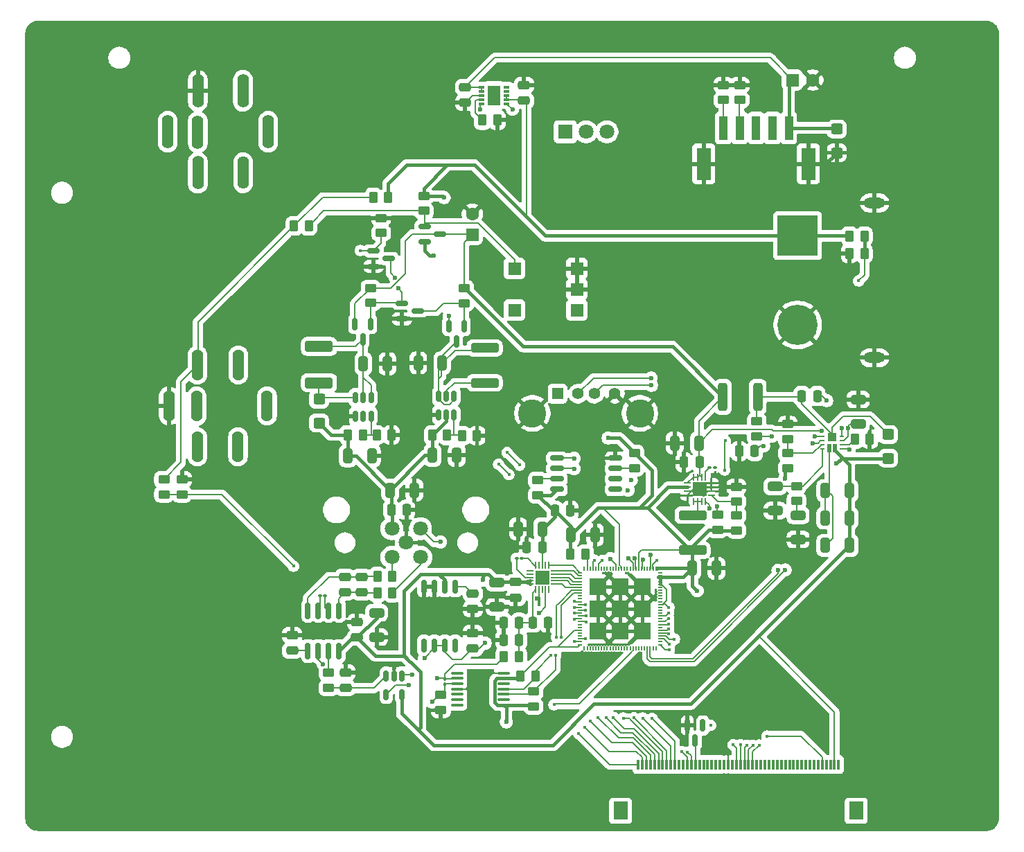
<source format=gbr>
%TF.GenerationSoftware,KiCad,Pcbnew,9.0.3*%
%TF.CreationDate,2025-12-01T14:47:30+01:00*%
%TF.ProjectId,Inoovatest_Sub,496e6f6f-7661-4746-9573-745f5375622e,rev?*%
%TF.SameCoordinates,Original*%
%TF.FileFunction,Copper,L1,Top*%
%TF.FilePolarity,Positive*%
%FSLAX46Y46*%
G04 Gerber Fmt 4.6, Leading zero omitted, Abs format (unit mm)*
G04 Created by KiCad (PCBNEW 9.0.3) date 2025-12-01 14:47:30*
%MOMM*%
%LPD*%
G01*
G04 APERTURE LIST*
G04 Aperture macros list*
%AMRoundRect*
0 Rectangle with rounded corners*
0 $1 Rounding radius*
0 $2 $3 $4 $5 $6 $7 $8 $9 X,Y pos of 4 corners*
0 Add a 4 corners polygon primitive as box body*
4,1,4,$2,$3,$4,$5,$6,$7,$8,$9,$2,$3,0*
0 Add four circle primitives for the rounded corners*
1,1,$1+$1,$2,$3*
1,1,$1+$1,$4,$5*
1,1,$1+$1,$6,$7*
1,1,$1+$1,$8,$9*
0 Add four rect primitives between the rounded corners*
20,1,$1+$1,$2,$3,$4,$5,0*
20,1,$1+$1,$4,$5,$6,$7,0*
20,1,$1+$1,$6,$7,$8,$9,0*
20,1,$1+$1,$8,$9,$2,$3,0*%
G04 Aperture macros list end*
%TA.AperFunction,ComponentPad*%
%ADD10C,1.800000*%
%TD*%
%TA.AperFunction,SMDPad,CuDef*%
%ADD11RoundRect,0.250000X-1.450000X0.312500X-1.450000X-0.312500X1.450000X-0.312500X1.450000X0.312500X0*%
%TD*%
%TA.AperFunction,ComponentPad*%
%ADD12O,1.400000X3.800000*%
%TD*%
%TA.AperFunction,SMDPad,CuDef*%
%ADD13RoundRect,0.250000X-0.475000X0.250000X-0.475000X-0.250000X0.475000X-0.250000X0.475000X0.250000X0*%
%TD*%
%TA.AperFunction,SMDPad,CuDef*%
%ADD14RoundRect,0.250000X0.450000X-0.262500X0.450000X0.262500X-0.450000X0.262500X-0.450000X-0.262500X0*%
%TD*%
%TA.AperFunction,ComponentPad*%
%ADD15C,1.600000*%
%TD*%
%TA.AperFunction,ComponentPad*%
%ADD16RoundRect,0.250000X-0.550000X-0.550000X0.550000X-0.550000X0.550000X0.550000X-0.550000X0.550000X0*%
%TD*%
%TA.AperFunction,SMDPad,CuDef*%
%ADD17RoundRect,0.250000X-0.262500X-0.450000X0.262500X-0.450000X0.262500X0.450000X-0.262500X0.450000X0*%
%TD*%
%TA.AperFunction,SMDPad,CuDef*%
%ADD18R,1.550000X2.480000*%
%TD*%
%TA.AperFunction,SMDPad,CuDef*%
%ADD19R,0.650000X0.300000*%
%TD*%
%TA.AperFunction,SMDPad,CuDef*%
%ADD20RoundRect,0.250000X-0.450000X0.400000X-0.450000X-0.400000X0.450000X-0.400000X0.450000X0.400000X0*%
%TD*%
%TA.AperFunction,SMDPad,CuDef*%
%ADD21RoundRect,0.250000X0.475000X-0.250000X0.475000X0.250000X-0.475000X0.250000X-0.475000X-0.250000X0*%
%TD*%
%TA.AperFunction,HeatsinkPad*%
%ADD22R,1.700000X1.700000*%
%TD*%
%TA.AperFunction,SMDPad,CuDef*%
%ADD23RoundRect,0.050000X0.362500X-0.050000X0.362500X0.050000X-0.362500X0.050000X-0.362500X-0.050000X0*%
%TD*%
%TA.AperFunction,SMDPad,CuDef*%
%ADD24RoundRect,0.050000X0.050000X-0.362500X0.050000X0.362500X-0.050000X0.362500X-0.050000X-0.362500X0*%
%TD*%
%TA.AperFunction,SMDPad,CuDef*%
%ADD25RoundRect,0.100000X-0.130000X-0.100000X0.130000X-0.100000X0.130000X0.100000X-0.130000X0.100000X0*%
%TD*%
%TA.AperFunction,ComponentPad*%
%ADD26O,1.400000X4.100000*%
%TD*%
%TA.AperFunction,ComponentPad*%
%ADD27O,1.400000X4.000000*%
%TD*%
%TA.AperFunction,SMDPad,CuDef*%
%ADD28RoundRect,0.162500X0.650000X0.162500X-0.650000X0.162500X-0.650000X-0.162500X0.650000X-0.162500X0*%
%TD*%
%TA.AperFunction,SMDPad,CuDef*%
%ADD29RoundRect,0.250000X-0.325000X-0.650000X0.325000X-0.650000X0.325000X0.650000X-0.325000X0.650000X0*%
%TD*%
%TA.AperFunction,SMDPad,CuDef*%
%ADD30RoundRect,0.250000X-0.450000X0.262500X-0.450000X-0.262500X0.450000X-0.262500X0.450000X0.262500X0*%
%TD*%
%TA.AperFunction,SMDPad,CuDef*%
%ADD31RoundRect,0.250000X-0.650000X0.325000X-0.650000X-0.325000X0.650000X-0.325000X0.650000X0.325000X0*%
%TD*%
%TA.AperFunction,SMDPad,CuDef*%
%ADD32RoundRect,0.250000X0.262500X0.450000X-0.262500X0.450000X-0.262500X-0.450000X0.262500X-0.450000X0*%
%TD*%
%TA.AperFunction,SMDPad,CuDef*%
%ADD33RoundRect,0.250000X0.250000X0.475000X-0.250000X0.475000X-0.250000X-0.475000X0.250000X-0.475000X0*%
%TD*%
%TA.AperFunction,ComponentPad*%
%ADD34R,1.400000X1.400000*%
%TD*%
%TA.AperFunction,ComponentPad*%
%ADD35C,1.400000*%
%TD*%
%TA.AperFunction,ComponentPad*%
%ADD36C,3.450000*%
%TD*%
%TA.AperFunction,SMDPad,CuDef*%
%ADD37RoundRect,0.250000X0.325000X0.650000X-0.325000X0.650000X-0.325000X-0.650000X0.325000X-0.650000X0*%
%TD*%
%TA.AperFunction,SMDPad,CuDef*%
%ADD38RoundRect,0.250000X1.450000X-0.400000X1.450000X0.400000X-1.450000X0.400000X-1.450000X-0.400000X0*%
%TD*%
%TA.AperFunction,SMDPad,CuDef*%
%ADD39RoundRect,0.250000X-0.250000X-0.475000X0.250000X-0.475000X0.250000X0.475000X-0.250000X0.475000X0*%
%TD*%
%TA.AperFunction,ComponentPad*%
%ADD40RoundRect,0.250000X0.550000X-0.550000X0.550000X0.550000X-0.550000X0.550000X-0.550000X-0.550000X0*%
%TD*%
%TA.AperFunction,ComponentPad*%
%ADD41R,1.800000X1.800000*%
%TD*%
%TA.AperFunction,SMDPad,CuDef*%
%ADD42RoundRect,0.150000X-0.587500X-0.150000X0.587500X-0.150000X0.587500X0.150000X-0.587500X0.150000X0*%
%TD*%
%TA.AperFunction,SMDPad,CuDef*%
%ADD43O,0.650000X0.200000*%
%TD*%
%TA.AperFunction,SMDPad,CuDef*%
%ADD44O,0.200000X0.650000*%
%TD*%
%TA.AperFunction,SMDPad,CuDef*%
%ADD45R,2.100000X2.100000*%
%TD*%
%TA.AperFunction,SMDPad,CuDef*%
%ADD46RoundRect,0.250000X-0.312500X-1.450000X0.312500X-1.450000X0.312500X1.450000X-0.312500X1.450000X0*%
%TD*%
%TA.AperFunction,SMDPad,CuDef*%
%ADD47RoundRect,0.250000X0.450000X-0.400000X0.450000X0.400000X-0.450000X0.400000X-0.450000X-0.400000X0*%
%TD*%
%TA.AperFunction,SMDPad,CuDef*%
%ADD48RoundRect,0.250000X0.650000X-0.325000X0.650000X0.325000X-0.650000X0.325000X-0.650000X-0.325000X0*%
%TD*%
%TA.AperFunction,SMDPad,CuDef*%
%ADD49RoundRect,0.150000X-0.150000X0.825000X-0.150000X-0.825000X0.150000X-0.825000X0.150000X0.825000X0*%
%TD*%
%TA.AperFunction,SMDPad,CuDef*%
%ADD50RoundRect,0.150000X-0.150000X0.512500X-0.150000X-0.512500X0.150000X-0.512500X0.150000X0.512500X0*%
%TD*%
%TA.AperFunction,SMDPad,CuDef*%
%ADD51RoundRect,0.062500X0.062500X-0.350000X0.062500X0.350000X-0.062500X0.350000X-0.062500X-0.350000X0*%
%TD*%
%TA.AperFunction,SMDPad,CuDef*%
%ADD52RoundRect,0.062500X0.350000X-0.062500X0.350000X0.062500X-0.350000X0.062500X-0.350000X-0.062500X0*%
%TD*%
%TA.AperFunction,HeatsinkPad*%
%ADD53R,1.680000X1.680000*%
%TD*%
%TA.AperFunction,SMDPad,CuDef*%
%ADD54RoundRect,0.150000X-0.150000X0.587500X-0.150000X-0.587500X0.150000X-0.587500X0.150000X0.587500X0*%
%TD*%
%TA.AperFunction,SMDPad,CuDef*%
%ADD55R,0.300000X1.300000*%
%TD*%
%TA.AperFunction,SMDPad,CuDef*%
%ADD56R,1.800000X2.200000*%
%TD*%
%TA.AperFunction,SMDPad,CuDef*%
%ADD57RoundRect,0.100000X0.637500X0.100000X-0.637500X0.100000X-0.637500X-0.100000X0.637500X-0.100000X0*%
%TD*%
%TA.AperFunction,SMDPad,CuDef*%
%ADD58RoundRect,0.100000X0.100000X-0.130000X0.100000X0.130000X-0.100000X0.130000X-0.100000X-0.130000X0*%
%TD*%
%TA.AperFunction,SMDPad,CuDef*%
%ADD59RoundRect,0.100000X0.130000X0.100000X-0.130000X0.100000X-0.130000X-0.100000X0.130000X-0.100000X0*%
%TD*%
%TA.AperFunction,SMDPad,CuDef*%
%ADD60RoundRect,0.062500X-0.212500X-0.062500X0.212500X-0.062500X0.212500X0.062500X-0.212500X0.062500X0*%
%TD*%
%TA.AperFunction,SMDPad,CuDef*%
%ADD61RoundRect,0.054000X-0.171000X-0.496000X0.171000X-0.496000X0.171000X0.496000X-0.171000X0.496000X0*%
%TD*%
%TA.AperFunction,SMDPad,CuDef*%
%ADD62RoundRect,0.062500X0.212500X0.062500X-0.212500X0.062500X-0.212500X-0.062500X0.212500X-0.062500X0*%
%TD*%
%TA.AperFunction,ComponentPad*%
%ADD63C,0.500000*%
%TD*%
%TA.AperFunction,SMDPad,CuDef*%
%ADD64RoundRect,0.055000X-0.495000X-0.495000X0.495000X-0.495000X0.495000X0.495000X-0.495000X0.495000X0*%
%TD*%
%TA.AperFunction,SMDPad,CuDef*%
%ADD65R,1.600000X1.600000*%
%TD*%
%TA.AperFunction,SMDPad,CuDef*%
%ADD66RoundRect,0.162500X-0.162500X0.650000X-0.162500X-0.650000X0.162500X-0.650000X0.162500X0.650000X0*%
%TD*%
%TA.AperFunction,ComponentPad*%
%ADD67C,4.916000*%
%TD*%
%TA.AperFunction,ComponentPad*%
%ADD68R,4.916000X4.916000*%
%TD*%
%TA.AperFunction,ComponentPad*%
%ADD69O,2.600000X1.300000*%
%TD*%
%TA.AperFunction,SMDPad,CuDef*%
%ADD70R,1.800000X4.000000*%
%TD*%
%TA.AperFunction,SMDPad,CuDef*%
%ADD71R,1.000000X3.000000*%
%TD*%
%TA.AperFunction,ViaPad*%
%ADD72C,0.400000*%
%TD*%
%TA.AperFunction,ViaPad*%
%ADD73C,0.600000*%
%TD*%
%TA.AperFunction,Conductor*%
%ADD74C,0.200000*%
%TD*%
%TA.AperFunction,Conductor*%
%ADD75C,0.400000*%
%TD*%
G04 APERTURE END LIST*
D10*
%TO.P,J1,1,Pin_1*%
%TO.N,+10V*%
X110305000Y-87545000D03*
%TO.P,J1,2,Pin_2*%
%TO.N,/Measurement Chain/S+*%
X113845000Y-91045000D03*
%TO.P,J1,3,Pin_3*%
%TO.N,/Measurement Chain/S-*%
X110305000Y-91045000D03*
%TO.P,J1,4,Pin_4*%
%TO.N,/Processing\u002C Memory and Display/ID*%
X113805000Y-87545000D03*
%TO.P,J1,5,Pin_5*%
%TO.N,GND*%
X112075000Y-89275000D03*
%TD*%
D11*
%TO.P,L2,2,2*%
%TO.N,+3V3*%
X147050000Y-90187500D03*
%TO.P,L2,1,1*%
%TO.N,Net-(L2-Pad1)*%
X147050000Y-85912500D03*
%TD*%
D12*
%TO.P,SW2,1,1*%
%TO.N,GND*%
X83050000Y-72550000D03*
%TO.P,SW2,2,2*%
%TO.N,/Power Managment/ON{slash}OFF*%
X86550000Y-67550000D03*
%TO.P,SW2,3*%
%TO.N,N/C*%
X86450000Y-72590000D03*
%TO.P,SW2,4*%
X86550000Y-77550000D03*
%TO.P,SW2,5*%
X91550000Y-67550000D03*
%TO.P,SW2,6*%
X91500000Y-77550000D03*
%TO.P,SW2,7*%
X95050000Y-72550000D03*
%TD*%
D13*
%TO.P,C2,2*%
%TO.N,GND*%
X119250000Y-35505100D03*
%TO.P,C2,1*%
%TO.N,/Battery Management/VBUS*%
X119250000Y-33605100D03*
%TD*%
D14*
%TO.P,R2,2*%
%TO.N,GND*%
X150810000Y-33337500D03*
%TO.P,R2,1*%
%TO.N,/Battery Management/CC2*%
X150810000Y-35162500D03*
%TD*%
D15*
%TO.P,C1,2*%
%TO.N,GND*%
X161750000Y-32720000D03*
D16*
%TO.P,C1,1*%
%TO.N,/Battery Management/VBUS*%
X159250000Y-32720000D03*
%TD*%
D17*
%TO.P,R3,2*%
%TO.N,GND*%
X123200000Y-37625100D03*
%TO.P,R3,1*%
%TO.N,Net-(IC1-PROG)*%
X121375000Y-37625100D03*
%TD*%
D14*
%TO.P,R1,2*%
%TO.N,GND*%
X152810000Y-33337500D03*
%TO.P,R1,1*%
%TO.N,/Battery Management/CC1*%
X152810000Y-35162500D03*
%TD*%
D18*
%TO.P,IC1,11*%
%TO.N,N/C*%
X122800000Y-34605100D03*
D19*
%TO.P,IC1,10*%
X124350000Y-33605100D03*
%TO.P,IC1,9*%
X124350000Y-34105100D03*
%TO.P,IC1,8,VOUT*%
%TO.N,V_BAT*%
X124350000Y-34605100D03*
%TO.P,IC1,7,VOUT*%
X124350000Y-35105100D03*
%TO.P,IC1,6,STATS1*%
%TO.N,Net-(D2-K2)*%
X124350000Y-35605100D03*
%TO.P,IC1,5,STATS2*%
%TO.N,Net-(D2-K1)*%
X121250000Y-35605100D03*
%TO.P,IC1,4,PROG*%
%TO.N,Net-(IC1-PROG)*%
X121250000Y-35105100D03*
%TO.P,IC1,3,VSS*%
%TO.N,GND*%
X121250000Y-34605100D03*
%TO.P,IC1,2,VIN*%
%TO.N,/Battery Management/VBUS*%
X121250000Y-34105100D03*
%TO.P,IC1,1,VIN*%
X121250000Y-33605100D03*
%TD*%
D20*
%TO.P,D1,2,A2*%
%TO.N,GND*%
X164680000Y-41612500D03*
%TO.P,D1,1,A1*%
%TO.N,/Battery Management/VBUS*%
X164680000Y-38712500D03*
%TD*%
D21*
%TO.P,C3,2*%
%TO.N,GND*%
X126450000Y-33350000D03*
%TO.P,C3,1*%
%TO.N,V_BAT*%
X126450000Y-35250000D03*
%TD*%
D22*
%TO.P,U3,21*%
%TO.N,N/C*%
X128690000Y-93532500D03*
D23*
%TO.P,U3,20,AVDD1*%
%TO.N,+5V5*%
X127227500Y-94332500D03*
%TO.P,U3,19,AVDD2*%
X127227500Y-93932500D03*
%TO.P,U3,18,CAPA*%
%TO.N,Net-(U3-CAPA)*%
X127227500Y-93532500D03*
%TO.P,U3,17,AVSS*%
%TO.N,N/C*%
X127227500Y-93132500D03*
%TO.P,U3,16,START*%
%TO.N,/Measurement Chain/ADC_START*%
X127227500Y-92732500D03*
D24*
%TO.P,U3,15,CAPD*%
%TO.N,Net-(U3-CAPD)*%
X127890000Y-92070000D03*
%TO.P,U3,14,DGND*%
%TO.N,DGND*%
X128290000Y-92070000D03*
%TO.P,U3,13,IOVDD*%
%TO.N,+3V3*%
X128690000Y-92070000D03*
%TO.P,U3,12,CLK*%
%TO.N,unconnected-(U3-CLK-Pad12)*%
X129090000Y-92070000D03*
%TO.P,U3,11,~{DRDY}*%
%TO.N,/Measurement Chain/ADC_~{DRDY}*%
X129490000Y-92070000D03*
D23*
%TO.P,U3,10,SDO*%
%TO.N,/Measurement Chain/ADC_~{CS}*%
X130152500Y-92732500D03*
%TO.P,U3,9,SCLK*%
%TO.N,/Measurement Chain/ADC_SCLK*%
X130152500Y-93132500D03*
%TO.P,U3,8,SDI*%
%TO.N,/Measurement Chain/ADC_SDI*%
X130152500Y-93532500D03*
%TO.P,U3,7,~{CS}*%
%TO.N,/Measurement Chain/ADC_SDO*%
X130152500Y-93932500D03*
%TO.P,U3,6,~{RESET}*%
%TO.N,/Measurement Chain/ADC_~{RESET}*%
X130152500Y-94332500D03*
D24*
%TO.P,U3,5,REFN*%
%TO.N,GND*%
X129490000Y-94995000D03*
%TO.P,U3,4,REFP*%
%TO.N,Net-(IC2-OUTF)*%
X129090000Y-94995000D03*
%TO.P,U3,3,VCM*%
%TO.N,unconnected-(U3-VCM-Pad3)*%
X128690000Y-94995000D03*
%TO.P,U3,2,AINN*%
%TO.N,GND*%
X128290000Y-94995000D03*
%TO.P,U3,1,AINP*%
%TO.N,Net-(U3-AINP)*%
X127890000Y-94995000D03*
%TD*%
D25*
%TO.P,C22,2*%
%TO.N,Net-(U3-CAPD)*%
X126190000Y-91220000D03*
%TO.P,C22,1*%
%TO.N,Net-(U3-CAPA)*%
X125550000Y-91220000D03*
%TD*%
D21*
%TO.P,C15,1*%
%TO.N,Net-(U1--)*%
X104550000Y-95350000D03*
%TO.P,C15,2*%
%TO.N,Net-(U1-+)*%
X104550000Y-93450000D03*
%TD*%
D26*
%TO.P,SW1,1,1*%
%TO.N,/Processing\u002C Memory and Display/STOP*%
X82920000Y-39050000D03*
%TO.P,SW1,2,2*%
%TO.N,GND*%
X86600000Y-34050000D03*
%TO.P,SW1,3*%
%TO.N,N/C*%
X86590000Y-39080000D03*
%TO.P,SW1,4*%
X86600000Y-44050000D03*
%TO.P,SW1,5*%
X92110000Y-34050000D03*
D27*
%TO.P,SW1,6*%
X92120000Y-44050000D03*
D26*
%TO.P,SW1,7*%
X95200000Y-39050000D03*
%TD*%
D28*
%TO.P,U10,1,~{CS}*%
%TO.N,Net-(U10-~{CS})*%
X137637500Y-82755000D03*
%TO.P,U10,2,DO/IO_{1}*%
%TO.N,Net-(U10-DO{slash}IO_{1})*%
X137637500Y-81485000D03*
%TO.P,U10,3,~{WP}/IO_{2}*%
%TO.N,Net-(U10-~{WP}{slash}IO_{2})*%
X137637500Y-80215000D03*
%TO.P,U10,4,GND*%
%TO.N,GND*%
X137637500Y-78945000D03*
%TO.P,U10,5,DI/IO_{0}*%
%TO.N,Net-(U10-DI{slash}IO_{0})*%
X130462500Y-78945000D03*
%TO.P,U10,6,CLK*%
%TO.N,Net-(U10-CLK)*%
X130462500Y-80215000D03*
%TO.P,U10,7,~{HOLD}/~{RESET}/IO_{3}*%
%TO.N,Net-(U10-~{HOLD}{slash}~{RESET}{slash}IO_{3})*%
X130462500Y-81485000D03*
%TO.P,U10,8,VCC*%
%TO.N,+3V3*%
X130462500Y-82755000D03*
%TD*%
D14*
%TO.P,R8,1*%
%TO.N,Net-(U2-+)*%
X102550000Y-107012500D03*
%TO.P,R8,2*%
%TO.N,Net-(R8-Pad2)*%
X102550000Y-105187500D03*
%TD*%
D11*
%TO.P,L3,1,1*%
%TO.N,Net-(Q5-D)*%
X121650000Y-65462500D03*
%TO.P,L3,2,2*%
%TO.N,Net-(U8-SW)*%
X121650000Y-69737500D03*
%TD*%
D14*
%TO.P,R15,1*%
%TO.N,/Power Managment/PWR_Button*%
X84650000Y-83362500D03*
%TO.P,R15,2*%
%TO.N,GND*%
X84650000Y-81537500D03*
%TD*%
D29*
%TO.P,C28,1*%
%TO.N,+3V3*%
X147025000Y-92400000D03*
%TO.P,C28,2*%
%TO.N,GND*%
X149975000Y-92400000D03*
%TD*%
D30*
%TO.P,R20,1*%
%TO.N,Net-(Q1-D)*%
X107700000Y-58137500D03*
%TO.P,R20,2*%
%TO.N,Net-(Q2-G)*%
X107700000Y-59962500D03*
%TD*%
D14*
%TO.P,R31,1*%
%TO.N,Net-(U9-FB)*%
X158700000Y-76612500D03*
%TO.P,R31,2*%
%TO.N,GND*%
X158700000Y-74787500D03*
%TD*%
D13*
%TO.P,C4,1*%
%TO.N,Net-(IC2-NR)*%
X120200000Y-95500000D03*
%TO.P,C4,2*%
%TO.N,GND*%
X120200000Y-97400000D03*
%TD*%
D21*
%TO.P,C16,1*%
%TO.N,Net-(U2-+)*%
X104650000Y-107050000D03*
%TO.P,C16,2*%
%TO.N,GND*%
X104650000Y-105150000D03*
%TD*%
D31*
%TO.P,C36,1*%
%TO.N,Net-(U9-COMP)*%
X157150000Y-82400000D03*
%TO.P,C36,2*%
%TO.N,GND*%
X157150000Y-85350000D03*
%TD*%
D32*
%TO.P,R10,1*%
%TO.N,/Measurement Chain/S-*%
X110362500Y-93400000D03*
%TO.P,R10,2*%
%TO.N,Net-(U1-+)*%
X108537500Y-93400000D03*
%TD*%
D31*
%TO.P,C12,1*%
%TO.N,+5V5*%
X108450000Y-97850000D03*
%TO.P,C12,2*%
%TO.N,GND*%
X108450000Y-100800000D03*
%TD*%
D30*
%TO.P,R35,1*%
%TO.N,Net-(U10-~{HOLD}{slash}~{RESET}{slash}IO_{3})*%
X128150000Y-81637500D03*
%TO.P,R35,2*%
%TO.N,+3V3*%
X128150000Y-83462500D03*
%TD*%
D21*
%TO.P,C20,1*%
%TO.N,Net-(U1-Vs-)*%
X98125000Y-102475000D03*
%TO.P,C20,2*%
%TO.N,GND*%
X98125000Y-100575000D03*
%TD*%
D33*
%TO.P,C18,1*%
%TO.N,Net-(U3-AINP)*%
X125850000Y-99050000D03*
%TO.P,C18,2*%
%TO.N,GND*%
X123950000Y-99050000D03*
%TD*%
D34*
%TO.P,J2,1,VBUS*%
%TO.N,+5V5*%
X130550000Y-71060000D03*
D35*
%TO.P,J2,2,D-*%
%TO.N,/Processing\u002C Memory and Display/D-*%
X133050000Y-71060000D03*
%TO.P,J2,3,D+*%
%TO.N,/Processing\u002C Memory and Display/D+*%
X135050000Y-71060000D03*
%TO.P,J2,4,GND*%
%TO.N,GND*%
X137550000Y-71060000D03*
D36*
%TO.P,J2,5,Shield*%
X127480000Y-73460000D03*
%TO.P,J2,6*%
X140620000Y-73460000D03*
%TD*%
D33*
%TO.P,C38,1*%
%TO.N,Net-(U9-VCC)*%
X154650000Y-78100000D03*
%TO.P,C38,2*%
%TO.N,GND*%
X152750000Y-78100000D03*
%TD*%
D17*
%TO.P,R4,1*%
%TO.N,V_BAT*%
X166225000Y-51800000D03*
%TO.P,R4,2*%
%TO.N,/Battery Management/BAT_Monitor*%
X168050000Y-51800000D03*
%TD*%
D31*
%TO.P,C39,1*%
%TO.N,Net-(C39-Pad1)*%
X159950000Y-85925000D03*
%TO.P,C39,2*%
%TO.N,GND*%
X159950000Y-88875000D03*
%TD*%
D29*
%TO.P,C41,1*%
%TO.N,+3V3*%
X132175000Y-88300000D03*
%TO.P,C41,2*%
%TO.N,GND*%
X135125000Y-88300000D03*
%TD*%
D17*
%TO.P,R19,1*%
%TO.N,+10V*%
X104937500Y-76100000D03*
%TO.P,R19,2*%
%TO.N,Net-(U6-FB)*%
X106762500Y-76100000D03*
%TD*%
D32*
%TO.P,R17,1*%
%TO.N,Net-(Q1-G)*%
X100162500Y-50550000D03*
%TO.P,R17,2*%
%TO.N,/Power Managment/ON{slash}OFF*%
X98337500Y-50550000D03*
%TD*%
D37*
%TO.P,C26,1*%
%TO.N,Net-(Q1-D)*%
X147825000Y-77100000D03*
%TO.P,C26,2*%
%TO.N,GND*%
X144875000Y-77100000D03*
%TD*%
D30*
%TO.P,R26,1*%
%TO.N,Net-(Q1-D)*%
X119150000Y-58187500D03*
%TO.P,R26,2*%
%TO.N,Net-(Q4-D)*%
X119150000Y-60012500D03*
%TD*%
D38*
%TO.P,L1,1,1*%
%TO.N,Net-(D3-A)*%
X101400000Y-69725000D03*
%TO.P,L1,2,2*%
%TO.N,Net-(Q2-D)*%
X101400000Y-65275000D03*
%TD*%
D14*
%TO.P,R34,1*%
%TO.N,Net-(U10-~{WP}{slash}IO_{2})*%
X139950000Y-80162500D03*
%TO.P,R34,2*%
%TO.N,+3V3*%
X139950000Y-78337500D03*
%TD*%
D39*
%TO.P,C19,1*%
%TO.N,Net-(U3-AINP)*%
X127500000Y-99050000D03*
%TO.P,C19,2*%
%TO.N,GND*%
X129400000Y-99050000D03*
%TD*%
D40*
%TO.P,C23,1*%
%TO.N,Net-(Q1-D)*%
X120150000Y-51600000D03*
D15*
%TO.P,C23,2*%
%TO.N,GND*%
X120150000Y-49100000D03*
%TD*%
D41*
%TO.P,D2,1,K1*%
%TO.N,Net-(D2-K1)*%
X131510000Y-39050000D03*
D10*
%TO.P,D2,2,A*%
%TO.N,+3V3*%
X134050000Y-39050000D03*
%TO.P,D2,3,K2*%
%TO.N,Net-(D2-K2)*%
X136590000Y-39050000D03*
%TD*%
D30*
%TO.P,R11,1*%
%TO.N,Net-(U2--)*%
X116300000Y-107887500D03*
%TO.P,R11,2*%
%TO.N,GND*%
X116300000Y-109712500D03*
%TD*%
D37*
%TO.P,C9,1*%
%TO.N,+3V3*%
X128675000Y-87600000D03*
%TO.P,C9,2*%
%TO.N,GND*%
X125725000Y-87600000D03*
%TD*%
D42*
%TO.P,Q4,1,G*%
%TO.N,Net-(Q2-G)*%
X111562500Y-60000000D03*
%TO.P,Q4,2,S*%
%TO.N,GND*%
X111562500Y-61900000D03*
%TO.P,Q4,3,D*%
%TO.N,Net-(Q4-D)*%
X113437500Y-60950000D03*
%TD*%
D43*
%TO.P,U11,24,GPIO22/ADC*%
%TO.N,Net-(U11-GPIO22{slash}ADC)*%
X133325000Y-101025000D03*
%TO.P,U11,1,GPIO1/ADC*%
%TO.N,/Measurement Chain/ADC_~{DRDY}*%
X133325000Y-92975000D03*
%TO.P,U11,2,GPIO2/ADC*%
%TO.N,/Measurement Chain/ADC_~{CS}*%
X133325000Y-93325000D03*
%TO.P,U11,3,GPIO3/ADC*%
%TO.N,/Measurement Chain/ADC_SCLK*%
X133325000Y-93675000D03*
%TO.P,U11,4,GPIO4/ADC*%
%TO.N,/Measurement Chain/ADC_SDI*%
X133325000Y-94025000D03*
%TO.P,U11,5,GPIO5/ADC*%
%TO.N,/Measurement Chain/ADC_SDO*%
X133325000Y-94375000D03*
%TO.P,U11,6,GPIO6/ADC*%
%TO.N,/Measurement Chain/ADC_~{RESET}*%
X133325000Y-94725000D03*
%TO.P,U11,7,GPIO7/ADC*%
%TO.N,/Measurement Chain/POT_SDA*%
X133325000Y-95075000D03*
%TO.P,U11,8,GPIO8/ADC*%
%TO.N,/Measurement Chain/POT_SCL*%
X133325000Y-95425000D03*
%TO.P,U11,9,VDD_LP*%
%TO.N,N/C*%
X133325000Y-95775000D03*
%TO.P,U11,10,GPIO9/ADC*%
X133325000Y-96125000D03*
%TO.P,U11,11,GPIO10/ADC*%
%TO.N,Net-(U11-GPIO10{slash}ADC)*%
X133325000Y-96475000D03*
%TO.P,U11,12,GPIO11/ADC*%
%TO.N,Net-(U11-GPIO11{slash}ADC)*%
X133325000Y-96825000D03*
%TO.P,U11,13,GPIO12/ADC*%
%TO.N,Net-(U11-GPIO12{slash}ADC)*%
X133325000Y-97175000D03*
%TO.P,U11,14,GPIO13/ADC*%
%TO.N,Net-(U11-GPIO13{slash}ADC)*%
X133325000Y-97525000D03*
%TO.P,U11,15,GPIO14/ADC*%
%TO.N,Net-(U11-GPIO14{slash}ADC)*%
X133325000Y-97875000D03*
%TO.P,U11,16,GPIO15/ADC*%
%TO.N,Net-(U11-GPIO15{slash}ADC)*%
X133325000Y-98225000D03*
%TO.P,U11,17,GPIO16/ADC*%
%TO.N,Net-(U11-GPIO16{slash}ADC)*%
X133325000Y-98575000D03*
%TO.P,U11,18,GPIO17/ADC*%
%TO.N,Net-(U11-GPIO17{slash}ADC)*%
X133325000Y-98925000D03*
%TO.P,U11,19,GPIO18/ADC*%
%TO.N,N/C*%
X133325000Y-99275000D03*
%TO.P,U11,20,GPIO19/ADC*%
%TO.N,/Power Managment/PWR_Latch*%
X133325000Y-99625000D03*
%TO.P,U11,21,VDD_IO_0*%
%TO.N,+3V3*%
X133325000Y-99975000D03*
%TO.P,U11,22,GPIO20/ADC*%
%TO.N,unconnected-(U11-GPIO20{slash}ADC-Pad22)*%
X133325000Y-100325000D03*
%TO.P,U11,23,GPIO21/ADC*%
%TO.N,N/C*%
X133325000Y-100675000D03*
%TO.P,U11,25,GPIO23/ADC*%
%TO.N,Net-(U11-GPIO23{slash}ADC)*%
X133325000Y-101375000D03*
%TO.P,U11,26,VDD_HP_0*%
%TO.N,+3V3*%
X133325000Y-101725000D03*
D44*
%TO.P,U11,27,FLASH_CS*%
%TO.N,unconnected-(U11-FLASH_CS-Pad27)*%
X133825000Y-102225000D03*
%TO.P,U11,28,FLASH_Q*%
%TO.N,unconnected-(U11-FLASH_Q-Pad28)*%
X134175000Y-102225000D03*
%TO.P,U11,29,FLASH_WP*%
%TO.N,unconnected-(U11-FLASH_WP-Pad29)*%
X134525000Y-102225000D03*
%TO.P,U11,30,VDD_FLASH_IO*%
%TO.N,unconnected-(U11-VDD_FLASH_IO-Pad30)*%
X134875000Y-102225000D03*
%TO.P,U11,31,FLASH_HOLD*%
%TO.N,unconnected-(U11-FLASH_HOLD-Pad31)*%
X135225000Y-102225000D03*
%TO.P,U11,32,FLASH_CK*%
%TO.N,unconnected-(U11-FLASH_CK-Pad32)*%
X135575000Y-102225000D03*
%TO.P,U11,33,FLASH_D*%
%TO.N,unconnected-(U11-FLASH_D-Pad33)*%
X135925000Y-102225000D03*
%TO.P,U11,34,DSI_REXT*%
%TO.N,unconnected-(U11-DSI_REXT-Pad34)*%
X136275000Y-102225000D03*
%TO.P,U11,35,DSI_DATAP1*%
%TO.N,unconnected-(U11-DSI_DATAP1-Pad35)*%
X136625000Y-102225000D03*
%TO.P,U11,36,DSI_DATAN1*%
%TO.N,unconnected-(U11-DSI_DATAN1-Pad36)*%
X136975000Y-102225000D03*
%TO.P,U11,37,DSI_CLKN*%
%TO.N,unconnected-(U11-DSI_CLKN-Pad37)*%
X137325000Y-102225000D03*
%TO.P,U11,38,DSI_CLKP*%
%TO.N,unconnected-(U11-DSI_CLKP-Pad38)*%
X137675000Y-102225000D03*
%TO.P,U11,39,DSI_DATAP0*%
%TO.N,unconnected-(U11-DSI_DATAP0-Pad39)*%
X138025000Y-102225000D03*
%TO.P,U11,40,DSI_DATAN0*%
%TO.N,unconnected-(U11-DSI_DATAN0-Pad40)*%
X138375000Y-102225000D03*
%TO.P,U11,41,VDD_MIPI_DPHY*%
%TO.N,unconnected-(U11-VDD_MIPI_DPHY-Pad41)*%
X138725000Y-102225000D03*
%TO.P,U11,42,CSI_DATAN0*%
%TO.N,unconnected-(U11-CSI_DATAN0-Pad42)*%
X139075000Y-102225000D03*
%TO.P,U11,43,CSI_DATAP0*%
%TO.N,unconnected-(U11-CSI_DATAP0-Pad43)*%
X139425000Y-102225000D03*
%TO.P,U11,44,CSI_CLKP*%
%TO.N,/Power Managment/PWR_Button*%
X139775000Y-102225000D03*
%TO.P,U11,45,CSI_CLKN*%
%TO.N,unconnected-(U11-CSI_CLKN-Pad45)*%
X140125000Y-102225000D03*
%TO.P,U11,46,CSI_DATAN1*%
%TO.N,unconnected-(U11-CSI_DATAN1-Pad46)*%
X140475000Y-102225000D03*
%TO.P,U11,47,CSI_DATAP1*%
%TO.N,unconnected-(U11-CSI_DATAP1-Pad47)*%
X140825000Y-102225000D03*
%TO.P,U11,48,CSI_REXT*%
%TO.N,unconnected-(U11-CSI_REXT-Pad48)*%
X141175000Y-102225000D03*
%TO.P,U11,49,USB-DM*%
%TO.N,/Processing\u002C Memory and Display/D-*%
X141525000Y-102225000D03*
%TO.P,U11,50,USB-DP*%
%TO.N,/Processing\u002C Memory and Display/D+*%
X141875000Y-102225000D03*
%TO.P,U11,51,VDD_USBPHY*%
%TO.N,N/C*%
X142225000Y-102225000D03*
%TO.P,U11,52,GPIO24/ADC/USB*%
X142575000Y-102225000D03*
D43*
%TO.P,U11,53,GPIO25/ADC/USB*%
%TO.N,Net-(U11-GPIO25{slash}ADC{slash}USB)*%
X143075000Y-101725000D03*
%TO.P,U11,54,NC*%
%TO.N,unconnected-(U11-NC-Pad54)*%
X143075000Y-101375000D03*
%TO.P,U11,55,GPIO26/ADC/USB*%
%TO.N,Net-(U11-GPIO26{slash}ADC{slash}USB)*%
X143075000Y-101025000D03*
%TO.P,U11,56,GPIO27/ADC/USB*%
%TO.N,Net-(Q6-G)*%
X143075000Y-100675000D03*
%TO.P,U11,57,GPIO28*%
%TO.N,Net-(U11-GPIO28)*%
X143075000Y-100325000D03*
%TO.P,U11,58,GPIO29*%
%TO.N,Net-(U11-GPIO29)*%
X143075000Y-99975000D03*
%TO.P,U11,59,VDD_PSRAM_0*%
%TO.N,unconnected-(U11-VDD_PSRAM_0-Pad59)*%
X143075000Y-99625000D03*
%TO.P,U11,60,GPIO30*%
%TO.N,Net-(U11-GPIO30)*%
X143075000Y-99275000D03*
%TO.P,U11,61,GPIO31*%
%TO.N,Net-(U11-GPIO31)*%
X143075000Y-98925000D03*
%TO.P,U11,62,VDD_IO_4*%
%TO.N,unconnected-(U11-VDD_IO_4-Pad62)*%
X143075000Y-98575000D03*
%TO.P,U11,63,GPIO32*%
%TO.N,Net-(U11-GPIO32)*%
X143075000Y-98225000D03*
%TO.P,U11,64,GPIO33*%
%TO.N,unconnected-(U11-GPIO33-Pad64)*%
X143075000Y-97875000D03*
%TO.P,U11,65,GPIO34*%
%TO.N,unconnected-(U11-GPIO34-Pad65)*%
X143075000Y-97525000D03*
%TO.P,U11,66,GPIO35*%
%TO.N,unconnected-(U11-GPIO35-Pad66)*%
X143075000Y-97175000D03*
%TO.P,U11,67,VDD_PSRAM_1*%
%TO.N,+3V3*%
X143075000Y-96825000D03*
%TO.P,U11,68,GPIO36*%
%TO.N,unconnected-(U11-GPIO36-Pad68)*%
X143075000Y-96475000D03*
%TO.P,U11,69,GPIO37*%
%TO.N,unconnected-(U11-GPIO37-Pad69)*%
X143075000Y-96125000D03*
%TO.P,U11,70,GPIO38*%
%TO.N,unconnected-(U11-GPIO38-Pad70)*%
X143075000Y-95775000D03*
%TO.P,U11,71,VDDO_FLASH*%
%TO.N,unconnected-(U11-VDDO_FLASH-Pad71)*%
X143075000Y-95425000D03*
%TO.P,U11,72,VDDO_PSRAM*%
%TO.N,unconnected-(U11-VDDO_PSRAM-Pad72)*%
X143075000Y-95075000D03*
%TO.P,U11,73,VDDO_3*%
%TO.N,unconnected-(U11-VDDO_3-Pad73)*%
X143075000Y-94725000D03*
%TO.P,U11,74,VDDO_4*%
%TO.N,+3V3*%
X143075000Y-94375000D03*
%TO.P,U11,75,VDD_LDO*%
X143075000Y-94025000D03*
%TO.P,U11,76,VDD_HP_2*%
X143075000Y-93675000D03*
%TO.P,U11,77,VDD_DCDCC*%
X143075000Y-93325000D03*
%TO.P,U11,78,FB_DCDC*%
%TO.N,unconnected-(U11-FB_DCDC-Pad78)*%
X143075000Y-92975000D03*
D44*
%TO.P,U11,79,EN_DCDC*%
%TO.N,+3V3*%
X142575000Y-92475000D03*
%TO.P,U11,80,GPIO39*%
%TO.N,/Battery Management/BAT_Monitor*%
X142225000Y-92475000D03*
%TO.P,U11,81,GPIO40*%
%TO.N,Net-(U10-DO{slash}IO_{1})*%
X141875000Y-92475000D03*
%TO.P,U11,82,GPIO41*%
%TO.N,N/C*%
X141525000Y-92475000D03*
%TO.P,U11,83,GPIO42*%
X141175000Y-92475000D03*
%TO.P,U11,84,GPIO43*%
%TO.N,Net-(U10-~{CS})*%
X140825000Y-92475000D03*
%TO.P,U11,85,VDD_IO_5*%
%TO.N,+3V3*%
X140475000Y-92475000D03*
%TO.P,U11,86,GPIO44*%
%TO.N,Net-(U10-DI{slash}IO_{0})*%
X140125000Y-92475000D03*
%TO.P,U11,87,GPIO45*%
%TO.N,Net-(U10-CLK)*%
X139775000Y-92475000D03*
%TO.P,U11,88,GPIO46*%
%TO.N,unconnected-(U11-GPIO46-Pad88)*%
X139425000Y-92475000D03*
%TO.P,U11,89,GPIO47*%
%TO.N,N/C*%
X139075000Y-92475000D03*
%TO.P,U11,90,GPIO48*%
%TO.N,unconnected-(U11-GPIO48-Pad90)*%
X138725000Y-92475000D03*
%TO.P,U11,91,VDD_HP_3*%
%TO.N,+3V3*%
X138375000Y-92475000D03*
%TO.P,U11,92,GPIO49/ADC*%
%TO.N,unconnected-(U11-GPIO49{slash}ADC-Pad92)*%
X138025000Y-92475000D03*
%TO.P,U11,93,GPIO50/ADC*%
%TO.N,/Processing\u002C Memory and Display/ID*%
X137675000Y-92475000D03*
%TO.P,U11,94,GPIO51/ADC*%
%TO.N,unconnected-(U11-GPIO51{slash}ADC-Pad94)*%
X137325000Y-92475000D03*
%TO.P,U11,95,GPIO52/ADC*%
%TO.N,N/C*%
X136975000Y-92475000D03*
%TO.P,U11,96,VDD_IO_6*%
%TO.N,unconnected-(U11-VDD_IO_6-Pad96)*%
X136625000Y-92475000D03*
%TO.P,U11,97,GPIO53/ADC*%
%TO.N,N/C*%
X136275000Y-92475000D03*
%TO.P,U11,98,GPIO54/ADC*%
X135925000Y-92475000D03*
%TO.P,U11,99,XTAL_N*%
%TO.N,/Power Managment/SEL_5V{slash}10V*%
X135575000Y-92475000D03*
%TO.P,U11,100,XTAL_P*%
%TO.N,unconnected-(U11-XTAL_P-Pad100)*%
X135225000Y-92475000D03*
%TO.P,U11,101,VDD_ANA*%
%TO.N,/Processing\u002C Memory and Display/STOP*%
X134875000Y-92475000D03*
%TO.P,U11,102,VDD_BAT*%
%TO.N,unconnected-(U11-VDD_BAT-Pad102)*%
X134525000Y-92475000D03*
%TO.P,U11,103,CHIP_PU*%
%TO.N,Net-(U11-CHIP_PU)*%
X134175000Y-92475000D03*
%TO.P,U11,104,GPIO0/ADC*%
%TO.N,unconnected-(U11-GPIO0{slash}ADC-Pad104)*%
X133825000Y-92475000D03*
D45*
%TO.P,U11,105,GND*%
%TO.N,GND*%
X135500000Y-94650000D03*
X135500000Y-97350000D03*
X135500000Y-100050000D03*
X138200000Y-94650000D03*
X138200000Y-97350000D03*
X138200000Y-100050000D03*
X140900000Y-94650000D03*
X140900000Y-97350000D03*
X140900000Y-100050000D03*
%TD*%
D46*
%TO.P,L4,1,1*%
%TO.N,Net-(Q1-D)*%
X150762500Y-71450000D03*
%TO.P,L4,2,2*%
%TO.N,Net-(D4-A)*%
X155037500Y-71450000D03*
%TD*%
D33*
%TO.P,C27,1*%
%TO.N,Net-(Q1-D)*%
X147900000Y-79450000D03*
%TO.P,C27,2*%
%TO.N,GND*%
X146000000Y-79450000D03*
%TD*%
D17*
%TO.P,R36,1*%
%TO.N,+3V3*%
X132137500Y-90700000D03*
%TO.P,R36,2*%
%TO.N,Net-(U11-CHIP_PU)*%
X133962500Y-90700000D03*
%TD*%
%TO.P,R33,1*%
%TO.N,Net-(U9-ILIM)*%
X166887500Y-76600000D03*
%TO.P,R33,2*%
%TO.N,GND*%
X168712500Y-76600000D03*
%TD*%
D47*
%TO.P,D3,1,K*%
%TO.N,+10V*%
X101412500Y-74650000D03*
%TO.P,D3,2,A*%
%TO.N,Net-(D3-A)*%
X101412500Y-71750000D03*
%TD*%
D48*
%TO.P,C37,1*%
%TO.N,Net-(Q1-D)*%
X167300000Y-74725000D03*
%TO.P,C37,2*%
%TO.N,GND*%
X167300000Y-71775000D03*
%TD*%
D37*
%TO.P,C32,1*%
%TO.N,+5V5*%
X166225000Y-89600000D03*
%TO.P,C32,2*%
%TO.N,Net-(U9-GND)*%
X163275000Y-89600000D03*
%TD*%
D14*
%TO.P,R22,1*%
%TO.N,+3V3*%
X150100000Y-87712500D03*
%TO.P,R22,2*%
%TO.N,Net-(U7-PG)*%
X150100000Y-85887500D03*
%TD*%
D37*
%TO.P,C31,1*%
%TO.N,+5V5*%
X166225000Y-86250000D03*
%TO.P,C31,2*%
%TO.N,Net-(U9-GND)*%
X163275000Y-86250000D03*
%TD*%
D13*
%TO.P,C6,1*%
%TO.N,+5V5*%
X125450000Y-94100000D03*
%TO.P,C6,2*%
%TO.N,GND*%
X125450000Y-96000000D03*
%TD*%
D14*
%TO.P,R24,1*%
%TO.N,/Power Managment/SEL_5V{slash}10V*%
X109000000Y-51412500D03*
%TO.P,R24,2*%
%TO.N,GND*%
X109000000Y-49587500D03*
%TD*%
D30*
%TO.P,R13,1*%
%TO.N,/Measurement Chain/POT_SCL*%
X127625000Y-107462500D03*
%TO.P,R13,2*%
%TO.N,+3V3*%
X127625000Y-109287500D03*
%TD*%
D39*
%TO.P,C10,1*%
%TO.N,+10V*%
X110225000Y-85250000D03*
%TO.P,C10,2*%
%TO.N,GND*%
X112125000Y-85250000D03*
%TD*%
D17*
%TO.P,R30,1*%
%TO.N,Net-(U8-FB)*%
X118887500Y-76200000D03*
%TO.P,R30,2*%
%TO.N,GND*%
X120712500Y-76200000D03*
%TD*%
D49*
%TO.P,U1,1,-*%
%TO.N,Net-(U1--)*%
X103855000Y-97575000D03*
%TO.P,U1,2,Rg*%
%TO.N,Net-(R7-Pad1)*%
X102585000Y-97575000D03*
%TO.P,U1,3,Rg*%
%TO.N,Net-(R7-Pad2)*%
X101315000Y-97575000D03*
%TO.P,U1,4,+*%
%TO.N,Net-(U1-+)*%
X100045000Y-97575000D03*
%TO.P,U1,5,Vs-*%
%TO.N,Net-(U1-Vs-)*%
X100045000Y-102525000D03*
%TO.P,U1,6,Ref*%
%TO.N,Net-(IC2-OUTF)*%
X101315000Y-102525000D03*
%TO.P,U1,7*%
%TO.N,Net-(R8-Pad2)*%
X102585000Y-102525000D03*
%TO.P,U1,8,Vs+*%
%TO.N,+5V5*%
X103855000Y-102525000D03*
%TD*%
D50*
%TO.P,U8,1,VIN*%
%TO.N,Net-(Q5-D)*%
X117912500Y-71362500D03*
%TO.P,U8,2,SW*%
%TO.N,Net-(U8-SW)*%
X116962500Y-71362500D03*
%TO.P,U8,3,EN*%
%TO.N,Net-(Q5-D)*%
X116012500Y-71362500D03*
%TO.P,U8,4,GND*%
%TO.N,GND*%
X116012500Y-73637500D03*
%TO.P,U8,5,VOUT*%
%TO.N,+10V*%
X116962500Y-73637500D03*
%TO.P,U8,6,FB*%
%TO.N,Net-(U8-FB)*%
X117912500Y-73637500D03*
%TD*%
D51*
%TO.P,U7,1,SW*%
%TO.N,Net-(L2-Pad1)*%
X147150000Y-84200000D03*
%TO.P,U7,2,SW*%
X147650000Y-84200000D03*
%TO.P,U7,3,SW*%
X148150000Y-84200000D03*
%TO.P,U7,4,PG*%
%TO.N,Net-(U7-PG)*%
X148650000Y-84200000D03*
D52*
%TO.P,U7,5,FB*%
%TO.N,Net-(U7-FB)*%
X149362500Y-83487500D03*
%TO.P,U7,6,GND*%
%TO.N,GND*%
X149362500Y-82987500D03*
%TO.P,U7,7,FSW*%
X149362500Y-82487500D03*
%TO.P,U7,8,DEF*%
X149362500Y-81987500D03*
D51*
%TO.P,U7,9,SS/TR*%
%TO.N,Net-(U7-SS{slash}TR)*%
X148650000Y-81275000D03*
%TO.P,U7,10,VIN*%
%TO.N,Net-(Q1-D)*%
X148150000Y-81275000D03*
%TO.P,U7,11,VIN*%
X147650000Y-81275000D03*
%TO.P,U7,12,VIN*%
X147150000Y-81275000D03*
D52*
%TO.P,U7,13,EN*%
X146437500Y-81987500D03*
%TO.P,U7,14,VOS*%
%TO.N,+3V3*%
X146437500Y-82487500D03*
%TO.P,U7,15,GND*%
%TO.N,GND*%
X146437500Y-82987500D03*
%TO.P,U7,16,GND*%
X146437500Y-83487500D03*
D53*
%TO.P,U7,17,GND*%
X147900000Y-82737500D03*
%TD*%
D21*
%TO.P,C5,1*%
%TO.N,Net-(IC2-OUTF)*%
X120200000Y-102200000D03*
%TO.P,C5,2*%
%TO.N,GND*%
X120200000Y-100300000D03*
%TD*%
D14*
%TO.P,R25,1*%
%TO.N,Net-(U7-FB)*%
X152400000Y-84262500D03*
%TO.P,R25,2*%
%TO.N,GND*%
X152400000Y-82437500D03*
%TD*%
D54*
%TO.P,Q2,1,G*%
%TO.N,Net-(Q2-G)*%
X107700000Y-62537500D03*
%TO.P,Q2,2,S*%
%TO.N,Net-(Q1-D)*%
X105800000Y-62537500D03*
%TO.P,Q2,3,D*%
%TO.N,Net-(Q2-D)*%
X106750000Y-64412500D03*
%TD*%
D17*
%TO.P,R28,1*%
%TO.N,+10V*%
X115237500Y-76150000D03*
%TO.P,R28,2*%
%TO.N,Net-(U8-FB)*%
X117062500Y-76150000D03*
%TD*%
D55*
%TO.P,U12,1,DBO*%
%TO.N,Net-(U11-GPIO10{slash}ADC)*%
X140400000Y-116390000D03*
%TO.P,U12,2,DB1*%
%TO.N,Net-(U11-GPIO12{slash}ADC)*%
X140900000Y-116390000D03*
%TO.P,U12,3,DB2*%
%TO.N,Net-(U11-GPIO14{slash}ADC)*%
X141400000Y-116390000D03*
%TO.P,U12,4,DB3*%
%TO.N,Net-(U11-GPIO23{slash}ADC)*%
X141900000Y-116390000D03*
%TO.P,U12,5*%
%TO.N,Net-(U11-GPIO16{slash}ADC)*%
X142400000Y-116390000D03*
%TO.P,U12,6,DB4*%
%TO.N,Net-(U11-GPIO22{slash}ADC)*%
X142900000Y-116390000D03*
%TO.P,U12,7,DB5*%
%TO.N,Net-(U11-GPIO17{slash}ADC)*%
X143400000Y-116390000D03*
%TO.P,U12,8,DB6*%
%TO.N,Net-(U11-GPIO15{slash}ADC)*%
X143900000Y-116390000D03*
%TO.P,U12,9,DB7*%
%TO.N,Net-(U11-GPIO13{slash}ADC)*%
X144400000Y-116390000D03*
%TO.P,U12,10,RS(D/C)*%
%TO.N,Net-(U11-GPIO11{slash}ADC)*%
X144900000Y-116390000D03*
%TO.P,U12,11,WR*%
%TO.N,N/C*%
X145400000Y-116390000D03*
%TO.P,U12,12,RD*%
X145900000Y-116390000D03*
%TO.P,U12,13,CS*%
%TO.N,Net-(U11-GPIO25{slash}ADC{slash}USB)*%
X146400000Y-116390000D03*
%TO.P,U12,14,RESET*%
%TO.N,Net-(U11-GPIO26{slash}ADC{slash}USB)*%
X146900000Y-116390000D03*
%TO.P,U12,15,LED_K*%
%TO.N,Net-(Q6-D)*%
X147400000Y-116390000D03*
%TO.P,U12,16,LED_A*%
%TO.N,N/C*%
X147900000Y-116390000D03*
%TO.P,U12,17,T_IRQ*%
X148400000Y-116390000D03*
%TO.P,U12,18,T_CS*%
X148900000Y-116390000D03*
%TO.P,U12,19,T_DIN*%
X149400000Y-116390000D03*
%TO.P,U12,20,T_DO*%
X149900000Y-116390000D03*
%TO.P,U12,21,T_CLK*%
X150400000Y-116390000D03*
%TO.P,U12,22,VCC*%
X150900000Y-116390000D03*
%TO.P,U12,23,GND*%
%TO.N,GND*%
X151400000Y-116390000D03*
%TO.P,U12,24*%
%TO.N,N/C*%
X151900000Y-116390000D03*
%TO.P,U12,25*%
%TO.N,Net-(U11-GPIO28)*%
X152400000Y-116390000D03*
%TO.P,U12,26*%
%TO.N,Net-(U11-GPIO29)*%
X152900000Y-116390000D03*
%TO.P,U12,27*%
%TO.N,Net-(U11-GPIO30)*%
X153400000Y-116390000D03*
%TO.P,U12,28*%
%TO.N,Net-(U11-GPIO31)*%
X153900000Y-116390000D03*
%TO.P,U12,29*%
%TO.N,Net-(U11-GPIO32)*%
X154400000Y-116390000D03*
%TO.P,U12,30*%
%TO.N,N/C*%
X154900000Y-116390000D03*
%TO.P,U12,31*%
X155400000Y-116390000D03*
%TO.P,U12,32*%
X155900000Y-116390000D03*
%TO.P,U12,33*%
X156400000Y-116390000D03*
%TO.P,U12,34*%
X156900000Y-116390000D03*
%TO.P,U12,35*%
X157400000Y-116390000D03*
%TO.P,U12,36*%
X157900000Y-116390000D03*
%TO.P,U12,37*%
X158400000Y-116390000D03*
%TO.P,U12,38*%
X158900000Y-116390000D03*
%TO.P,U12,39*%
X159400000Y-116390000D03*
%TO.P,U12,40*%
X159900000Y-116390000D03*
%TO.P,U12,41*%
X160400000Y-116390000D03*
%TO.P,U12,42*%
X160900000Y-116390000D03*
%TO.P,U12,43*%
X161400000Y-116390000D03*
%TO.P,U12,44*%
X161900000Y-116390000D03*
%TO.P,U12,45*%
X162400000Y-116390000D03*
%TO.P,U12,46*%
%TO.N,+3V3*%
X162900000Y-116390000D03*
%TO.P,U12,47*%
%TO.N,N/C*%
X163400000Y-116390000D03*
%TO.P,U12,48*%
X163900000Y-116390000D03*
%TO.P,U12,49*%
%TO.N,+5V5*%
X164400000Y-116390000D03*
%TO.P,U12,50*%
%TO.N,N/C*%
X164900000Y-116390000D03*
D56*
%TO.P,U12,51*%
X138250000Y-122040000D03*
%TO.P,U12,52*%
X167050000Y-122040000D03*
%TD*%
D57*
%TO.P,U4,1,V_{DD}*%
%TO.N,+3V3*%
X124012500Y-109100000D03*
%TO.P,U4,2,A1*%
%TO.N,unconnected-(U4-A1-Pad2)*%
X124012500Y-108450000D03*
%TO.P,U4,3,SCL*%
%TO.N,/Measurement Chain/POT_SCL*%
X124012500Y-107800000D03*
%TO.P,U4,4,SDA*%
%TO.N,/Measurement Chain/POT_SDA*%
X124012500Y-107150000D03*
%TO.P,U4,5,A0*%
%TO.N,unconnected-(U4-A0-Pad5)*%
X124012500Y-106500000D03*
%TO.P,U4,6,SPI2C*%
%TO.N,+3V3*%
X124012500Y-105850000D03*
%TO.P,U4,7,DGND*%
%TO.N,GND*%
X124012500Y-105200000D03*
%TO.P,U4,8,P0B*%
%TO.N,unconnected-(U4-P0B-Pad8)*%
X118287500Y-105200000D03*
%TO.P,U4,9,P0W*%
%TO.N,Net-(U4-P0W)*%
X118287500Y-105850000D03*
%TO.P,U4,10,P0A*%
%TO.N,Net-(U2--)*%
X118287500Y-106500000D03*
%TO.P,U4,11,V_{SS}*%
%TO.N,GND*%
X118287500Y-107150000D03*
%TO.P,U4,12*%
%TO.N,N/C*%
X118287500Y-107800000D03*
%TO.P,U4,13*%
X118287500Y-108450000D03*
%TO.P,U4,14*%
X118287500Y-109100000D03*
%TD*%
D42*
%TO.P,Q1,1,G*%
%TO.N,Net-(Q1-G)*%
X114325000Y-50600000D03*
%TO.P,Q1,2,S*%
%TO.N,V_BAT*%
X114325000Y-52500000D03*
%TO.P,Q1,3,D*%
%TO.N,Net-(Q1-D)*%
X116200000Y-51550000D03*
%TD*%
D33*
%TO.P,C8,1*%
%TO.N,+3V3*%
X128700000Y-89850000D03*
%TO.P,C8,2*%
%TO.N,GND*%
X126800000Y-89850000D03*
%TD*%
D17*
%TO.P,R21,1*%
%TO.N,Net-(U6-FB)*%
X108437500Y-76100000D03*
%TO.P,R21,2*%
%TO.N,GND*%
X110262500Y-76100000D03*
%TD*%
D58*
%TO.P,C21,1*%
%TO.N,Net-(U2--)*%
X116750000Y-106570000D03*
%TO.P,C21,2*%
%TO.N,Net-(U4-P0W)*%
X116750000Y-105930000D03*
%TD*%
D30*
%TO.P,R23,1*%
%TO.N,Net-(U7-FB)*%
X152400000Y-85937500D03*
%TO.P,R23,2*%
%TO.N,+3V3*%
X152400000Y-87762500D03*
%TD*%
D39*
%TO.P,C40,1*%
%TO.N,+3V3*%
X130200000Y-85350000D03*
%TO.P,C40,2*%
%TO.N,GND*%
X132100000Y-85350000D03*
%TD*%
D59*
%TO.P,R7,1*%
%TO.N,Net-(R7-Pad1)*%
X102170000Y-95750000D03*
%TO.P,R7,2*%
%TO.N,Net-(R7-Pad2)*%
X101530000Y-95750000D03*
%TD*%
D14*
%TO.P,R29,1*%
%TO.N,+5V5*%
X158700000Y-80162500D03*
%TO.P,R29,2*%
%TO.N,Net-(U9-FB)*%
X158700000Y-78337500D03*
%TD*%
D21*
%TO.P,C14,1*%
%TO.N,Net-(U1--)*%
X106650000Y-95350000D03*
%TO.P,C14,2*%
%TO.N,Net-(U1-+)*%
X106650000Y-93450000D03*
%TD*%
D42*
%TO.P,Q3,1,G*%
%TO.N,/Power Managment/SEL_5V{slash}10V*%
X108062500Y-53600000D03*
%TO.P,Q3,2,S*%
%TO.N,GND*%
X108062500Y-55500000D03*
%TO.P,Q3,3,D*%
%TO.N,Net-(Q2-G)*%
X109937500Y-54550000D03*
%TD*%
D33*
%TO.P,C17,1*%
%TO.N,Net-(U3-AINP)*%
X125850000Y-101150000D03*
%TO.P,C17,2*%
%TO.N,GND*%
X123950000Y-101150000D03*
%TD*%
D60*
%TO.P,U9,1,FSW*%
%TO.N,Net-(U9-FSW)*%
X162950000Y-76300000D03*
%TO.P,U9,2,VCC*%
%TO.N,Net-(U9-VCC)*%
X162950000Y-76800000D03*
%TO.P,U9,3,FB*%
%TO.N,Net-(U9-FB)*%
X162950000Y-77300000D03*
%TO.P,U9,4,COMP*%
%TO.N,Net-(U9-COMP)*%
X162950000Y-77800000D03*
D61*
%TO.P,U9,5,GND*%
%TO.N,Net-(U9-GND)*%
X163775000Y-77750000D03*
%TO.P,U9,6,VOUT*%
%TO.N,+5V5*%
X164475000Y-77750000D03*
D62*
%TO.P,U9,7,EN*%
%TO.N,Net-(Q1-D)*%
X165300000Y-77800000D03*
%TO.P,U9,8,ILIM*%
%TO.N,Net-(U9-ILIM)*%
X165300000Y-77300000D03*
%TO.P,U9,9,VIN*%
%TO.N,Net-(Q1-D)*%
X165300000Y-76800000D03*
%TO.P,U9,10,BOOT*%
%TO.N,Net-(U9-BOOT)*%
X165300000Y-76300000D03*
D63*
%TO.P,U9,11,SW*%
%TO.N,Net-(D4-A)*%
X164125000Y-76050000D03*
D64*
X164125000Y-76350000D03*
%TD*%
D14*
%TO.P,R27,1*%
%TO.N,Net-(U9-FSW)*%
X154900000Y-76262500D03*
%TO.P,R27,2*%
%TO.N,Net-(D4-A)*%
X154900000Y-74437500D03*
%TD*%
D32*
%TO.P,R9,1*%
%TO.N,Net-(U3-AINP)*%
X125812500Y-103200000D03*
%TO.P,R9,2*%
%TO.N,Net-(U4-P0W)*%
X123987500Y-103200000D03*
%TD*%
D47*
%TO.P,D4,1,K*%
%TO.N,+5V5*%
X170950000Y-78950000D03*
%TO.P,D4,2,A*%
%TO.N,Net-(D4-A)*%
X170950000Y-76050000D03*
%TD*%
D31*
%TO.P,C7,1*%
%TO.N,+5V5*%
X123150000Y-94175000D03*
%TO.P,C7,2*%
%TO.N,GND*%
X123150000Y-97125000D03*
%TD*%
D30*
%TO.P,R14,1*%
%TO.N,/Power Managment/ON{slash}OFF*%
X82450000Y-81537500D03*
%TO.P,R14,2*%
%TO.N,/Power Managment/PWR_Button*%
X82450000Y-83362500D03*
%TD*%
D54*
%TO.P,Q6,1,G*%
%TO.N,Net-(Q6-G)*%
X148312500Y-111612500D03*
%TO.P,Q6,2,S*%
%TO.N,GND*%
X146412500Y-111612500D03*
%TO.P,Q6,3,D*%
%TO.N,Net-(Q6-D)*%
X147362500Y-113487500D03*
%TD*%
D59*
%TO.P,C29,1*%
%TO.N,GND*%
X149770000Y-80100000D03*
%TO.P,C29,2*%
%TO.N,Net-(U7-SS{slash}TR)*%
X149130000Y-80100000D03*
%TD*%
D37*
%TO.P,C30,1*%
%TO.N,+5V5*%
X166225000Y-82900000D03*
%TO.P,C30,2*%
%TO.N,Net-(U9-GND)*%
X163275000Y-82900000D03*
%TD*%
D30*
%TO.P,R18,1*%
%TO.N,V_BAT*%
X114200000Y-46887500D03*
%TO.P,R18,2*%
%TO.N,Net-(Q1-G)*%
X114200000Y-48712500D03*
%TD*%
D54*
%TO.P,Q5,1,G*%
%TO.N,Net-(Q4-D)*%
X119150000Y-62800000D03*
%TO.P,Q5,2,S*%
%TO.N,Net-(Q1-D)*%
X117250000Y-62800000D03*
%TO.P,Q5,3,D*%
%TO.N,Net-(Q5-D)*%
X118200000Y-64675000D03*
%TD*%
D29*
%TO.P,C25,1*%
%TO.N,Net-(Q2-D)*%
X106825000Y-67400000D03*
%TO.P,C25,2*%
%TO.N,GND*%
X109775000Y-67400000D03*
%TD*%
D65*
%TO.P,U5,1*%
%TO.N,/Power Managment/PWR_Latch*%
X132910000Y-60840000D03*
%TO.P,U5,2*%
%TO.N,GND*%
X132910000Y-58300000D03*
%TO.P,U5,3*%
X132910000Y-55760000D03*
%TO.P,U5,4*%
%TO.N,Net-(Q1-G)*%
X125290000Y-55760000D03*
%TO.P,U5,6*%
%TO.N,N/C*%
X125290000Y-60840000D03*
%TD*%
D37*
%TO.P,C35,1*%
%TO.N,Net-(Q5-D)*%
X116475000Y-67300000D03*
%TO.P,C35,2*%
%TO.N,GND*%
X113525000Y-67300000D03*
%TD*%
D32*
%TO.P,R5,1*%
%TO.N,/Battery Management/BAT_Monitor*%
X168050000Y-53900000D03*
%TO.P,R5,2*%
%TO.N,GND*%
X166225000Y-53900000D03*
%TD*%
%TO.P,R12,1*%
%TO.N,/Measurement Chain/POT_SDA*%
X127837500Y-105575000D03*
%TO.P,R12,2*%
%TO.N,+3V3*%
X126012500Y-105575000D03*
%TD*%
D29*
%TO.P,C34,1*%
%TO.N,+10V*%
X115275000Y-78600000D03*
%TO.P,C34,2*%
%TO.N,GND*%
X118225000Y-78600000D03*
%TD*%
D30*
%TO.P,R32,1*%
%TO.N,Net-(U9-COMP)*%
X159750000Y-82337500D03*
%TO.P,R32,2*%
%TO.N,Net-(C39-Pad1)*%
X159750000Y-84162500D03*
%TD*%
D29*
%TO.P,C24,1*%
%TO.N,+10V*%
X104925000Y-78650000D03*
%TO.P,C24,2*%
%TO.N,GND*%
X107875000Y-78650000D03*
%TD*%
D50*
%TO.P,U6,1,VIN*%
%TO.N,Net-(Q2-D)*%
X107762500Y-71512500D03*
%TO.P,U6,2,CTRL*%
X106812500Y-71512500D03*
%TO.P,U6,3,SW*%
%TO.N,Net-(D3-A)*%
X105862500Y-71512500D03*
%TO.P,U6,4,GND*%
%TO.N,GND*%
X105862500Y-73787500D03*
%TO.P,U6,5,COMP*%
%TO.N,unconnected-(U6-COMP-Pad5)*%
X106812500Y-73787500D03*
%TO.P,U6,6,FB*%
%TO.N,Net-(U6-FB)*%
X107762500Y-73787500D03*
%TD*%
D39*
%TO.P,C33,1*%
%TO.N,Net-(D4-A)*%
X160387500Y-71350000D03*
%TO.P,C33,2*%
%TO.N,Net-(U9-BOOT)*%
X162287500Y-71350000D03*
%TD*%
D66*
%TO.P,IC2,1,NR*%
%TO.N,Net-(IC2-NR)*%
X118050000Y-94650000D03*
%TO.P,IC2,2,IN*%
%TO.N,+5V5*%
X116780000Y-94650000D03*
%TO.P,IC2,3,GND*%
%TO.N,GND*%
X115510000Y-94650000D03*
%TO.P,IC2,4,GNDS*%
X114240000Y-94650000D03*
%TO.P,IC2,5,I.C._1*%
%TO.N,unconnected-(IC2-I.C._1-Pad5)*%
X114240000Y-101825000D03*
%TO.P,IC2,6,OUTS*%
%TO.N,Net-(IC2-OUTF)*%
X115510000Y-101825000D03*
%TO.P,IC2,7,OUTF*%
X116780000Y-101825000D03*
%TO.P,IC2,8,I.C._2*%
%TO.N,unconnected-(IC2-I.C._2-Pad8)*%
X118050000Y-101825000D03*
%TD*%
D13*
%TO.P,C13,1*%
%TO.N,GND*%
X106050000Y-98975000D03*
%TO.P,C13,2*%
%TO.N,+5V5*%
X106050000Y-100875000D03*
%TD*%
D32*
%TO.P,R16,1*%
%TO.N,V_BAT*%
X109862500Y-47050000D03*
%TO.P,R16,2*%
%TO.N,/Power Managment/ON{slash}OFF*%
X108037500Y-47050000D03*
%TD*%
D17*
%TO.P,R6,1*%
%TO.N,Net-(U1--)*%
X108537500Y-95400000D03*
%TO.P,R6,2*%
%TO.N,/Measurement Chain/S+*%
X110362500Y-95400000D03*
%TD*%
D50*
%TO.P,U2,1*%
%TO.N,Net-(U4-P0W)*%
X111512500Y-105562500D03*
%TO.P,U2,2,V-*%
%TO.N,GND*%
X110562500Y-105562500D03*
%TO.P,U2,3,+*%
%TO.N,Net-(U2-+)*%
X109612500Y-105562500D03*
%TO.P,U2,4,-*%
%TO.N,Net-(U2--)*%
X109612500Y-107837500D03*
%TO.P,U2,5,V+*%
%TO.N,+5V5*%
X111512500Y-107837500D03*
%TD*%
D29*
%TO.P,C11,1*%
%TO.N,+10V*%
X110100000Y-82850000D03*
%TO.P,C11,2*%
%TO.N,GND*%
X113050000Y-82850000D03*
%TD*%
D67*
%TO.P,BT1,GND,Pin_2*%
%TO.N,GND*%
X159900000Y-62650000D03*
D68*
%TO.P,BT1,P*%
%TO.N,V_BAT*%
X159900000Y-51750000D03*
D69*
%TO.P,BT1,S1*%
%TO.N,GND*%
X169300000Y-47750000D03*
%TO.P,BT1,S2*%
X169300000Y-66650000D03*
%TD*%
D70*
%TO.P,J3,MP2*%
%TO.N,GND*%
X148420000Y-42970000D03*
%TO.P,J3,MP1*%
X161220000Y-42970000D03*
D71*
%TO.P,J3,5*%
%TO.N,/Battery Management/CC2*%
X150820000Y-38570000D03*
%TO.P,J3,4*%
%TO.N,/Battery Management/CC1*%
X152820000Y-38570000D03*
%TO.P,J3,3*%
%TO.N,N/C*%
X154820000Y-38570000D03*
%TO.P,J3,2*%
X156820000Y-38570000D03*
%TO.P,J3,1*%
%TO.N,/Battery Management/VBUS*%
X158820000Y-38570000D03*
%TD*%
D72*
%TO.N,GND*%
X144610000Y-84420000D03*
D73*
%TO.N,Net-(D2-K1)*%
X121100000Y-36300000D03*
%TO.N,Net-(D2-K2)*%
X125050000Y-36300000D03*
D72*
%TO.N,/Power Managment/PWR_Button*%
X98280000Y-92140000D03*
X130120000Y-109080000D03*
D73*
%TO.N,GND*%
X158760000Y-110810000D03*
%TO.N,+3V3*%
X124300000Y-111180000D03*
X147630000Y-95160000D03*
%TO.N,GND*%
X120855000Y-106515000D03*
D72*
%TO.N,Net-(U11-GPIO22{slash}ADC)*%
X137370000Y-110640000D03*
%TO.N,Net-(U11-GPIO23{slash}ADC)*%
X135490000Y-110640000D03*
X132630000Y-101370000D03*
%TO.N,Net-(U11-GPIO22{slash}ADC)*%
X133950000Y-101030000D03*
%TO.N,Net-(U11-GPIO11{slash}ADC)*%
X142110000Y-110760000D03*
%TO.N,Net-(U11-GPIO10{slash}ADC)*%
X133110000Y-112600000D03*
%TO.N,Net-(U11-GPIO16{slash}ADC)*%
X136470000Y-110670000D03*
%TO.N,Net-(U11-GPIO15{slash}ADC)*%
X139900000Y-110690000D03*
%TO.N,Net-(U11-GPIO12{slash}ADC)*%
X133880000Y-111820000D03*
%TO.N,Net-(U11-GPIO14{slash}ADC)*%
X134550000Y-111070000D03*
%TO.N,Net-(U11-GPIO13{slash}ADC)*%
X140950000Y-110710000D03*
%TO.N,Net-(U11-GPIO17{slash}ADC)*%
X138590000Y-110710000D03*
%TO.N,Net-(U11-GPIO13{slash}ADC)*%
X134000000Y-97510000D03*
%TO.N,Net-(U11-GPIO12{slash}ADC)*%
X132620000Y-97190000D03*
%TO.N,Net-(U11-GPIO14{slash}ADC)*%
X132590000Y-97880000D03*
%TO.N,Net-(U11-GPIO11{slash}ADC)*%
X134000000Y-96840000D03*
%TO.N,Net-(U11-GPIO10{slash}ADC)*%
X132640000Y-96460000D03*
%TO.N,Net-(U11-GPIO17{slash}ADC)*%
X134030000Y-98930000D03*
%TO.N,Net-(U11-GPIO16{slash}ADC)*%
X132600000Y-98590000D03*
%TO.N,Net-(U11-GPIO15{slash}ADC)*%
X134010000Y-98240000D03*
%TO.N,GND*%
X136850000Y-98700000D03*
X136775000Y-95925000D03*
X139570000Y-95980000D03*
X139545000Y-98695000D03*
X127320000Y-100870000D03*
%TO.N,/Measurement Chain/POT_SDA*%
X130420000Y-100800000D03*
%TO.N,/Measurement Chain/POT_SCL*%
X130970000Y-100840000D03*
X130310000Y-103070000D03*
%TO.N,/Measurement Chain/POT_SDA*%
X129760000Y-103030000D03*
%TO.N,/Battery Management/BAT_Monitor*%
X151040000Y-76820000D03*
X150970000Y-80390000D03*
X167350000Y-57270000D03*
X142700000Y-91410000D03*
%TO.N,/Processing\u002C Memory and Display/STOP*%
X123350000Y-79680000D03*
X124610000Y-80950000D03*
X135030000Y-91410000D03*
%TO.N,/Power Managment/SEL_5V{slash}10V*%
X136030000Y-91440000D03*
X125920000Y-79780000D03*
X124400000Y-78250000D03*
X106440000Y-53550000D03*
%TO.N,+3V3*%
X156150000Y-112900000D03*
%TO.N,Net-(U11-GPIO26{slash}ADC{slash}USB)*%
X146440000Y-114870000D03*
%TO.N,Net-(U11-GPIO29)*%
X152900000Y-113980000D03*
%TO.N,Net-(U11-GPIO25{slash}ADC{slash}USB)*%
X145760000Y-114830000D03*
%TO.N,Net-(Q6-G)*%
X149270000Y-111590000D03*
%TO.N,Net-(U11-GPIO30)*%
X153700000Y-114030000D03*
%TO.N,Net-(U11-GPIO31)*%
X154420000Y-114030000D03*
%TO.N,Net-(U11-GPIO32)*%
X155180000Y-114020000D03*
%TO.N,Net-(U11-GPIO28)*%
X152020000Y-113970000D03*
%TO.N,+3V3*%
X144150000Y-97170000D03*
%TO.N,Net-(U11-GPIO25{slash}ADC{slash}USB)*%
X144200000Y-102390000D03*
%TO.N,Net-(U11-GPIO26{slash}ADC{slash}USB)*%
X144240000Y-101710000D03*
%TO.N,Net-(Q6-G)*%
X144830000Y-101060000D03*
%TO.N,Net-(U11-GPIO28)*%
X144160000Y-100420000D03*
%TO.N,Net-(U11-GPIO29)*%
X144140000Y-99830000D03*
%TO.N,Net-(U11-GPIO30)*%
X144140000Y-99190000D03*
%TO.N,Net-(U11-GPIO31)*%
X144130000Y-98530000D03*
%TO.N,Net-(U11-GPIO32)*%
X144130000Y-97840000D03*
D73*
%TO.N,/Processing\u002C Memory and Display/ID*%
X136990000Y-91230000D03*
%TO.N,/Processing\u002C Memory and Display/D+*%
X157490000Y-92650000D03*
%TO.N,/Processing\u002C Memory and Display/D-*%
X158380000Y-92610000D03*
X142000000Y-69140000D03*
%TO.N,/Processing\u002C Memory and Display/D+*%
X142040000Y-70030000D03*
%TO.N,Net-(U10-CLK)*%
X132580000Y-80220000D03*
%TO.N,Net-(U10-DI{slash}IO_{0})*%
X132580000Y-78950000D03*
X139990000Y-91200000D03*
%TO.N,Net-(U10-CLK)*%
X139240000Y-91210000D03*
%TO.N,Net-(U10-DO{slash}IO_{1})*%
X141950000Y-90787500D03*
X139570000Y-81610000D03*
%TO.N,Net-(U10-~{CS})*%
X140990000Y-91310000D03*
X139170000Y-82850000D03*
%TO.N,GND*%
X125440000Y-97420000D03*
X128040000Y-96080000D03*
X110200000Y-102150000D03*
X105800000Y-102850000D03*
%TO.N,Net-(IC2-OUTF)*%
X128250000Y-97840000D03*
X101900000Y-104100000D03*
X114300000Y-103350000D03*
X121700000Y-101550000D03*
%TO.N,+5V5*%
X121426700Y-93837900D03*
X164640700Y-79596800D03*
X158329100Y-81413900D03*
%TO.N,+3V3*%
X136729100Y-76472800D03*
%TO.N,Net-(U4-P0W)*%
X112800000Y-105400000D03*
X115850000Y-105850000D03*
%TO.N,Net-(U2--)*%
X112366600Y-106700000D03*
X115225000Y-108744800D03*
%TO.N,Net-(Q1-D)*%
X166074000Y-75250000D03*
X117310900Y-61555900D03*
X166200000Y-77900000D03*
X162802400Y-75595400D03*
%TO.N,Net-(U9-BOOT)*%
X165250000Y-75250000D03*
X163450000Y-71900000D03*
%TO.N,Net-(U9-VCC)*%
X161750000Y-77100000D03*
X155750000Y-77450000D03*
%TO.N,Net-(Q2-G)*%
X111100000Y-58200000D03*
X110700000Y-56850000D03*
%TO.N,V_BAT*%
X115450000Y-54150000D03*
X116700000Y-47100000D03*
%TO.N,Net-(U7-PG)*%
X149130200Y-85048500D03*
X150079900Y-84868200D03*
%TO.N,Net-(U9-FSW)*%
X156750000Y-76250000D03*
X161950000Y-76300000D03*
%TO.N,/Processing\u002C Memory and Display/ID*%
X116230000Y-89190000D03*
%TD*%
D74*
%TO.N,GND*%
X147187500Y-82737500D02*
X146437500Y-83487500D01*
X147900000Y-82737500D02*
X147187500Y-82737500D01*
X147649000Y-82988500D02*
X146437500Y-82988500D01*
X147900000Y-82737500D02*
X147649000Y-82988500D01*
%TO.N,Net-(Q1-D)*%
X147150000Y-81275000D02*
X146437500Y-81987500D01*
%TO.N,/Battery Management/CC1*%
X152790000Y-38540000D02*
X152820000Y-38570000D01*
X152790000Y-35262500D02*
X152790000Y-38540000D01*
%TO.N,/Battery Management/CC2*%
X150810000Y-38560000D02*
X150820000Y-38570000D01*
X150810000Y-35162500D02*
X150810000Y-38560000D01*
%TO.N,/Battery Management/VBUS*%
X156530000Y-30000000D02*
X159250000Y-32720000D01*
X119250000Y-33605100D02*
X122865100Y-29990000D01*
X122865100Y-29990000D02*
X156530000Y-29990000D01*
X156530000Y-29990000D02*
X156530000Y-30000000D01*
D75*
X158820000Y-33150000D02*
X159250000Y-32720000D01*
X158820000Y-38570000D02*
X158820000Y-33150000D01*
%TO.N,GND*%
X161270000Y-43020000D02*
X161220000Y-42970000D01*
X163272500Y-43020000D02*
X161270000Y-43020000D01*
X164680000Y-41612500D02*
X163272500Y-43020000D01*
%TO.N,/Battery Management/VBUS*%
X164537500Y-38570000D02*
X164680000Y-38712500D01*
X158820000Y-38570000D02*
X164537500Y-38570000D01*
%TO.N,V_BAT*%
X109862500Y-47050000D02*
X109862500Y-45337144D01*
X109862500Y-45337144D02*
X110509822Y-44689822D01*
X110509822Y-44689822D02*
X109862000Y-45337500D01*
D74*
%TO.N,/Power Managment/ON{slash}OFF*%
X101837988Y-47050000D02*
X101758994Y-47128994D01*
X108037500Y-47050000D02*
X101837988Y-47050000D01*
X98337500Y-50550000D02*
X101758994Y-47128994D01*
%TO.N,/Battery Management/VBUS*%
X119250000Y-33605100D02*
X121250000Y-33605100D01*
X121250000Y-34105100D02*
X121250000Y-33605100D01*
X119145000Y-33500000D02*
X119250000Y-33605100D01*
%TO.N,GND*%
X120150000Y-34605100D02*
X121250000Y-34605100D01*
X119250000Y-35505100D02*
X120150000Y-34605100D01*
%TO.N,Net-(D2-K1)*%
X121100000Y-36300000D02*
X121100000Y-35755100D01*
%TO.N,Net-(IC1-PROG)*%
X120673000Y-35105100D02*
X120499000Y-35279100D01*
%TO.N,Net-(D2-K1)*%
X121100000Y-35755100D02*
X121250000Y-35605100D01*
%TO.N,Net-(IC1-PROG)*%
X120499000Y-36749100D02*
X121375000Y-37625100D01*
X121250000Y-35105100D02*
X120673000Y-35105100D01*
%TO.N,Net-(D2-K1)*%
X121100000Y-36300000D02*
X120950000Y-36450000D01*
%TO.N,Net-(IC1-PROG)*%
X120499000Y-35279100D02*
X120499000Y-36749100D01*
%TO.N,/Power Managment/PWR_Button*%
X89502500Y-83362500D02*
X84650000Y-83362500D01*
X98280000Y-92140000D02*
X89502500Y-83362500D01*
X139770000Y-102230000D02*
X139775000Y-102225000D01*
X139770000Y-102440000D02*
X139770000Y-102230000D01*
X139509000Y-102701000D02*
X139528968Y-102701000D01*
X133210000Y-109000000D02*
X139509000Y-102701000D01*
X139676000Y-102534000D02*
X139770000Y-102440000D01*
X130200000Y-109000000D02*
X133210000Y-109000000D01*
X139528968Y-102701000D02*
X139676000Y-102553968D01*
X139676000Y-102553968D02*
X139676000Y-102534000D01*
X130120000Y-109080000D02*
X130200000Y-109000000D01*
D75*
%TO.N,GND*%
X112075000Y-89275000D02*
X113860000Y-89275000D01*
X114165000Y-89275000D02*
X114210000Y-89320000D01*
X112075000Y-85300000D02*
X112125000Y-85250000D01*
X112075000Y-89275000D02*
X112075000Y-85300000D01*
%TO.N,+5V5*%
X108305000Y-103130000D02*
X111830000Y-103130000D01*
X106050000Y-100875000D02*
X108305000Y-103130000D01*
X111830000Y-103130000D02*
X112400000Y-103700000D01*
%TO.N,+3V3*%
X124300000Y-109387500D02*
X124012500Y-109100000D01*
X124300000Y-111180000D02*
X124300000Y-109387500D01*
X147025000Y-94555000D02*
X147630000Y-95160000D01*
X147025000Y-92400000D02*
X147025000Y-94555000D01*
D74*
%TO.N,GND*%
X120855000Y-106515000D02*
X120220000Y-107150000D01*
X120220000Y-107150000D02*
X118287500Y-107150000D01*
X122170000Y-105200000D02*
X120855000Y-106515000D01*
X124012500Y-105200000D02*
X122170000Y-105200000D01*
%TO.N,+5V5*%
X164400000Y-116390000D02*
X164400000Y-109960000D01*
D75*
X155132500Y-100692500D02*
X146825000Y-109000000D01*
D74*
X164400000Y-109960000D02*
X155132500Y-100692500D01*
%TO.N,Net-(U11-GPIO14{slash}ADC)*%
X139710000Y-113720000D02*
X141400000Y-115410000D01*
X137200000Y-113720000D02*
X139710000Y-113720000D01*
X141400000Y-115410000D02*
X141400000Y-116390000D01*
X134550000Y-111070000D02*
X137200000Y-113720000D01*
%TO.N,Net-(U11-GPIO23{slash}ADC)*%
X141900000Y-115210000D02*
X141900000Y-116390000D01*
X139830000Y-113140000D02*
X141900000Y-115210000D01*
X137990000Y-113140000D02*
X139830000Y-113140000D01*
X135490000Y-110640000D02*
X137990000Y-113140000D01*
%TO.N,Net-(U11-GPIO12{slash}ADC)*%
X140900000Y-115510000D02*
X140900000Y-116390000D01*
X140160000Y-114770000D02*
X140900000Y-115510000D01*
X136830000Y-114770000D02*
X140160000Y-114770000D01*
X133880000Y-111820000D02*
X136830000Y-114770000D01*
%TO.N,Net-(U11-GPIO16{slash}ADC)*%
X142400000Y-115180000D02*
X142400000Y-116390000D01*
X139700000Y-112480000D02*
X142400000Y-115180000D01*
X138280000Y-112480000D02*
X139700000Y-112480000D01*
X136470000Y-110670000D02*
X138280000Y-112480000D01*
%TO.N,Net-(U11-GPIO22{slash}ADC)*%
X138730000Y-112000000D02*
X139860000Y-112000000D01*
X142900000Y-115040000D02*
X142900000Y-116390000D01*
X137370000Y-110640000D02*
X138730000Y-112000000D01*
X139860000Y-112000000D02*
X142900000Y-115040000D01*
%TO.N,Net-(U11-GPIO17{slash}ADC)*%
X139731000Y-111141000D02*
X143400000Y-114810000D01*
X139449000Y-110876811D02*
X139713189Y-111141000D01*
X139300000Y-110710000D02*
X139449000Y-110859000D01*
X139449000Y-110859000D02*
X139449000Y-110876811D01*
X138590000Y-110710000D02*
X139300000Y-110710000D01*
X139713189Y-111141000D02*
X139731000Y-111141000D01*
X143400000Y-114810000D02*
X143400000Y-116390000D01*
%TO.N,Net-(U11-GPIO11{slash}ADC)*%
X144900000Y-113550000D02*
X144900000Y-116390000D01*
X142110000Y-110760000D02*
X144900000Y-113550000D01*
%TO.N,Net-(U11-GPIO13{slash}ADC)*%
X144400000Y-114160000D02*
X144400000Y-116390000D01*
X140950000Y-110710000D02*
X144400000Y-114160000D01*
%TO.N,Net-(U11-GPIO15{slash}ADC)*%
X143900000Y-114690000D02*
X143900000Y-116390000D01*
X139900000Y-110690000D02*
X143900000Y-114690000D01*
%TO.N,Net-(U11-GPIO10{slash}ADC)*%
X136900000Y-116390000D02*
X140400000Y-116390000D01*
X133110000Y-112600000D02*
X136900000Y-116390000D01*
X132655000Y-96475000D02*
X132640000Y-96460000D01*
X133325000Y-96475000D02*
X132655000Y-96475000D01*
%TO.N,Net-(U11-GPIO11{slash}ADC)*%
X133985000Y-96825000D02*
X134000000Y-96840000D01*
X133325000Y-96825000D02*
X133985000Y-96825000D01*
%TO.N,Net-(U11-GPIO12{slash}ADC)*%
X132635000Y-97175000D02*
X132620000Y-97190000D01*
X133325000Y-97175000D02*
X132635000Y-97175000D01*
%TO.N,Net-(U11-GPIO13{slash}ADC)*%
X133325000Y-97525000D02*
X133985000Y-97525000D01*
X133985000Y-97525000D02*
X134000000Y-97510000D01*
%TO.N,Net-(U11-GPIO14{slash}ADC)*%
X132595000Y-97875000D02*
X132590000Y-97880000D01*
X133325000Y-97875000D02*
X132595000Y-97875000D01*
%TO.N,Net-(U11-GPIO15{slash}ADC)*%
X133995000Y-98225000D02*
X134010000Y-98240000D01*
X133325000Y-98225000D02*
X133995000Y-98225000D01*
%TO.N,Net-(U11-GPIO16{slash}ADC)*%
X132615000Y-98575000D02*
X132600000Y-98590000D01*
X133325000Y-98575000D02*
X132615000Y-98575000D01*
%TO.N,Net-(U11-GPIO17{slash}ADC)*%
X134025000Y-98925000D02*
X134030000Y-98930000D01*
X133325000Y-98925000D02*
X134025000Y-98925000D01*
%TO.N,Net-(U11-GPIO22{slash}ADC)*%
X133945000Y-101025000D02*
X133950000Y-101030000D01*
X133325000Y-101025000D02*
X133945000Y-101025000D01*
D75*
%TO.N,GND*%
X136850000Y-98700000D02*
X135500000Y-100050000D01*
X136775000Y-95925000D02*
X138200000Y-97350000D01*
X139570000Y-95980000D02*
X140900000Y-94650000D01*
X139545000Y-98695000D02*
X140900000Y-100050000D01*
X138200000Y-97350000D02*
X139545000Y-98695000D01*
X138200000Y-100050000D02*
X138200000Y-97350000D01*
X135500000Y-97350000D02*
X135500000Y-100050000D01*
X135500000Y-97350000D02*
X135500000Y-94650000D01*
X138200000Y-97350000D02*
X136850000Y-98700000D01*
X138200000Y-97350000D02*
X139570000Y-95980000D01*
X135500000Y-94650000D02*
X136775000Y-95925000D01*
X138200000Y-97350000D02*
X140900000Y-97350000D01*
X138200000Y-100050000D02*
X135500000Y-100050000D01*
X140900000Y-100050000D02*
X138200000Y-100050000D01*
X140900000Y-97350000D02*
X140900000Y-100050000D01*
X140900000Y-94650000D02*
X140900000Y-97350000D01*
X138200000Y-94650000D02*
X140900000Y-94650000D01*
X138200000Y-94650000D02*
X135500000Y-94650000D01*
X138200000Y-97350000D02*
X138200000Y-94650000D01*
X135500000Y-97350000D02*
X138200000Y-97350000D01*
D74*
%TO.N,/Measurement Chain/POT_SCL*%
X130970000Y-96980000D02*
X132525000Y-95425000D01*
X132525000Y-95425000D02*
X133325000Y-95425000D01*
X130970000Y-100840000D02*
X130970000Y-96980000D01*
%TO.N,/Measurement Chain/POT_SDA*%
X130420000Y-100800000D02*
X130420000Y-96960000D01*
X130420000Y-96960000D02*
X130735000Y-96645000D01*
X132305000Y-95075000D02*
X130735000Y-96645000D01*
X133325000Y-95075000D02*
X132305000Y-95075000D01*
%TO.N,/Measurement Chain/POT_SCL*%
X130310000Y-104777500D02*
X130310000Y-103070000D01*
X127625000Y-107462500D02*
X130310000Y-104777500D01*
%TO.N,/Measurement Chain/POT_SDA*%
X127837500Y-104952500D02*
X127837500Y-105575000D01*
X129760000Y-103030000D02*
X127837500Y-104952500D01*
%TO.N,+3V3*%
X130576250Y-102043750D02*
X129543750Y-102043750D01*
X133325000Y-99975000D02*
X132645000Y-99975000D01*
X132645000Y-99975000D02*
X130576250Y-102043750D01*
X133006250Y-102043750D02*
X129543750Y-102043750D01*
X133325000Y-101725000D02*
X133006250Y-102043750D01*
%TO.N,/Battery Management/BAT_Monitor*%
X167350000Y-57270000D02*
X168050000Y-56570000D01*
X168050000Y-56570000D02*
X168050000Y-53900000D01*
X150970000Y-76890000D02*
X151040000Y-76820000D01*
X150970000Y-80390000D02*
X150970000Y-76890000D01*
X142162500Y-91947500D02*
X142162500Y-92475000D01*
X142700000Y-91410000D02*
X142162500Y-91947500D01*
%TO.N,Net-(U10-DO{slash}IO_{1})*%
X141880000Y-92470000D02*
X141875000Y-92475000D01*
X141880000Y-90857500D02*
X141880000Y-92470000D01*
X141950000Y-90787500D02*
X141880000Y-90857500D01*
%TO.N,/Processing\u002C Memory and Display/STOP*%
X123350000Y-79690000D02*
X124610000Y-80950000D01*
X123350000Y-79680000D02*
X123350000Y-79690000D01*
X134875000Y-92475000D02*
X134875000Y-91565000D01*
X134875000Y-91565000D02*
X135030000Y-91410000D01*
%TO.N,/Power Managment/SEL_5V{slash}10V*%
X135590000Y-92460000D02*
X135575000Y-92475000D01*
X135590000Y-91880000D02*
X135590000Y-92460000D01*
X136030000Y-91440000D02*
X135590000Y-91880000D01*
X125920000Y-79780000D02*
X125810000Y-79670000D01*
X125810000Y-79660000D02*
X124400000Y-78250000D01*
X125810000Y-79670000D02*
X125810000Y-79660000D01*
X106490000Y-53600000D02*
X106440000Y-53550000D01*
X108062500Y-53600000D02*
X106490000Y-53600000D01*
%TO.N,Net-(U11-GPIO26{slash}ADC{slash}USB)*%
X146440000Y-114870000D02*
X146900000Y-115330000D01*
X146900000Y-115330000D02*
X146900000Y-116390000D01*
%TO.N,Net-(U11-GPIO25{slash}ADC{slash}USB)*%
X145760000Y-114830000D02*
X146400000Y-115470000D01*
X146400000Y-115470000D02*
X146400000Y-116390000D01*
%TO.N,+3V3*%
X162900000Y-115488000D02*
X162900000Y-116390000D01*
X160312000Y-112900000D02*
X162900000Y-115488000D01*
X156150000Y-112900000D02*
X160312000Y-112900000D01*
%TO.N,Net-(U11-GPIO32)*%
X154400000Y-114800000D02*
X154400000Y-116390000D01*
X155180000Y-114020000D02*
X154400000Y-114800000D01*
%TO.N,Net-(U11-GPIO31)*%
X153900000Y-114550000D02*
X153900000Y-116390000D01*
X154420000Y-114030000D02*
X153900000Y-114550000D01*
%TO.N,Net-(U11-GPIO30)*%
X153400000Y-114330000D02*
X153400000Y-116390000D01*
X153700000Y-114030000D02*
X153400000Y-114330000D01*
%TO.N,Net-(U11-GPIO29)*%
X152900000Y-113980000D02*
X152900000Y-116390000D01*
%TO.N,Net-(U11-GPIO28)*%
X152400000Y-114350000D02*
X152400000Y-116390000D01*
X152020000Y-113970000D02*
X152400000Y-114350000D01*
%TO.N,Net-(U11-GPIO25{slash}ADC{slash}USB)*%
X143740000Y-102390000D02*
X143075000Y-101725000D01*
X144200000Y-102390000D02*
X143740000Y-102390000D01*
%TO.N,Net-(U11-GPIO26{slash}ADC{slash}USB)*%
X143555000Y-101025000D02*
X144240000Y-101710000D01*
X143075000Y-101025000D02*
X143555000Y-101025000D01*
%TO.N,Net-(Q6-G)*%
X143777189Y-100675000D02*
X143075000Y-100675000D01*
X143981000Y-100871000D02*
X143973189Y-100871000D01*
X144180000Y-101070000D02*
X143981000Y-100871000D01*
X144820000Y-101070000D02*
X144180000Y-101070000D01*
X143973189Y-100871000D02*
X143777189Y-100675000D01*
X144830000Y-101060000D02*
X144820000Y-101070000D01*
%TO.N,Net-(U11-GPIO28)*%
X144065000Y-100325000D02*
X144160000Y-100420000D01*
X143075000Y-100325000D02*
X144065000Y-100325000D01*
%TO.N,Net-(U11-GPIO29)*%
X143075000Y-99975000D02*
X143995000Y-99975000D01*
X143995000Y-99975000D02*
X144140000Y-99830000D01*
%TO.N,Net-(U11-GPIO30)*%
X144055000Y-99275000D02*
X144140000Y-99190000D01*
X143075000Y-99275000D02*
X144055000Y-99275000D01*
%TO.N,Net-(U11-GPIO31)*%
X143735000Y-98925000D02*
X144130000Y-98530000D01*
X143075000Y-98925000D02*
X143735000Y-98925000D01*
%TO.N,Net-(U11-GPIO32)*%
X143745000Y-98225000D02*
X144130000Y-97840000D01*
X143075000Y-98225000D02*
X143745000Y-98225000D01*
%TO.N,+3V3*%
X144150000Y-97170000D02*
X143730000Y-96750000D01*
X143730000Y-96750000D02*
X143480000Y-96750000D01*
X143480000Y-96750000D02*
X143405000Y-96825000D01*
X143880000Y-96350000D02*
X143480000Y-96750000D01*
X143880000Y-94950032D02*
X143880000Y-96350000D01*
X143405000Y-96825000D02*
X143075000Y-96825000D01*
X143304968Y-94375000D02*
X143880000Y-94950032D01*
X143075000Y-94375000D02*
X143304968Y-94375000D01*
%TO.N,GND*%
X151400000Y-115000000D02*
X151420000Y-114980000D01*
X151400000Y-116390000D02*
X151400000Y-115000000D01*
%TO.N,Net-(IC2-OUTF)*%
X129090000Y-97130000D02*
X129090000Y-96750000D01*
X128250000Y-97840000D02*
X128380000Y-97840000D01*
X128380000Y-97840000D02*
X129090000Y-97130000D01*
X129090000Y-96750000D02*
X129090000Y-94995000D01*
X129090000Y-96750000D02*
X129090000Y-96110500D01*
%TO.N,/Processing\u002C Memory and Display/ID*%
X137675000Y-91915000D02*
X137675000Y-92475000D01*
X136990000Y-91230000D02*
X137675000Y-91915000D01*
X115450000Y-89190000D02*
X116230000Y-89190000D01*
X113805000Y-87545000D02*
X115450000Y-89190000D01*
%TO.N,+3V3*%
X128690000Y-89860000D02*
X128700000Y-89850000D01*
X128690000Y-92070000D02*
X128690000Y-89860000D01*
X129543750Y-102043750D02*
X126012500Y-105575000D01*
%TO.N,/Processing\u002C Memory and Display/D+*%
X157490000Y-93030000D02*
X157490000Y-92650000D01*
X147090000Y-103430000D02*
X157490000Y-93030000D01*
X142060000Y-103430000D02*
X147090000Y-103430000D01*
X141875000Y-103245000D02*
X142060000Y-103430000D01*
X141875000Y-102225000D02*
X141875000Y-103245000D01*
%TO.N,/Processing\u002C Memory and Display/D-*%
X141840000Y-103770000D02*
X141525000Y-103455000D01*
X141525000Y-103455000D02*
X141525000Y-102225000D01*
X147220000Y-103770000D02*
X141840000Y-103770000D01*
X158380000Y-92610000D02*
X147220000Y-103770000D01*
%TO.N,/Processing\u002C Memory and Display/D+*%
X136080000Y-70030000D02*
X142040000Y-70030000D01*
X135050000Y-71060000D02*
X136080000Y-70030000D01*
%TO.N,/Processing\u002C Memory and Display/D-*%
X134970000Y-69140000D02*
X142000000Y-69140000D01*
X133050000Y-71060000D02*
X134970000Y-69140000D01*
%TO.N,Net-(U10-CLK)*%
X132580000Y-80220000D02*
X132575000Y-80215000D01*
X132575000Y-80215000D02*
X130462500Y-80215000D01*
%TO.N,Net-(U10-DI{slash}IO_{0})*%
X132575000Y-78945000D02*
X130462500Y-78945000D01*
X132580000Y-78950000D02*
X132575000Y-78945000D01*
%TO.N,Net-(U10-CLK)*%
X139775000Y-91745000D02*
X139775000Y-92475000D01*
X139240000Y-91210000D02*
X139775000Y-91745000D01*
%TO.N,Net-(U10-DI{slash}IO_{0})*%
X139990000Y-91200000D02*
X140074000Y-91284000D01*
X140074000Y-91284000D02*
X140074000Y-92424000D01*
%TO.N,+3V3*%
X138110000Y-87050000D02*
X136060000Y-85000000D01*
X138110000Y-91999000D02*
X138110000Y-87050000D01*
X138128968Y-91999000D02*
X138110000Y-91999000D01*
X138276000Y-92146032D02*
X138128968Y-91999000D01*
X138276000Y-92376000D02*
X138276000Y-92146032D01*
X138375000Y-92475000D02*
X138276000Y-92376000D01*
D75*
X136060000Y-85000000D02*
X140550000Y-85000000D01*
D74*
%TO.N,Net-(U10-~{CS})*%
X140876000Y-91424000D02*
X140876000Y-92424000D01*
X140990000Y-91310000D02*
X140876000Y-91424000D01*
%TO.N,+3V3*%
X140475000Y-90525000D02*
X140812500Y-90187500D01*
X140475000Y-92475000D02*
X140475000Y-90525000D01*
X140812500Y-90187500D02*
X147050000Y-90187500D01*
%TO.N,Net-(U3-CAPA)*%
X126572500Y-93532500D02*
X126918980Y-93532500D01*
X125550000Y-92510000D02*
X126572500Y-93532500D01*
X125550000Y-91220000D02*
X125550000Y-92510000D01*
%TO.N,GND*%
X128290000Y-95830000D02*
X128290000Y-94995000D01*
X128040000Y-96080000D02*
X128290000Y-95830000D01*
%TO.N,/Measurement Chain/ADC_~{RESET}*%
X131092500Y-94332500D02*
X130152500Y-94332500D01*
X131485000Y-94725000D02*
X131092500Y-94332500D01*
X133325000Y-94725000D02*
X131485000Y-94725000D01*
%TO.N,/Measurement Chain/ADC_SDO*%
X132190000Y-94380000D02*
X132195000Y-94375000D01*
X131742500Y-93932500D02*
X132190000Y-94380000D01*
X132195000Y-94375000D02*
X133325000Y-94375000D01*
X130152500Y-93932500D02*
X131742500Y-93932500D01*
%TO.N,/Measurement Chain/ADC_SDI*%
X132405000Y-94025000D02*
X132300000Y-93920000D01*
X132300000Y-93920000D02*
X132400000Y-94020000D01*
X133325000Y-94025000D02*
X132405000Y-94025000D01*
X132400000Y-94020000D02*
X132492900Y-94020000D01*
X131912500Y-93532500D02*
X132300000Y-93920000D01*
X130152500Y-93532500D02*
X131912500Y-93532500D01*
%TO.N,/Measurement Chain/ADC_SCLK*%
X132715000Y-93675000D02*
X132172500Y-93132500D01*
X133325000Y-93675000D02*
X132715000Y-93675000D01*
X132172500Y-93132500D02*
X130152500Y-93132500D01*
%TO.N,/Measurement Chain/ADC_~{CS}*%
X133010000Y-93239968D02*
X133010000Y-93250000D01*
X132502532Y-92732500D02*
X133010000Y-93239968D01*
X130152500Y-92732500D02*
X132502532Y-92732500D01*
%TO.N,/Measurement Chain/ADC_~{DRDY}*%
X132420000Y-92070000D02*
X133325000Y-92975000D01*
X129490000Y-92070000D02*
X132420000Y-92070000D01*
%TO.N,/Measurement Chain/ADC_START*%
X127142500Y-92732500D02*
X127227500Y-92732500D01*
%TO.N,Net-(U3-AINP)*%
X127890000Y-94995000D02*
X127500000Y-95385000D01*
X127500000Y-95385000D02*
X127500000Y-95600000D01*
D75*
%TO.N,+5V5*%
X126995000Y-94100000D02*
X127227500Y-94332500D01*
X125450000Y-94100000D02*
X126995000Y-94100000D01*
X127060000Y-94100000D02*
X127227500Y-93932500D01*
X125450000Y-94100000D02*
X127060000Y-94100000D01*
D74*
%TO.N,Net-(U3-CAPD)*%
X127820000Y-92120000D02*
X127937500Y-92237500D01*
X127800000Y-92120000D02*
X127820000Y-92120000D01*
X126900000Y-91220000D02*
X127800000Y-92120000D01*
X126190000Y-91220000D02*
X126900000Y-91220000D01*
%TO.N,Net-(IC2-NR)*%
X119350000Y-94650000D02*
X120200000Y-95500000D01*
X118050000Y-94650000D02*
X119350000Y-94650000D01*
%TO.N,Net-(IC2-OUTF)*%
X120200000Y-102200000D02*
X121050000Y-102200000D01*
X116780000Y-102637000D02*
X117693000Y-103550000D01*
X114300000Y-103350000D02*
X115510000Y-102140000D01*
X118850000Y-103550000D02*
X120200000Y-102200000D01*
X117693000Y-103550000D02*
X118850000Y-103550000D01*
X121050000Y-102200000D02*
X121700000Y-101550000D01*
X115510000Y-102140000D02*
X115510000Y-101825000D01*
X115510000Y-101825000D02*
X116780000Y-101825000D01*
X101315000Y-103515000D02*
X101900000Y-104100000D01*
X116780000Y-101825000D02*
X116780000Y-102637000D01*
X101315000Y-102525000D02*
X101315000Y-103515000D01*
D75*
%TO.N,+5V5*%
X164475000Y-78015400D02*
X165005000Y-78545200D01*
X158700000Y-80162500D02*
X158329100Y-80533400D01*
X106050000Y-100875000D02*
X105505000Y-100875000D01*
X116042000Y-93100000D02*
X121726600Y-93100000D01*
X123225000Y-94100000D02*
X123150000Y-94175000D01*
X164475000Y-77750000D02*
X164475000Y-78015400D01*
X121426700Y-93837900D02*
X121426700Y-93399900D01*
X165348600Y-78888900D02*
X165005000Y-78545200D01*
X115450000Y-114050000D02*
X113500000Y-112100000D01*
X158329100Y-80533400D02*
X158329100Y-81413900D01*
X112400000Y-103700000D02*
X112675000Y-103975000D01*
X113850000Y-93100000D02*
X111800000Y-95150000D01*
X135000000Y-109000000D02*
X129950000Y-114050000D01*
X113800000Y-111800000D02*
X113500000Y-112100000D01*
X165410000Y-78950000D02*
X170950000Y-78950000D01*
X108450000Y-98475000D02*
X106050000Y-100875000D01*
X166225000Y-79765400D02*
X165348600Y-78888900D01*
X166225000Y-82900000D02*
X166225000Y-79765400D01*
X121426700Y-93399900D02*
X121726600Y-93100000D01*
X111512000Y-108196200D02*
X111512500Y-108195700D01*
X111512500Y-108195700D02*
X111512500Y-107837500D01*
X122075000Y-93100000D02*
X123150000Y-94175000D01*
X165005000Y-78545200D02*
X165410000Y-78950000D01*
X111512000Y-108196200D02*
X111512000Y-107838000D01*
X164640700Y-79596800D02*
X165348600Y-78888900D01*
X166225000Y-82900000D02*
X166225000Y-86250000D01*
X166225000Y-89600000D02*
X155132500Y-100692500D01*
X125450000Y-94100000D02*
X123225000Y-94100000D01*
X111512000Y-110112000D02*
X111512000Y-108196200D01*
X112675000Y-103975000D02*
X113800000Y-105100000D01*
X116042000Y-93100000D02*
X113850000Y-93100000D01*
X146825000Y-109000000D02*
X135000000Y-109000000D01*
X121726600Y-93100000D02*
X122075000Y-93100000D01*
X116780000Y-93837500D02*
X116042000Y-93100000D01*
X111800000Y-103100000D02*
X112400000Y-103700000D01*
X112400000Y-103700000D02*
X112675000Y-103975000D01*
X166225000Y-89600000D02*
X166225000Y-86250000D01*
X129950000Y-114050000D02*
X115450000Y-114050000D01*
X116780000Y-94650000D02*
X116780000Y-93837500D01*
X108450000Y-97850000D02*
X108450000Y-98475000D01*
X111800000Y-95150000D02*
X111800000Y-103100000D01*
X105505000Y-100875000D02*
X103855000Y-102525000D01*
X113800000Y-105100000D02*
X113800000Y-111800000D01*
X113500000Y-112100000D02*
X111512000Y-110112000D01*
%TO.N,+3V3*%
X128150000Y-83462500D02*
X129755000Y-83462500D01*
X130200000Y-85350000D02*
X130038000Y-85350000D01*
X122862300Y-106146600D02*
X122862300Y-108763900D01*
X144062000Y-82487500D02*
X146437500Y-82487500D01*
X132138000Y-90700000D02*
X132138000Y-88337500D01*
X127625000Y-109287500D02*
X127624800Y-109287700D01*
X124012500Y-105850000D02*
X125738000Y-105850000D01*
X132137500Y-90700000D02*
X132138000Y-90700000D01*
X128675000Y-87600000D02*
X128675000Y-89825000D01*
X122862300Y-108763900D02*
X123198400Y-109100000D01*
X130200000Y-86075000D02*
X128675000Y-87600000D01*
X123158900Y-105850000D02*
X122862300Y-106146600D01*
X147025000Y-92400000D02*
X145925000Y-93500000D01*
X124012000Y-109100000D02*
X124012500Y-109100000D01*
X148999000Y-87712500D02*
X146631000Y-90080500D01*
X127438000Y-109100000D02*
X127624800Y-109287700D01*
X147025000Y-92400000D02*
X147025000Y-90212500D01*
X130462500Y-82755000D02*
X130462000Y-82755000D01*
X140550000Y-85000000D02*
X141550000Y-85000000D01*
X139950000Y-78337500D02*
X138085300Y-76472800D01*
X142050000Y-85500000D02*
X146631000Y-90080500D01*
X143075000Y-93675000D02*
X143075000Y-94324000D01*
X142050000Y-83500000D02*
X142050000Y-80437500D01*
X129755000Y-83462500D02*
X130462000Y-82755000D01*
X135475000Y-85000000D02*
X136060000Y-85000000D01*
X124012000Y-105850000D02*
X124012500Y-105850000D01*
X130038000Y-85350000D02*
X128150000Y-83462500D01*
X142050000Y-80437500D02*
X139950000Y-78337500D01*
X141550000Y-85000000D02*
X142050000Y-85500000D01*
X146631000Y-90080500D02*
X146738000Y-90187500D01*
X146437500Y-82487500D02*
X146438000Y-82487500D01*
X132138000Y-88337500D02*
X132175000Y-88300000D01*
X123198400Y-109100000D02*
X124012000Y-109100000D01*
X145925000Y-93500000D02*
X142850000Y-93500000D01*
X152400000Y-87762500D02*
X150150000Y-87762500D01*
X128675000Y-89825000D02*
X128700000Y-89850000D01*
X141550000Y-85000000D02*
X144062000Y-82487500D01*
X132175000Y-87325000D02*
X130200000Y-85350000D01*
X132175000Y-88300000D02*
X132175000Y-87325000D01*
X138085300Y-76472800D02*
X136729100Y-76472800D01*
X124012500Y-109100000D02*
X127438000Y-109100000D01*
X126012500Y-105575000D02*
X126012000Y-105575000D01*
X150150000Y-87762500D02*
X150100000Y-87712500D01*
X125738000Y-105850000D02*
X126012000Y-105575000D01*
X147025000Y-92400000D02*
X142701000Y-92400000D01*
X150100000Y-87712500D02*
X148999000Y-87712500D01*
X142701000Y-92400000D02*
X142663500Y-92437500D01*
X130200000Y-85350000D02*
X130200000Y-86075000D01*
X140550000Y-85000000D02*
X142050000Y-83500000D01*
X127624800Y-109287700D02*
X127625000Y-109288000D01*
X146738000Y-90187500D02*
X147050000Y-90187500D01*
X147025000Y-90212500D02*
X147050000Y-90187500D01*
X132175000Y-88300000D02*
X135475000Y-85000000D01*
X124012000Y-105850000D02*
X123158900Y-105850000D01*
%TO.N,+10V*%
X110225000Y-82975000D02*
X110100000Y-82850000D01*
X115238000Y-76150000D02*
X116962000Y-74425000D01*
X110305000Y-87545000D02*
X110305000Y-85330000D01*
X116962000Y-74425000D02*
X116962000Y-74031200D01*
X101412000Y-74650000D02*
X101412000Y-74650200D01*
X104925000Y-78650000D02*
X104925000Y-76112500D01*
X116962000Y-74031200D02*
X116962000Y-73637500D01*
X101412000Y-74650200D02*
X101412000Y-74650000D01*
X115275000Y-76187500D02*
X115238000Y-76150000D01*
X104925000Y-76112500D02*
X104938000Y-76100000D01*
X104938000Y-76100000D02*
X104937500Y-76100000D01*
X110225000Y-85250000D02*
X110225000Y-82975000D01*
X101412500Y-74650000D02*
X101412000Y-74650000D01*
X115275000Y-78600000D02*
X115275000Y-76187500D01*
X115237500Y-76150000D02*
X115238000Y-76150000D01*
X102862000Y-76100000D02*
X101412000Y-74650200D01*
X110100000Y-82850000D02*
X105900000Y-78650000D01*
X104937500Y-76100000D02*
X102862000Y-76100000D01*
X116962000Y-74031200D02*
X116962000Y-73637500D01*
X110100000Y-82850000D02*
X114350000Y-78600000D01*
X114350000Y-78600000D02*
X115275000Y-78600000D01*
X110305000Y-85330000D02*
X110225000Y-85250000D01*
X105900000Y-78650000D02*
X104925000Y-78650000D01*
X116962500Y-73637500D02*
X116962000Y-73637500D01*
D74*
%TO.N,Net-(U1-+)*%
X102600000Y-93450000D02*
X100045000Y-96005000D01*
X104550000Y-93450000D02*
X102600000Y-93450000D01*
X106700000Y-93400000D02*
X106650000Y-93450000D01*
X100045000Y-96005000D02*
X100045000Y-97575000D01*
X108538000Y-93400000D02*
X108537500Y-93400000D01*
X106650000Y-93450000D02*
X104550000Y-93450000D01*
X108537500Y-93400000D02*
X106700000Y-93400000D01*
%TO.N,Net-(U1--)*%
X108537500Y-95400000D02*
X106700000Y-95400000D01*
X106700000Y-95400000D02*
X106650000Y-95350000D01*
X106650000Y-95350000D02*
X104550000Y-95350000D01*
X108538000Y-95400000D02*
X108537500Y-95400000D01*
X104550000Y-95350000D02*
X104550000Y-95400000D01*
X103855000Y-96095000D02*
X103855000Y-97575000D01*
X104550000Y-95400000D02*
X103855000Y-96095000D01*
%TO.N,Net-(U2-+)*%
X109612400Y-105562300D02*
X109612300Y-105562300D01*
X104612000Y-107012000D02*
X104650000Y-107050000D01*
X109612300Y-105562300D02*
X109612000Y-105562000D01*
X109612400Y-105562400D02*
X109612400Y-105562300D01*
X102550000Y-107012000D02*
X102950500Y-107012000D01*
X102550500Y-107012000D02*
X102550000Y-107012500D01*
X108125000Y-107050000D02*
X109612000Y-105562000D01*
X102950500Y-107012000D02*
X104612000Y-107012000D01*
X109612500Y-105562500D02*
X109612400Y-105562400D01*
X104650000Y-107050000D02*
X108125000Y-107050000D01*
X102950500Y-107012000D02*
X102550500Y-107012000D01*
%TO.N,Net-(U3-AINP)*%
X125812000Y-102799500D02*
X125812000Y-101188000D01*
X125850000Y-99050000D02*
X127500000Y-99050000D01*
X125812500Y-102800000D02*
X125812500Y-103200000D01*
X125812000Y-103200000D02*
X125812000Y-102799500D01*
X125812000Y-101188000D02*
X125850000Y-101150000D01*
X125812000Y-102799500D02*
X125812500Y-102800000D01*
X125850000Y-101150000D02*
X125850000Y-99050000D01*
X127500000Y-99050000D02*
X127500000Y-95600000D01*
%TO.N,Net-(U1-Vs-)*%
X98125000Y-102475000D02*
X99995000Y-102475000D01*
X99995000Y-102475000D02*
X100045000Y-102525000D01*
%TO.N,Net-(U4-P0W)*%
X123988000Y-103200000D02*
X123987800Y-103200200D01*
X118208000Y-105930000D02*
X118247800Y-105890200D01*
X116750000Y-105350000D02*
X116750000Y-105930000D01*
X111512500Y-105562500D02*
X111512000Y-105562000D01*
X123088000Y-104100000D02*
X118000000Y-104100000D01*
X123987800Y-103200200D02*
X123088000Y-104100000D01*
X123987600Y-103200000D02*
X123987800Y-103200200D01*
X111675000Y-105400000D02*
X111512000Y-105562000D01*
X115850000Y-105850000D02*
X116670000Y-105850000D01*
X118287500Y-105850500D02*
X118247800Y-105890200D01*
X118000000Y-104100000D02*
X116750000Y-105350000D01*
X116670000Y-105850000D02*
X116750000Y-105930000D01*
X112800000Y-105400000D02*
X111675000Y-105400000D01*
X118247800Y-105890200D02*
X118288000Y-105850000D01*
X123987500Y-103200000D02*
X123987600Y-103200000D01*
X116750000Y-105930000D02*
X118208000Y-105930000D01*
X118287500Y-105850000D02*
X118287500Y-105850500D01*
%TO.N,Net-(U2--)*%
X116300200Y-107887800D02*
X116082000Y-107887800D01*
X118288000Y-106500000D02*
X118287500Y-106500000D01*
X116750000Y-107438000D02*
X116300300Y-107887700D01*
X118287500Y-106500000D02*
X116820000Y-106500000D01*
X116300300Y-107887700D02*
X116300200Y-107887800D01*
X116820000Y-106500000D02*
X116750000Y-106570000D01*
X116300200Y-107887800D02*
X116300000Y-107888000D01*
X116300000Y-107887500D02*
X116300100Y-107887500D01*
X116082000Y-107887800D02*
X115225000Y-108744800D01*
X116300100Y-107887500D02*
X116300300Y-107887700D01*
X116750000Y-106570000D02*
X116750000Y-107438000D01*
X112366600Y-106700000D02*
X110750000Y-106700000D01*
X110750000Y-106700000D02*
X109612500Y-107837500D01*
%TO.N,Net-(Q1-D)*%
X165300000Y-76800000D02*
X165575000Y-76800000D01*
X119150000Y-52600000D02*
X119150000Y-58187500D01*
X112800000Y-51550000D02*
X111950000Y-52400000D01*
D75*
X126350000Y-65300000D02*
X144612000Y-65300000D01*
D74*
X162772300Y-75625500D02*
X156897700Y-75625500D01*
X166074000Y-75051000D02*
X166400000Y-74725000D01*
X117250000Y-62800000D02*
X117250000Y-61616800D01*
X147900000Y-79450000D02*
X147900000Y-81025000D01*
X111950000Y-52400000D02*
X111950000Y-56400000D01*
X166074000Y-75250000D02*
X166074000Y-75051000D01*
X117250000Y-61616800D02*
X117310900Y-61555900D01*
X156897700Y-75625500D02*
X156711300Y-75439100D01*
X111950000Y-56400000D02*
X110212000Y-58137500D01*
X147650000Y-81275000D02*
X147150000Y-81275000D01*
X156711300Y-75439100D02*
X149485900Y-75439100D01*
D75*
X119238000Y-58187500D02*
X126350000Y-65300000D01*
D74*
X150762500Y-71450000D02*
X150762000Y-71450000D01*
X147825000Y-77100000D02*
X147825000Y-79375000D01*
D75*
X144612000Y-65300000D02*
X150762000Y-71450000D01*
D74*
X147900000Y-81025000D02*
X148150000Y-81275000D01*
X165575000Y-76800000D02*
X166074000Y-76301000D01*
X147900000Y-81025000D02*
X147650000Y-81275000D01*
X162802400Y-75595400D02*
X162772300Y-75625500D01*
X120100000Y-51550000D02*
X120150000Y-51600000D01*
X116200000Y-51550000D02*
X120100000Y-51550000D01*
X149485900Y-75439100D02*
X147825000Y-77100000D01*
X165300000Y-77800000D02*
X166100000Y-77800000D01*
X147825000Y-74387500D02*
X147825000Y-77100000D01*
X107700000Y-58137500D02*
X105800000Y-60037500D01*
X110212000Y-58137500D02*
X107700000Y-58137500D01*
X119150000Y-58187500D02*
X119238000Y-58187500D01*
X120150000Y-51600000D02*
X119150000Y-52600000D01*
X166074000Y-76301000D02*
X166074000Y-75250000D01*
X166100000Y-77800000D02*
X166200000Y-77900000D01*
X147825000Y-79375000D02*
X147900000Y-79450000D01*
X150762000Y-71450000D02*
X147825000Y-74387500D01*
X166400000Y-74725000D02*
X167300000Y-74725000D01*
X105800000Y-60037500D02*
X105800000Y-62537500D01*
X116200000Y-51550000D02*
X112800000Y-51550000D01*
%TO.N,Net-(Q2-D)*%
X106812000Y-67412500D02*
X106825000Y-67400000D01*
X106812000Y-69050000D02*
X106812000Y-67412500D01*
X107762000Y-71512500D02*
X107762000Y-71004300D01*
X107762500Y-71512500D02*
X107762000Y-71512500D01*
X106750000Y-64412500D02*
X106750000Y-67325000D01*
X107762000Y-70000000D02*
X106812000Y-69050000D01*
X106750000Y-67325000D02*
X106825000Y-67400000D01*
X106812500Y-71512500D02*
X106812000Y-71512500D01*
X107762000Y-71004300D02*
X107762000Y-71512500D01*
X101400000Y-65275000D02*
X105888000Y-65275000D01*
X106812000Y-71512500D02*
X106812000Y-69050000D01*
X107762000Y-71004300D02*
X107762000Y-70000000D01*
X105888000Y-65275000D02*
X106750000Y-64412500D01*
%TO.N,Net-(U7-SS{slash}TR)*%
X148650000Y-80580000D02*
X149130000Y-80100000D01*
X148650000Y-81275000D02*
X148650000Y-80580000D01*
%TO.N,Net-(U9-GND)*%
X163275000Y-82900000D02*
X163275000Y-86250000D01*
X163775000Y-82400000D02*
X163375000Y-82800000D01*
X164151200Y-83576200D02*
X164151200Y-88723800D01*
X163375000Y-82800000D02*
X164151200Y-83576200D01*
X163775000Y-77750000D02*
X163775000Y-82400000D01*
X164151200Y-88723800D02*
X163275000Y-89600000D01*
X163375000Y-82800000D02*
X163275000Y-82900000D01*
%TO.N,Net-(U9-BOOT)*%
X163450000Y-71900000D02*
X162900000Y-71350000D01*
X162900000Y-71350000D02*
X162288000Y-71350000D01*
X162287500Y-71350000D02*
X162288000Y-71350000D01*
X165300000Y-75300000D02*
X165250000Y-75250000D01*
X165300000Y-76300000D02*
X165300000Y-75300000D01*
%TO.N,Net-(D4-A)*%
X160388000Y-72312500D02*
X164125000Y-76050000D01*
X154900000Y-71587500D02*
X155037700Y-71450200D01*
X154900000Y-74437500D02*
X154900000Y-71587500D01*
X160288000Y-71450000D02*
X160388000Y-71350000D01*
X155038000Y-71450000D02*
X160288000Y-71450000D01*
X160388000Y-71763000D02*
X160388000Y-72312500D01*
X164125000Y-75175000D02*
X164125000Y-76050000D01*
X165459000Y-73841100D02*
X164125000Y-75175000D01*
X155037500Y-71450000D02*
X155037700Y-71450200D01*
X168741000Y-73841100D02*
X165459000Y-73841100D01*
X155037700Y-71450200D02*
X155038000Y-71450000D01*
X164125000Y-76350000D02*
X164125000Y-76050000D01*
X160388000Y-71350000D02*
X160388000Y-71763000D01*
X160387500Y-71762500D02*
X160387500Y-71350000D01*
X170950000Y-76050000D02*
X168741000Y-73841100D01*
X160388000Y-71763000D02*
X160387500Y-71762500D01*
%TO.N,Net-(Q5-D)*%
X116012500Y-71362500D02*
X116012000Y-71362500D01*
X117912500Y-71806500D02*
X117342700Y-72376300D01*
X116012000Y-71362500D02*
X116012000Y-69274200D01*
X116012000Y-67762500D02*
X116274800Y-67500000D01*
X116650400Y-72376300D02*
X116012500Y-71738400D01*
X121650000Y-65462500D02*
X121347000Y-65765500D01*
X118200000Y-64675000D02*
X116361700Y-66513300D01*
X116274800Y-67500000D02*
X116475000Y-67300000D01*
X116012000Y-69274200D02*
X116012000Y-67762500D01*
X121347000Y-65765500D02*
X118009300Y-65765500D01*
X116012500Y-71738400D02*
X116012500Y-71362500D01*
X116361700Y-66513300D02*
X116361700Y-68924500D01*
X117912500Y-71362500D02*
X117912500Y-71806500D01*
X116361700Y-68924500D02*
X116012000Y-69274200D01*
X117342700Y-72376300D02*
X116650400Y-72376300D01*
X118009300Y-65765500D02*
X116274800Y-67500000D01*
%TO.N,Net-(U9-COMP)*%
X160512000Y-82337500D02*
X159750000Y-82337500D01*
X162950000Y-77800000D02*
X162950000Y-79900000D01*
X162950000Y-79900000D02*
X160512000Y-82337500D01*
X159750000Y-82337500D02*
X157212000Y-82337500D01*
X157212000Y-82337500D02*
X157150000Y-82400000D01*
%TO.N,Net-(U9-VCC)*%
X155300000Y-77450000D02*
X154650000Y-78100000D01*
X161750000Y-77100000D02*
X162375000Y-77100000D01*
X155750000Y-77450000D02*
X155300000Y-77450000D01*
X162675000Y-76800000D02*
X162950000Y-76800000D01*
X162375000Y-77100000D02*
X162675000Y-76800000D01*
%TO.N,Net-(C39-Pad1)*%
X159950000Y-85925000D02*
X159750000Y-85725000D01*
X159750000Y-85725000D02*
X159750000Y-84162500D01*
%TO.N,Net-(D3-A)*%
X101400000Y-71737500D02*
X101412000Y-71750000D01*
X101650000Y-71512500D02*
X101412000Y-71750000D01*
X101400000Y-69725000D02*
X101400000Y-71737500D01*
X101412500Y-71750000D02*
X101412000Y-71750000D01*
X105862500Y-71512500D02*
X105862000Y-71512500D01*
X105862000Y-71512500D02*
X101650000Y-71512500D01*
%TO.N,/Measurement Chain/S+*%
X113845000Y-91045000D02*
X113845000Y-91917500D01*
X110362200Y-95399600D02*
X110362000Y-95399800D01*
X110362500Y-95400000D02*
X110362200Y-95399700D01*
X113845000Y-91917500D02*
X110362200Y-95399600D01*
X110362200Y-95399700D02*
X110362200Y-95399600D01*
%TO.N,/Measurement Chain/S-*%
X110305000Y-91045000D02*
X110305000Y-93342500D01*
X110362500Y-93400000D02*
X110362000Y-93400000D01*
X110305000Y-93342500D02*
X110362000Y-93400000D01*
%TO.N,Net-(L2-Pad1)*%
X147650000Y-84200000D02*
X148150000Y-84200000D01*
X147650000Y-85312500D02*
X147050000Y-85912500D01*
X147650000Y-84200000D02*
X147650000Y-85312500D01*
X147150000Y-84200000D02*
X147650000Y-84200000D01*
%TO.N,Net-(U8-SW)*%
X116962000Y-70700000D02*
X117925000Y-69737500D01*
X117925000Y-69737500D02*
X121650000Y-69737500D01*
X116962500Y-71362500D02*
X116962000Y-71362500D01*
X116962000Y-71362500D02*
X116962000Y-70700000D01*
%TO.N,Net-(Q1-G)*%
X100719400Y-49992800D02*
X100162000Y-50550000D01*
X100719400Y-49992800D02*
X100719300Y-49992800D01*
X114325000Y-48837500D02*
X114200000Y-48712500D01*
X100162500Y-50549600D02*
X100162500Y-50550000D01*
X114325000Y-50219900D02*
X120851600Y-50219900D01*
X102000000Y-48712500D02*
X100719400Y-49992800D01*
X120851600Y-50219900D02*
X125290000Y-54658300D01*
X100719300Y-49992800D02*
X100162500Y-50549600D01*
X114200000Y-48712500D02*
X102000000Y-48712500D01*
X125290000Y-55760000D02*
X125290000Y-54658300D01*
X114325000Y-50600000D02*
X114325000Y-50219900D01*
X114325000Y-50219900D02*
X114325000Y-48837500D01*
%TO.N,Net-(Q2-G)*%
X107700000Y-62537500D02*
X107700000Y-59962500D01*
X109937500Y-54550000D02*
X109938000Y-54550000D01*
X111562000Y-60000000D02*
X111562000Y-58662500D01*
X110150000Y-54762500D02*
X109938000Y-54550000D01*
X111525000Y-59962500D02*
X111562000Y-60000000D01*
X110700000Y-56850000D02*
X110150000Y-56300000D01*
X110150000Y-56300000D02*
X110150000Y-54762500D01*
X111562500Y-60000000D02*
X111562000Y-60000000D01*
X107700000Y-59962500D02*
X111525000Y-59962500D01*
X111562000Y-58662500D02*
X111100000Y-58200000D01*
%TO.N,/Power Managment/SEL_5V{slash}10V*%
X109000000Y-51412500D02*
X109000000Y-52662500D01*
X108062500Y-53600000D02*
X108062300Y-53599800D01*
X109000000Y-52662500D02*
X108062300Y-53599800D01*
X108062300Y-53599800D02*
X108062000Y-53600000D01*
%TO.N,Net-(Q4-D)*%
X113437500Y-60950000D02*
X113438000Y-60950000D01*
X116638000Y-60012500D02*
X119150000Y-60012500D01*
X115700000Y-60950000D02*
X116638000Y-60012500D01*
X113438000Y-60950000D02*
X115700000Y-60950000D01*
X119150000Y-62800000D02*
X119150000Y-60012500D01*
%TO.N,Net-(Q6-D)*%
X147400000Y-116400000D02*
X147400000Y-113525000D01*
X147400000Y-113525000D02*
X147362500Y-113487500D01*
D75*
%TO.N,/Battery Management/BAT_Monitor*%
X168050000Y-51800000D02*
X168050000Y-53900000D01*
%TO.N,V_BAT*%
X114900000Y-54150000D02*
X114325000Y-53575000D01*
X116488000Y-46887500D02*
X116700000Y-47100000D01*
X112100000Y-43100000D02*
X110509822Y-44689822D01*
D74*
X126750000Y-35550000D02*
X126750000Y-49450000D01*
D75*
X114200000Y-45950000D02*
X117050000Y-43100000D01*
X120400000Y-43100000D02*
X117050000Y-43100000D01*
X114200000Y-46887500D02*
X116488000Y-46887500D01*
X159900000Y-51750000D02*
X129050000Y-51750000D01*
X159900000Y-51750000D02*
X166175000Y-51750000D01*
X129050000Y-51750000D02*
X128800000Y-51500000D01*
X117050000Y-43100000D02*
X112100000Y-43100000D01*
X114200000Y-46887500D02*
X114200000Y-45950000D01*
D74*
X126750000Y-49450000D02*
X128800000Y-51500000D01*
X166175000Y-51750000D02*
X166225000Y-51800000D01*
D75*
X128800000Y-51500000D02*
X120400000Y-43100000D01*
X114325000Y-53575000D02*
X114325000Y-52500000D01*
X115450000Y-54150000D02*
X114900000Y-54150000D01*
D74*
%TO.N,Net-(R7-Pad1)*%
X102170000Y-97160000D02*
X102585000Y-97575000D01*
X102170000Y-95750000D02*
X102170000Y-97160000D01*
%TO.N,Net-(R7-Pad2)*%
X101530000Y-97360000D02*
X101315000Y-97575000D01*
X101530000Y-95750000D02*
X101530000Y-97360000D01*
%TO.N,Net-(R8-Pad2)*%
X102585000Y-102525000D02*
X102585000Y-105152000D01*
X102550000Y-105187500D02*
X102550200Y-105187700D01*
X102585000Y-105152000D02*
X102550200Y-105187700D01*
X102550200Y-105187700D02*
X102550000Y-105188000D01*
%TO.N,/Measurement Chain/POT_SDA*%
X124012000Y-107150000D02*
X124012500Y-107150000D01*
X126439000Y-107150000D02*
X127838000Y-105751000D01*
X127838000Y-105663200D02*
X127838000Y-105575000D01*
X127838000Y-105751000D02*
X127838000Y-105663200D01*
X127837500Y-105575000D02*
X127837500Y-105662700D01*
X124012500Y-107150000D02*
X126439000Y-107150000D01*
X127837500Y-105662700D02*
X127838000Y-105663200D01*
%TO.N,/Measurement Chain/POT_SCL*%
X127288000Y-107800000D02*
X127624800Y-107462300D01*
X124012000Y-107800000D02*
X124012500Y-107800000D01*
X124012500Y-107800000D02*
X127288000Y-107800000D01*
X127625000Y-107462500D02*
X127624800Y-107462300D01*
X127624800Y-107462300D02*
X127625000Y-107462000D01*
%TO.N,/Power Managment/ON{slash}OFF*%
X84550000Y-79437500D02*
X82450000Y-81537500D01*
X101758994Y-47128994D02*
X101838000Y-47050000D01*
X86600000Y-67500000D02*
X86550000Y-67550000D01*
X86550000Y-67550000D02*
X84550000Y-69550000D01*
X84550000Y-69550000D02*
X84550000Y-79437500D01*
X98337500Y-50550000D02*
X86600000Y-62287500D01*
X86600000Y-62287500D02*
X86600000Y-67500000D01*
%TO.N,/Power Managment/PWR_Button*%
X82450000Y-83362500D02*
X84650000Y-83362500D01*
%TO.N,Net-(U6-FB)*%
X107762500Y-76100000D02*
X106762500Y-76100000D01*
X107762500Y-76100000D02*
X107762500Y-73787500D01*
X108437500Y-76100000D02*
X107762500Y-76100000D01*
%TO.N,Net-(U7-PG)*%
X149130200Y-84680200D02*
X149130200Y-85048500D01*
X148650000Y-84200000D02*
X149130200Y-84680200D01*
X150079900Y-84868200D02*
X150079900Y-85867400D01*
X150079900Y-85867400D02*
X150100000Y-85887500D01*
%TO.N,Net-(U7-FB)*%
X149362500Y-83487500D02*
X150137500Y-84262500D01*
X152400000Y-85937500D02*
X152400000Y-84262500D01*
X150137500Y-84262500D02*
X152400000Y-84262500D01*
%TO.N,Net-(U9-FSW)*%
X154900000Y-76262500D02*
X156738000Y-76262500D01*
X161950000Y-76300000D02*
X162950000Y-76300000D01*
X156738000Y-76262500D02*
X156750000Y-76250000D01*
%TO.N,Net-(U8-FB)*%
X117912500Y-76150000D02*
X117912500Y-73637500D01*
X118837500Y-76150000D02*
X118887500Y-76200000D01*
X117912500Y-76150000D02*
X118837500Y-76150000D01*
X117062500Y-76150000D02*
X117912500Y-76150000D01*
%TO.N,Net-(U9-FB)*%
X158700000Y-78337500D02*
X158700000Y-76612500D01*
X158700000Y-78337500D02*
X161763000Y-78337500D01*
X162801000Y-77300000D02*
X162950000Y-77300000D01*
X161763000Y-78337500D02*
X162801000Y-77300000D01*
%TO.N,Net-(U9-ILIM)*%
X166188000Y-77300000D02*
X166581000Y-76907000D01*
X166581000Y-76907000D02*
X166888000Y-76600000D01*
X166887500Y-76600500D02*
X166887500Y-76600000D01*
X165300000Y-77300000D02*
X166188000Y-77300000D01*
X166581000Y-76907000D02*
X166887500Y-76600500D01*
%TO.N,Net-(U10-~{WP}{slash}IO_{2})*%
X139897500Y-80215000D02*
X139950000Y-80162500D01*
X137637500Y-80215000D02*
X139897500Y-80215000D01*
%TO.N,Net-(U10-~{HOLD}{slash}~{RESET}{slash}IO_{3})*%
X128302500Y-81485000D02*
X128150000Y-81637500D01*
X130462500Y-81485000D02*
X128302500Y-81485000D01*
%TO.N,Net-(U11-CHIP_PU)*%
X133962500Y-90700000D02*
X133962000Y-90700000D01*
X134175000Y-92475000D02*
X134175000Y-90912500D01*
X134175000Y-90912500D02*
X133962000Y-90700000D01*
%TO.N,Net-(U11-GPIO23{slash}ADC)*%
X132676000Y-101324000D02*
X133325000Y-101324000D01*
X132630000Y-101370000D02*
X132676000Y-101324000D01*
%TO.N,V_BAT*%
X124350000Y-34605100D02*
X124350000Y-35105100D01*
X124350000Y-35105100D02*
X126305000Y-35105100D01*
X126305000Y-35105100D02*
X126450000Y-35250000D01*
X126450000Y-35250000D02*
X126750000Y-35550000D01*
%TO.N,Net-(D2-K2)*%
X125050000Y-36300000D02*
X125045000Y-36300000D01*
X125045000Y-36300000D02*
X124350000Y-35605100D01*
%TD*%
%TA.AperFunction,Conductor*%
%TO.N,GND*%
G36*
X155246545Y-101671626D02*
G01*
X155290892Y-101700127D01*
X163763181Y-110172416D01*
X163796666Y-110233739D01*
X163799500Y-110260097D01*
X163799500Y-115117648D01*
X163779815Y-115184687D01*
X163727011Y-115230442D01*
X163688753Y-115240938D01*
X163663255Y-115243679D01*
X163636748Y-115243679D01*
X163597875Y-115239500D01*
X163597873Y-115239500D01*
X163521518Y-115239500D01*
X163454479Y-115219815D01*
X163414131Y-115177499D01*
X163380524Y-115119290D01*
X163380518Y-115119282D01*
X160799590Y-112538355D01*
X160799588Y-112538352D01*
X160680717Y-112419481D01*
X160680709Y-112419475D01*
X160591923Y-112368215D01*
X160591922Y-112368215D01*
X160543785Y-112340423D01*
X160391057Y-112299499D01*
X160232943Y-112299499D01*
X160225347Y-112299499D01*
X160225331Y-112299500D01*
X156549770Y-112299500D01*
X156487630Y-112281253D01*
X156487181Y-112282095D01*
X156483140Y-112279935D01*
X156482731Y-112279815D01*
X156481912Y-112279278D01*
X156481809Y-112279223D01*
X156354332Y-112226421D01*
X156354322Y-112226418D01*
X156218995Y-112199500D01*
X156218993Y-112199500D01*
X156081007Y-112199500D01*
X156081005Y-112199500D01*
X155945677Y-112226418D01*
X155945667Y-112226421D01*
X155818195Y-112279221D01*
X155818182Y-112279228D01*
X155703458Y-112355885D01*
X155703454Y-112355888D01*
X155605888Y-112453454D01*
X155605885Y-112453458D01*
X155529228Y-112568182D01*
X155529221Y-112568195D01*
X155476421Y-112695667D01*
X155476418Y-112695677D01*
X155449500Y-112831004D01*
X155449500Y-112831007D01*
X155449500Y-112968993D01*
X155449500Y-112968995D01*
X155449499Y-112968995D01*
X155476418Y-113104322D01*
X155476421Y-113104332D01*
X155505192Y-113173792D01*
X155512661Y-113243262D01*
X155481385Y-113305741D01*
X155421296Y-113341392D01*
X155366440Y-113342861D01*
X155248996Y-113319500D01*
X155248993Y-113319500D01*
X155111007Y-113319500D01*
X155111005Y-113319500D01*
X154975677Y-113346418D01*
X154975671Y-113346420D01*
X154848175Y-113399230D01*
X154847273Y-113399713D01*
X154846747Y-113399822D01*
X154842562Y-113401556D01*
X154842232Y-113400761D01*
X154778868Y-113413943D01*
X154741387Y-113404906D01*
X154624332Y-113356421D01*
X154624322Y-113356418D01*
X154488995Y-113329500D01*
X154488993Y-113329500D01*
X154351007Y-113329500D01*
X154351005Y-113329500D01*
X154215677Y-113356418D01*
X154215667Y-113356421D01*
X154107452Y-113401245D01*
X154037983Y-113408714D01*
X154012548Y-113401245D01*
X153904332Y-113356421D01*
X153904322Y-113356418D01*
X153768995Y-113329500D01*
X153768993Y-113329500D01*
X153631007Y-113329500D01*
X153631005Y-113329500D01*
X153495677Y-113356418D01*
X153495667Y-113356421D01*
X153391428Y-113399598D01*
X153321958Y-113407067D01*
X153275086Y-113388140D01*
X153261970Y-113379376D01*
X153231811Y-113359225D01*
X153231808Y-113359223D01*
X153231807Y-113359223D01*
X153104332Y-113306421D01*
X153104322Y-113306418D01*
X152968995Y-113279500D01*
X152968993Y-113279500D01*
X152831007Y-113279500D01*
X152831005Y-113279500D01*
X152695677Y-113306418D01*
X152695671Y-113306420D01*
X152568192Y-113359223D01*
X152568184Y-113359228D01*
X152536369Y-113380485D01*
X152469691Y-113401360D01*
X152402312Y-113382873D01*
X152398591Y-113380482D01*
X152351817Y-113349228D01*
X152351804Y-113349221D01*
X152224332Y-113296421D01*
X152224322Y-113296418D01*
X152088995Y-113269500D01*
X152088993Y-113269500D01*
X151951007Y-113269500D01*
X151951005Y-113269500D01*
X151815677Y-113296418D01*
X151815667Y-113296421D01*
X151688195Y-113349221D01*
X151688182Y-113349228D01*
X151573458Y-113425885D01*
X151573454Y-113425888D01*
X151475888Y-113523454D01*
X151475885Y-113523458D01*
X151399228Y-113638182D01*
X151399221Y-113638195D01*
X151346421Y-113765667D01*
X151346418Y-113765677D01*
X151319500Y-113901004D01*
X151319500Y-113901007D01*
X151319500Y-114038993D01*
X151319500Y-114038995D01*
X151319499Y-114038995D01*
X151346418Y-114174322D01*
X151346421Y-114174332D01*
X151399221Y-114301804D01*
X151399228Y-114301817D01*
X151475885Y-114416541D01*
X151475888Y-114416545D01*
X151573454Y-114514111D01*
X151573458Y-114514114D01*
X151688182Y-114590771D01*
X151688184Y-114590772D01*
X151688189Y-114590775D01*
X151722954Y-114605175D01*
X151777355Y-114649014D01*
X151799421Y-114715308D01*
X151799500Y-114719735D01*
X151799500Y-115117648D01*
X151798852Y-115119851D01*
X151799421Y-115122077D01*
X151789056Y-115153213D01*
X151779815Y-115184687D01*
X151778079Y-115186190D01*
X151777354Y-115188371D01*
X151751794Y-115208967D01*
X151727011Y-115230442D01*
X151724180Y-115231218D01*
X151722950Y-115232210D01*
X151688756Y-115240937D01*
X151688752Y-115240938D01*
X151660906Y-115243931D01*
X151634402Y-115243931D01*
X151597834Y-115240000D01*
X151550000Y-115240000D01*
X151534388Y-115255611D01*
X151530315Y-115269485D01*
X151526417Y-115273671D01*
X151525267Y-115276756D01*
X151500314Y-115301709D01*
X151448309Y-115340640D01*
X151382846Y-115365057D01*
X151314574Y-115350205D01*
X151265168Y-115300800D01*
X151250000Y-115241373D01*
X151250000Y-115240000D01*
X151202155Y-115240000D01*
X151142627Y-115246401D01*
X151142620Y-115246403D01*
X151007913Y-115296645D01*
X151007906Y-115296649D01*
X150974726Y-115321488D01*
X150909262Y-115345905D01*
X150840989Y-115331053D01*
X150826106Y-115321488D01*
X150792331Y-115296204D01*
X150792328Y-115296202D01*
X150657486Y-115245910D01*
X150657485Y-115245909D01*
X150657483Y-115245909D01*
X150597873Y-115239500D01*
X150597863Y-115239500D01*
X150202130Y-115239500D01*
X150202119Y-115239501D01*
X150163253Y-115243679D01*
X150136748Y-115243679D01*
X150097874Y-115239500D01*
X149702130Y-115239500D01*
X149702119Y-115239501D01*
X149663253Y-115243679D01*
X149636748Y-115243679D01*
X149597874Y-115239500D01*
X149202130Y-115239500D01*
X149202119Y-115239501D01*
X149163253Y-115243679D01*
X149136748Y-115243679D01*
X149097874Y-115239500D01*
X148702130Y-115239500D01*
X148702119Y-115239501D01*
X148663253Y-115243679D01*
X148636748Y-115243679D01*
X148597874Y-115239500D01*
X148202130Y-115239500D01*
X148202119Y-115239501D01*
X148163253Y-115243679D01*
X148136746Y-115243678D01*
X148111244Y-115240936D01*
X148046693Y-115214198D01*
X148006845Y-115156805D01*
X148000500Y-115117647D01*
X148000500Y-114558100D01*
X148020185Y-114491061D01*
X148026521Y-114482099D01*
X148030578Y-114476867D01*
X148030581Y-114476865D01*
X148114244Y-114335398D01*
X148160098Y-114177569D01*
X148163000Y-114140694D01*
X148163000Y-112974500D01*
X148182685Y-112907461D01*
X148235489Y-112861706D01*
X148287000Y-112850500D01*
X148528186Y-112850500D01*
X148528194Y-112850500D01*
X148565069Y-112847598D01*
X148565071Y-112847597D01*
X148565073Y-112847597D01*
X148622185Y-112831004D01*
X148722898Y-112801744D01*
X148864365Y-112718081D01*
X148980581Y-112601865D01*
X149064244Y-112460398D01*
X149076674Y-112417613D01*
X149087630Y-112379905D01*
X149125236Y-112321019D01*
X149188708Y-112291813D01*
X149206706Y-112290500D01*
X149338995Y-112290500D01*
X149430041Y-112272389D01*
X149474328Y-112263580D01*
X149601811Y-112210775D01*
X149716542Y-112134114D01*
X149814114Y-112036542D01*
X149890775Y-111921811D01*
X149900017Y-111899500D01*
X149922612Y-111844949D01*
X149943580Y-111794328D01*
X149970500Y-111658993D01*
X149970500Y-111521007D01*
X149970500Y-111521004D01*
X149943581Y-111385677D01*
X149943580Y-111385676D01*
X149943580Y-111385672D01*
X149912443Y-111310500D01*
X149890778Y-111258195D01*
X149890771Y-111258182D01*
X149814114Y-111143458D01*
X149814111Y-111143454D01*
X149716545Y-111045888D01*
X149716541Y-111045885D01*
X149601817Y-110969228D01*
X149601804Y-110969221D01*
X149474332Y-110916421D01*
X149474322Y-110916418D01*
X149338995Y-110889500D01*
X149338993Y-110889500D01*
X149201007Y-110889500D01*
X149194915Y-110889500D01*
X149194915Y-110886974D01*
X149137095Y-110875965D01*
X149086419Y-110827863D01*
X149074592Y-110800221D01*
X149064244Y-110764602D01*
X148980581Y-110623135D01*
X148980579Y-110623133D01*
X148980576Y-110623129D01*
X148864370Y-110506923D01*
X148864362Y-110506917D01*
X148731227Y-110428182D01*
X148722898Y-110423256D01*
X148722897Y-110423255D01*
X148722896Y-110423255D01*
X148722893Y-110423254D01*
X148565073Y-110377402D01*
X148565067Y-110377401D01*
X148528201Y-110374500D01*
X148528194Y-110374500D01*
X148096806Y-110374500D01*
X148096798Y-110374500D01*
X148059932Y-110377401D01*
X148059926Y-110377402D01*
X147902106Y-110423254D01*
X147902103Y-110423255D01*
X147760637Y-110506917D01*
X147760629Y-110506923D01*
X147644423Y-110623129D01*
X147644417Y-110623137D01*
X147560755Y-110764603D01*
X147560754Y-110764606D01*
X147514902Y-110922426D01*
X147514901Y-110922432D01*
X147512000Y-110959298D01*
X147512000Y-112125500D01*
X147509449Y-112134185D01*
X147510738Y-112143147D01*
X147499759Y-112167187D01*
X147492315Y-112192539D01*
X147485474Y-112198466D01*
X147481713Y-112206703D01*
X147459478Y-112220992D01*
X147439511Y-112238294D01*
X147428996Y-112240581D01*
X147422935Y-112244477D01*
X147388000Y-112249500D01*
X147336500Y-112249500D01*
X147269461Y-112229815D01*
X147223706Y-112177011D01*
X147212500Y-112125500D01*
X147212500Y-111862500D01*
X146662500Y-111862500D01*
X146662500Y-112518184D01*
X146645233Y-112581304D01*
X146610754Y-112639605D01*
X146610754Y-112639606D01*
X146564902Y-112797426D01*
X146564901Y-112797432D01*
X146562000Y-112834298D01*
X146562000Y-114045500D01*
X146542315Y-114112539D01*
X146489511Y-114158294D01*
X146438000Y-114169500D01*
X146371005Y-114169500D01*
X146235673Y-114196419D01*
X146235666Y-114196421D01*
X146195306Y-114213139D01*
X146125837Y-114220608D01*
X146097737Y-114210836D01*
X146097440Y-114211556D01*
X145964332Y-114156421D01*
X145964322Y-114156418D01*
X145828995Y-114129500D01*
X145828993Y-114129500D01*
X145691007Y-114129500D01*
X145648690Y-114137917D01*
X145579099Y-114131688D01*
X145523922Y-114088825D01*
X145500678Y-114022935D01*
X145500500Y-114016299D01*
X145500500Y-113639059D01*
X145500501Y-113639046D01*
X145500501Y-113470945D01*
X145500501Y-113470943D01*
X145459577Y-113318215D01*
X145437225Y-113279500D01*
X145423492Y-113255714D01*
X145423492Y-113255713D01*
X145380524Y-113181290D01*
X145380521Y-113181286D01*
X145380520Y-113181284D01*
X145268716Y-113069480D01*
X145268715Y-113069479D01*
X145264385Y-113065149D01*
X145264374Y-113065139D01*
X144464884Y-112265649D01*
X145612500Y-112265649D01*
X145615399Y-112302489D01*
X145615400Y-112302495D01*
X145661216Y-112460193D01*
X145661217Y-112460196D01*
X145744814Y-112601552D01*
X145744821Y-112601561D01*
X145860938Y-112717678D01*
X145860947Y-112717685D01*
X146002301Y-112801281D01*
X146160014Y-112847100D01*
X146160011Y-112847100D01*
X146162498Y-112847295D01*
X146162500Y-112847295D01*
X146162500Y-111862500D01*
X145612500Y-111862500D01*
X145612500Y-112265649D01*
X144464884Y-112265649D01*
X143158585Y-110959350D01*
X145612500Y-110959350D01*
X145612500Y-111362500D01*
X146162500Y-111362500D01*
X146662500Y-111362500D01*
X147212500Y-111362500D01*
X147212500Y-110959365D01*
X147212499Y-110959350D01*
X147209600Y-110922510D01*
X147209599Y-110922504D01*
X147163783Y-110764806D01*
X147163782Y-110764803D01*
X147080185Y-110623447D01*
X147080178Y-110623438D01*
X146964061Y-110507321D01*
X146964052Y-110507314D01*
X146822696Y-110423717D01*
X146822693Y-110423716D01*
X146664994Y-110377900D01*
X146664997Y-110377900D01*
X146662500Y-110377703D01*
X146662500Y-111362500D01*
X146162500Y-111362500D01*
X146162500Y-110377703D01*
X146160003Y-110377900D01*
X146002306Y-110423716D01*
X146002303Y-110423717D01*
X145860947Y-110507314D01*
X145860938Y-110507321D01*
X145744821Y-110623438D01*
X145744814Y-110623447D01*
X145661217Y-110764803D01*
X145661216Y-110764806D01*
X145615400Y-110922504D01*
X145615399Y-110922510D01*
X145612500Y-110959350D01*
X143158585Y-110959350D01*
X142817297Y-110618062D01*
X142786263Y-110561227D01*
X142785349Y-110561505D01*
X142784017Y-110557114D01*
X142783812Y-110556739D01*
X142783612Y-110555779D01*
X142783581Y-110555679D01*
X142783580Y-110555672D01*
X142761843Y-110503194D01*
X142730778Y-110428195D01*
X142730771Y-110428182D01*
X142654114Y-110313458D01*
X142654111Y-110313454D01*
X142556545Y-110215888D01*
X142556541Y-110215885D01*
X142441817Y-110139228D01*
X142441804Y-110139221D01*
X142314332Y-110086421D01*
X142314322Y-110086418D01*
X142178995Y-110059500D01*
X142178993Y-110059500D01*
X142041007Y-110059500D01*
X142041005Y-110059500D01*
X141905677Y-110086418D01*
X141905667Y-110086421D01*
X141778195Y-110139221D01*
X141778182Y-110139228D01*
X141663458Y-110215885D01*
X141663454Y-110215888D01*
X141642681Y-110236662D01*
X141581358Y-110270147D01*
X141511666Y-110265163D01*
X141467319Y-110236662D01*
X141396545Y-110165888D01*
X141396541Y-110165885D01*
X141281817Y-110089228D01*
X141281804Y-110089221D01*
X141154332Y-110036421D01*
X141154322Y-110036418D01*
X141018995Y-110009500D01*
X141018993Y-110009500D01*
X140881007Y-110009500D01*
X140881005Y-110009500D01*
X140745677Y-110036418D01*
X140745667Y-110036421D01*
X140618195Y-110089221D01*
X140618182Y-110089228D01*
X140505997Y-110164189D01*
X140439320Y-110185067D01*
X140371939Y-110166583D01*
X140349425Y-110148768D01*
X140346545Y-110145888D01*
X140346541Y-110145885D01*
X140231817Y-110069228D01*
X140231804Y-110069221D01*
X140104332Y-110016421D01*
X140104322Y-110016418D01*
X139968995Y-109989500D01*
X139968993Y-109989500D01*
X139831007Y-109989500D01*
X139831005Y-109989500D01*
X139695677Y-110016418D01*
X139695671Y-110016420D01*
X139568192Y-110069223D01*
X139568185Y-110069227D01*
X139517745Y-110102930D01*
X139451067Y-110123807D01*
X139441326Y-110123598D01*
X139428841Y-110122838D01*
X139379057Y-110109499D01*
X139220943Y-110109499D01*
X139220939Y-110109500D01*
X138989770Y-110109500D01*
X138927630Y-110091253D01*
X138927181Y-110092095D01*
X138923140Y-110089935D01*
X138922731Y-110089815D01*
X138921912Y-110089278D01*
X138921809Y-110089223D01*
X138794332Y-110036421D01*
X138794322Y-110036418D01*
X138658995Y-110009500D01*
X138658993Y-110009500D01*
X138521007Y-110009500D01*
X138521005Y-110009500D01*
X138385677Y-110036418D01*
X138385667Y-110036421D01*
X138258195Y-110089221D01*
X138258182Y-110089228D01*
X138143458Y-110165885D01*
X138143453Y-110165889D01*
X138101771Y-110207571D01*
X138040448Y-110241055D01*
X137970756Y-110236070D01*
X137919001Y-110197326D01*
X137917978Y-110198166D01*
X137914111Y-110193454D01*
X137816545Y-110095888D01*
X137816541Y-110095885D01*
X137701817Y-110019228D01*
X137701804Y-110019221D01*
X137574332Y-109966421D01*
X137574322Y-109966418D01*
X137472261Y-109946117D01*
X137410351Y-109913732D01*
X137375776Y-109853016D01*
X137379516Y-109783247D01*
X137420383Y-109726575D01*
X137485401Y-109700994D01*
X137496453Y-109700500D01*
X146893996Y-109700500D01*
X146985040Y-109682389D01*
X147029328Y-109673580D01*
X147100463Y-109644115D01*
X147156807Y-109620777D01*
X147156808Y-109620776D01*
X147156811Y-109620775D01*
X147271543Y-109544114D01*
X155115530Y-101700127D01*
X155176853Y-101666642D01*
X155246545Y-101671626D01*
G37*
%TD.AperFunction*%
%TA.AperFunction,Conductor*%
G36*
X133599542Y-102402205D02*
G01*
X133655476Y-102444076D01*
X133670771Y-102470933D01*
X133674500Y-102479935D01*
X133674500Y-102479936D01*
X133694654Y-102528590D01*
X133697414Y-102535253D01*
X133739746Y-102577585D01*
X133739747Y-102577585D01*
X133739749Y-102577587D01*
X133795064Y-102600500D01*
X133795066Y-102600500D01*
X133854934Y-102600500D01*
X133854936Y-102600500D01*
X133910251Y-102577587D01*
X133910253Y-102577585D01*
X133912319Y-102575520D01*
X133917932Y-102572455D01*
X133920406Y-102570802D01*
X133920553Y-102571023D01*
X133973642Y-102542035D01*
X134043334Y-102547019D01*
X134087681Y-102575520D01*
X134089746Y-102577585D01*
X134089747Y-102577585D01*
X134089749Y-102577587D01*
X134145064Y-102600500D01*
X134145066Y-102600500D01*
X134204934Y-102600500D01*
X134204936Y-102600500D01*
X134260251Y-102577587D01*
X134260253Y-102577585D01*
X134262319Y-102575520D01*
X134267932Y-102572455D01*
X134270406Y-102570802D01*
X134270553Y-102571023D01*
X134323642Y-102542035D01*
X134393334Y-102547019D01*
X134437681Y-102575520D01*
X134439746Y-102577585D01*
X134439747Y-102577585D01*
X134439749Y-102577587D01*
X134495064Y-102600500D01*
X134495066Y-102600500D01*
X134554934Y-102600500D01*
X134554936Y-102600500D01*
X134610251Y-102577587D01*
X134610253Y-102577585D01*
X134612319Y-102575520D01*
X134617932Y-102572455D01*
X134620406Y-102570802D01*
X134620553Y-102571023D01*
X134673642Y-102542035D01*
X134743334Y-102547019D01*
X134787681Y-102575520D01*
X134789746Y-102577585D01*
X134789747Y-102577585D01*
X134789749Y-102577587D01*
X134845064Y-102600500D01*
X134845066Y-102600500D01*
X134904934Y-102600500D01*
X134904936Y-102600500D01*
X134960251Y-102577587D01*
X134960253Y-102577585D01*
X134962319Y-102575520D01*
X134967932Y-102572455D01*
X134970406Y-102570802D01*
X134970553Y-102571023D01*
X135023642Y-102542035D01*
X135093334Y-102547019D01*
X135137681Y-102575520D01*
X135139746Y-102577585D01*
X135139747Y-102577585D01*
X135139749Y-102577587D01*
X135195064Y-102600500D01*
X135195066Y-102600500D01*
X135254934Y-102600500D01*
X135254936Y-102600500D01*
X135310251Y-102577587D01*
X135310253Y-102577585D01*
X135312319Y-102575520D01*
X135317932Y-102572455D01*
X135320406Y-102570802D01*
X135320553Y-102571023D01*
X135373642Y-102542035D01*
X135443334Y-102547019D01*
X135487681Y-102575520D01*
X135489746Y-102577585D01*
X135489747Y-102577585D01*
X135489749Y-102577587D01*
X135545064Y-102600500D01*
X135545066Y-102600500D01*
X135604934Y-102600500D01*
X135604936Y-102600500D01*
X135660251Y-102577587D01*
X135660253Y-102577585D01*
X135662319Y-102575520D01*
X135667932Y-102572455D01*
X135670406Y-102570802D01*
X135670553Y-102571023D01*
X135723642Y-102542035D01*
X135793334Y-102547019D01*
X135837681Y-102575520D01*
X135839746Y-102577585D01*
X135839747Y-102577585D01*
X135839749Y-102577587D01*
X135895064Y-102600500D01*
X135895066Y-102600500D01*
X135954934Y-102600500D01*
X135954936Y-102600500D01*
X136010251Y-102577587D01*
X136010253Y-102577585D01*
X136012319Y-102575520D01*
X136017932Y-102572455D01*
X136020406Y-102570802D01*
X136020553Y-102571023D01*
X136073642Y-102542035D01*
X136143334Y-102547019D01*
X136187681Y-102575520D01*
X136189746Y-102577585D01*
X136189747Y-102577585D01*
X136189749Y-102577587D01*
X136245064Y-102600500D01*
X136245066Y-102600500D01*
X136304934Y-102600500D01*
X136304936Y-102600500D01*
X136360251Y-102577587D01*
X136360253Y-102577585D01*
X136362319Y-102575520D01*
X136367932Y-102572455D01*
X136370406Y-102570802D01*
X136370553Y-102571023D01*
X136423642Y-102542035D01*
X136493334Y-102547019D01*
X136537681Y-102575520D01*
X136539746Y-102577585D01*
X136539747Y-102577585D01*
X136539749Y-102577587D01*
X136595064Y-102600500D01*
X136595066Y-102600500D01*
X136654934Y-102600500D01*
X136654936Y-102600500D01*
X136710251Y-102577587D01*
X136710253Y-102577585D01*
X136712319Y-102575520D01*
X136717932Y-102572455D01*
X136720406Y-102570802D01*
X136720553Y-102571023D01*
X136773642Y-102542035D01*
X136843334Y-102547019D01*
X136887681Y-102575520D01*
X136889746Y-102577585D01*
X136889747Y-102577585D01*
X136889749Y-102577587D01*
X136945064Y-102600500D01*
X136945066Y-102600500D01*
X137004934Y-102600500D01*
X137004936Y-102600500D01*
X137060251Y-102577587D01*
X137060253Y-102577585D01*
X137062319Y-102575520D01*
X137067932Y-102572455D01*
X137070406Y-102570802D01*
X137070553Y-102571023D01*
X137123642Y-102542035D01*
X137193334Y-102547019D01*
X137237681Y-102575520D01*
X137239746Y-102577585D01*
X137239747Y-102577585D01*
X137239749Y-102577587D01*
X137295064Y-102600500D01*
X137295066Y-102600500D01*
X137354934Y-102600500D01*
X137354936Y-102600500D01*
X137410251Y-102577587D01*
X137410253Y-102577585D01*
X137412319Y-102575520D01*
X137417932Y-102572455D01*
X137420406Y-102570802D01*
X137420553Y-102571023D01*
X137473642Y-102542035D01*
X137543334Y-102547019D01*
X137587681Y-102575520D01*
X137589746Y-102577585D01*
X137589747Y-102577585D01*
X137589749Y-102577587D01*
X137645064Y-102600500D01*
X137645066Y-102600500D01*
X137704934Y-102600500D01*
X137704936Y-102600500D01*
X137760251Y-102577587D01*
X137760253Y-102577585D01*
X137762319Y-102575520D01*
X137767932Y-102572455D01*
X137770406Y-102570802D01*
X137770553Y-102571023D01*
X137823642Y-102542035D01*
X137893334Y-102547019D01*
X137937681Y-102575520D01*
X137939746Y-102577585D01*
X137939747Y-102577585D01*
X137939749Y-102577587D01*
X137995064Y-102600500D01*
X137995066Y-102600500D01*
X138054934Y-102600500D01*
X138054936Y-102600500D01*
X138110251Y-102577587D01*
X138110253Y-102577585D01*
X138112319Y-102575520D01*
X138117932Y-102572455D01*
X138120406Y-102570802D01*
X138120553Y-102571023D01*
X138173642Y-102542035D01*
X138243334Y-102547019D01*
X138287681Y-102575520D01*
X138289746Y-102577585D01*
X138289747Y-102577585D01*
X138289749Y-102577587D01*
X138345064Y-102600500D01*
X138345066Y-102600500D01*
X138404935Y-102600500D01*
X138404936Y-102600500D01*
X138435581Y-102587805D01*
X138505049Y-102580336D01*
X138567529Y-102611610D01*
X138603183Y-102671698D01*
X138600690Y-102741523D01*
X138570716Y-102790047D01*
X132997584Y-108363181D01*
X132936261Y-108396666D01*
X132909903Y-108399500D01*
X130301750Y-108399500D01*
X130277559Y-108397117D01*
X130249158Y-108391467D01*
X130188995Y-108379500D01*
X130188993Y-108379500D01*
X130051007Y-108379500D01*
X130051005Y-108379500D01*
X129915677Y-108406418D01*
X129915667Y-108406421D01*
X129788195Y-108459221D01*
X129788182Y-108459228D01*
X129673458Y-108535885D01*
X129673454Y-108535888D01*
X129575888Y-108633454D01*
X129575885Y-108633458D01*
X129499228Y-108748182D01*
X129499221Y-108748195D01*
X129446421Y-108875667D01*
X129446418Y-108875677D01*
X129419500Y-109011004D01*
X129419500Y-109011007D01*
X129419500Y-109148993D01*
X129419500Y-109148995D01*
X129419499Y-109148995D01*
X129446418Y-109284322D01*
X129446421Y-109284332D01*
X129499221Y-109411804D01*
X129499228Y-109411817D01*
X129575885Y-109526541D01*
X129575888Y-109526545D01*
X129673454Y-109624111D01*
X129673458Y-109624114D01*
X129788182Y-109700771D01*
X129788195Y-109700778D01*
X129877404Y-109737729D01*
X129915672Y-109753580D01*
X129915676Y-109753580D01*
X129915677Y-109753581D01*
X130051004Y-109780500D01*
X130051007Y-109780500D01*
X130188995Y-109780500D01*
X130280041Y-109762389D01*
X130324328Y-109753580D01*
X130423504Y-109712500D01*
X130451804Y-109700778D01*
X130451804Y-109700777D01*
X130451811Y-109700775D01*
X130493396Y-109672989D01*
X130570607Y-109621398D01*
X130637284Y-109600520D01*
X130639498Y-109600500D01*
X133109481Y-109600500D01*
X133176520Y-109620185D01*
X133222275Y-109672989D01*
X133232219Y-109742147D01*
X133203194Y-109805703D01*
X133197162Y-109812181D01*
X129696162Y-113313181D01*
X129634839Y-113346666D01*
X129608481Y-113349500D01*
X115791518Y-113349500D01*
X115724479Y-113329815D01*
X115703837Y-113313181D01*
X114507407Y-112116750D01*
X114473922Y-112055427D01*
X114473471Y-112004877D01*
X114500500Y-111868996D01*
X114500500Y-110024986D01*
X115100001Y-110024986D01*
X115110494Y-110127697D01*
X115165641Y-110294119D01*
X115165643Y-110294124D01*
X115257684Y-110443345D01*
X115381654Y-110567315D01*
X115530875Y-110659356D01*
X115530880Y-110659358D01*
X115697302Y-110714505D01*
X115697309Y-110714506D01*
X115800019Y-110724999D01*
X116049999Y-110724999D01*
X116050000Y-110724998D01*
X116050000Y-109962500D01*
X115100001Y-109962500D01*
X115100001Y-110024986D01*
X114500500Y-110024986D01*
X114500500Y-109451741D01*
X114520185Y-109384702D01*
X114572989Y-109338947D01*
X114642147Y-109329003D01*
X114705703Y-109358028D01*
X114712181Y-109364060D01*
X114714707Y-109366586D01*
X114714711Y-109366589D01*
X114845814Y-109454190D01*
X114845827Y-109454197D01*
X114963261Y-109502839D01*
X114991503Y-109514537D01*
X115140186Y-109544112D01*
X115146153Y-109545299D01*
X115146156Y-109545300D01*
X115146158Y-109545300D01*
X115303844Y-109545300D01*
X115303845Y-109545299D01*
X115458497Y-109514537D01*
X115553613Y-109475139D01*
X115561339Y-109471939D01*
X115608791Y-109462500D01*
X116176000Y-109462500D01*
X116243039Y-109482185D01*
X116288794Y-109534989D01*
X116300000Y-109586500D01*
X116300000Y-109712500D01*
X116426000Y-109712500D01*
X116493039Y-109732185D01*
X116538794Y-109784989D01*
X116550000Y-109836500D01*
X116550000Y-110724999D01*
X116799972Y-110724999D01*
X116799986Y-110724998D01*
X116902697Y-110714505D01*
X117069119Y-110659358D01*
X117069124Y-110659356D01*
X117218345Y-110567315D01*
X117342315Y-110443345D01*
X117434356Y-110294124D01*
X117434358Y-110294119D01*
X117489505Y-110127697D01*
X117489506Y-110127690D01*
X117499999Y-110024985D01*
X117499999Y-109924500D01*
X117519683Y-109857461D01*
X117572486Y-109811705D01*
X117623994Y-109800499D01*
X118964360Y-109800499D01*
X118964363Y-109800499D01*
X119081753Y-109785046D01*
X119081757Y-109785044D01*
X119081762Y-109785044D01*
X119227841Y-109724536D01*
X119353282Y-109628282D01*
X119449536Y-109502841D01*
X119510044Y-109356762D01*
X119525500Y-109239361D01*
X119525499Y-108960640D01*
X119510044Y-108843238D01*
X119501434Y-108822454D01*
X119493965Y-108752986D01*
X119501435Y-108727545D01*
X119510044Y-108706762D01*
X119525500Y-108589361D01*
X119525499Y-108310640D01*
X119523659Y-108296666D01*
X119515477Y-108234511D01*
X119510044Y-108193238D01*
X119501434Y-108172454D01*
X119493965Y-108102986D01*
X119501435Y-108077545D01*
X119510044Y-108056762D01*
X119525500Y-107939361D01*
X119525499Y-107660640D01*
X119525499Y-107660636D01*
X119510046Y-107543246D01*
X119510044Y-107543241D01*
X119510044Y-107543238D01*
X119501162Y-107521797D01*
X119493694Y-107452328D01*
X119501164Y-107426890D01*
X119509555Y-107406632D01*
X119509555Y-107406630D01*
X119517012Y-107350000D01*
X119474500Y-107350000D01*
X119445118Y-107341372D01*
X119415183Y-107334892D01*
X119411070Y-107331374D01*
X119407461Y-107330315D01*
X119386907Y-107313769D01*
X119381108Y-107307981D01*
X119353282Y-107271718D01*
X119316460Y-107243463D01*
X119310754Y-107237769D01*
X119297696Y-107213913D01*
X119281658Y-107191949D01*
X119281167Y-107183715D01*
X119277207Y-107176480D01*
X119279120Y-107149349D01*
X119277503Y-107122203D01*
X119281541Y-107115010D01*
X119282122Y-107106783D01*
X119298395Y-107084998D01*
X119311714Y-107061282D01*
X119322851Y-107051631D01*
X119353282Y-107028282D01*
X119365021Y-107012982D01*
X119376125Y-106998513D01*
X119432553Y-106957310D01*
X119474500Y-106950000D01*
X119517010Y-106950000D01*
X119517011Y-106949998D01*
X119509558Y-106893377D01*
X119509554Y-106893365D01*
X119501163Y-106873106D01*
X119493694Y-106803637D01*
X119501164Y-106778199D01*
X119510044Y-106756762D01*
X119525500Y-106639361D01*
X119525499Y-106360640D01*
X119510044Y-106243238D01*
X119501434Y-106222454D01*
X119493965Y-106152986D01*
X119501435Y-106127545D01*
X119510044Y-106106762D01*
X119525500Y-105989361D01*
X119525499Y-105710640D01*
X119524105Y-105700054D01*
X119522277Y-105686170D01*
X119510044Y-105593238D01*
X119501434Y-105572454D01*
X119493965Y-105502986D01*
X119501435Y-105477545D01*
X119510044Y-105456762D01*
X119525500Y-105339361D01*
X119525499Y-105060640D01*
X119525499Y-105060636D01*
X119510046Y-104943246D01*
X119510044Y-104943241D01*
X119510044Y-104943238D01*
X119490341Y-104895671D01*
X119480517Y-104871952D01*
X119473048Y-104802483D01*
X119504324Y-104740004D01*
X119564413Y-104704352D01*
X119595078Y-104700500D01*
X122705464Y-104700500D01*
X122772503Y-104720185D01*
X122818258Y-104772989D01*
X122828202Y-104842147D01*
X122820025Y-104871952D01*
X122790444Y-104943368D01*
X122782987Y-105000000D01*
X122790483Y-105008547D01*
X122828414Y-105019685D01*
X122874169Y-105072489D01*
X122884113Y-105141647D01*
X122855088Y-105205203D01*
X122830265Y-105227102D01*
X122712361Y-105305882D01*
X122712353Y-105305888D01*
X122318187Y-105700054D01*
X122241522Y-105814792D01*
X122188721Y-105942267D01*
X122188718Y-105942279D01*
X122173209Y-106020252D01*
X122166194Y-106055519D01*
X122161800Y-106077607D01*
X122161800Y-108694906D01*
X122161800Y-108832894D01*
X122161800Y-108832896D01*
X122161799Y-108832896D01*
X122188718Y-108968222D01*
X122188721Y-108968232D01*
X122241522Y-109095707D01*
X122318187Y-109210445D01*
X122751854Y-109644112D01*
X122866590Y-109720776D01*
X122907519Y-109737729D01*
X122994071Y-109773580D01*
X122994072Y-109773580D01*
X122994077Y-109773582D01*
X123020945Y-109778925D01*
X123020951Y-109778926D01*
X123020991Y-109778934D01*
X123106629Y-109795969D01*
X123129406Y-109800500D01*
X123129407Y-109800500D01*
X123335639Y-109800500D01*
X123475500Y-109800500D01*
X123542539Y-109820185D01*
X123588294Y-109872989D01*
X123599500Y-109924500D01*
X123599500Y-110754684D01*
X123590061Y-110802136D01*
X123530264Y-110946498D01*
X123530261Y-110946510D01*
X123499500Y-111101153D01*
X123499500Y-111258846D01*
X123530261Y-111413489D01*
X123530264Y-111413501D01*
X123590602Y-111559172D01*
X123590609Y-111559185D01*
X123678210Y-111690288D01*
X123678213Y-111690292D01*
X123789707Y-111801786D01*
X123789711Y-111801789D01*
X123920814Y-111889390D01*
X123920827Y-111889397D01*
X124066498Y-111949735D01*
X124066503Y-111949737D01*
X124221153Y-111980499D01*
X124221156Y-111980500D01*
X124221158Y-111980500D01*
X124378844Y-111980500D01*
X124378845Y-111980499D01*
X124533497Y-111949737D01*
X124679179Y-111889394D01*
X124810289Y-111801789D01*
X124921789Y-111690289D01*
X125009394Y-111559179D01*
X125069737Y-111413497D01*
X125100500Y-111258842D01*
X125100500Y-111101158D01*
X125100500Y-111101155D01*
X125100499Y-111101153D01*
X125089506Y-111045888D01*
X125069737Y-110946503D01*
X125057276Y-110916420D01*
X125009939Y-110802136D01*
X125000500Y-110754684D01*
X125000500Y-109924500D01*
X125020185Y-109857461D01*
X125072989Y-109811706D01*
X125124500Y-109800500D01*
X126379092Y-109800500D01*
X126446131Y-109820185D01*
X126484636Y-109864271D01*
X126486395Y-109863187D01*
X126490185Y-109869332D01*
X126490186Y-109869334D01*
X126582288Y-110018656D01*
X126706344Y-110142712D01*
X126855666Y-110234814D01*
X127022203Y-110289999D01*
X127124991Y-110300500D01*
X128125008Y-110300499D01*
X128125016Y-110300498D01*
X128125019Y-110300498D01*
X128181302Y-110294748D01*
X128227797Y-110289999D01*
X128394334Y-110234814D01*
X128543656Y-110142712D01*
X128667712Y-110018656D01*
X128759814Y-109869334D01*
X128814999Y-109702797D01*
X128825500Y-109600009D01*
X128825499Y-108974992D01*
X128824808Y-108968232D01*
X128814999Y-108872203D01*
X128814998Y-108872200D01*
X128775494Y-108752986D01*
X128759814Y-108705666D01*
X128667712Y-108556344D01*
X128574049Y-108462681D01*
X128540564Y-108401358D01*
X128545548Y-108331666D01*
X128574049Y-108287319D01*
X128598187Y-108263181D01*
X128667712Y-108193656D01*
X128759814Y-108044334D01*
X128814999Y-107877797D01*
X128825500Y-107775009D01*
X128825499Y-107162595D01*
X128845183Y-107095557D01*
X128861813Y-107074920D01*
X130668506Y-105268228D01*
X130668511Y-105268224D01*
X130678714Y-105258020D01*
X130678716Y-105258020D01*
X130790520Y-105146216D01*
X130869577Y-105009284D01*
X130901616Y-104889711D01*
X130910500Y-104856558D01*
X130910500Y-104698443D01*
X130910500Y-103469769D01*
X130928746Y-103407627D01*
X130927906Y-103407178D01*
X130930064Y-103403140D01*
X130930185Y-103402730D01*
X130930721Y-103401910D01*
X130930771Y-103401816D01*
X130930775Y-103401811D01*
X130983580Y-103274328D01*
X131000354Y-103189999D01*
X131010500Y-103138995D01*
X131010500Y-103001004D01*
X130983581Y-102865677D01*
X130983580Y-102865676D01*
X130983580Y-102865672D01*
X130962881Y-102815702D01*
X130955413Y-102746233D01*
X130986688Y-102683754D01*
X131046777Y-102648102D01*
X131077443Y-102644250D01*
X132919581Y-102644250D01*
X132919597Y-102644251D01*
X132927193Y-102644251D01*
X133085304Y-102644251D01*
X133085307Y-102644251D01*
X133238035Y-102603327D01*
X133288154Y-102574389D01*
X133374966Y-102524270D01*
X133468530Y-102430705D01*
X133529851Y-102397221D01*
X133599542Y-102402205D01*
G37*
%TD.AperFunction*%
%TA.AperFunction,Conductor*%
G36*
X153642539Y-76059285D02*
G01*
X153688294Y-76112089D01*
X153699500Y-76163600D01*
X153699500Y-76575001D01*
X153699501Y-76575019D01*
X153710000Y-76677796D01*
X153710001Y-76677799D01*
X153765185Y-76844331D01*
X153765189Y-76844340D01*
X153848806Y-76979906D01*
X153855599Y-77004734D01*
X153866127Y-77028226D01*
X153864668Y-77037879D01*
X153867246Y-77047298D01*
X153859537Y-77071859D01*
X153855693Y-77097313D01*
X153848175Y-77108058D01*
X153846323Y-77113962D01*
X153836401Y-77126868D01*
X153833763Y-77129868D01*
X153807288Y-77156344D01*
X153799752Y-77168560D01*
X153792840Y-77176425D01*
X153771800Y-77189736D01*
X153753291Y-77206383D01*
X153742788Y-77208091D01*
X153733796Y-77213781D01*
X153708901Y-77213604D01*
X153684328Y-77217602D01*
X153674567Y-77213360D01*
X153663928Y-77213285D01*
X153643080Y-77199677D01*
X153620247Y-77189755D01*
X153610312Y-77178289D01*
X153605419Y-77175095D01*
X153603141Y-77170012D01*
X153594168Y-77159656D01*
X153592319Y-77156659D01*
X153592316Y-77156655D01*
X153468345Y-77032684D01*
X153319124Y-76940643D01*
X153319119Y-76940641D01*
X153152697Y-76885494D01*
X153152690Y-76885493D01*
X153049986Y-76875000D01*
X153000000Y-76875000D01*
X153000000Y-79324999D01*
X153049972Y-79324999D01*
X153049986Y-79324998D01*
X153152697Y-79314505D01*
X153319119Y-79259358D01*
X153319124Y-79259356D01*
X153468345Y-79167315D01*
X153592318Y-79043342D01*
X153594165Y-79040348D01*
X153595969Y-79038724D01*
X153596798Y-79037677D01*
X153596976Y-79037818D01*
X153646110Y-78993621D01*
X153715073Y-78982396D01*
X153779156Y-79010236D01*
X153805243Y-79040341D01*
X153807288Y-79043656D01*
X153931344Y-79167712D01*
X154080666Y-79259814D01*
X154247203Y-79314999D01*
X154349991Y-79325500D01*
X154950008Y-79325499D01*
X154950016Y-79325498D01*
X154950019Y-79325498D01*
X155006302Y-79319748D01*
X155052797Y-79314999D01*
X155219334Y-79259814D01*
X155368656Y-79167712D01*
X155492712Y-79043656D01*
X155584814Y-78894334D01*
X155639999Y-78727797D01*
X155650500Y-78625009D01*
X155650499Y-78374498D01*
X155670183Y-78307461D01*
X155722987Y-78261706D01*
X155774499Y-78250500D01*
X155828844Y-78250500D01*
X155828845Y-78250499D01*
X155983497Y-78219737D01*
X156096166Y-78173067D01*
X156129172Y-78159397D01*
X156129172Y-78159396D01*
X156129179Y-78159394D01*
X156260289Y-78071789D01*
X156371789Y-77960289D01*
X156459394Y-77829179D01*
X156519737Y-77683497D01*
X156550500Y-77528842D01*
X156550500Y-77371158D01*
X156550500Y-77371155D01*
X156550499Y-77371153D01*
X156543180Y-77334358D01*
X156519737Y-77216503D01*
X156519732Y-77216492D01*
X156517969Y-77210676D01*
X156519249Y-77210287D01*
X156512516Y-77147623D01*
X156543795Y-77085145D01*
X156603886Y-77049496D01*
X156658741Y-77048030D01*
X156671156Y-77050500D01*
X156671158Y-77050500D01*
X156828844Y-77050500D01*
X156828845Y-77050499D01*
X156983497Y-77019737D01*
X157109658Y-76967480D01*
X157129172Y-76959397D01*
X157129172Y-76959396D01*
X157129179Y-76959394D01*
X157260289Y-76871789D01*
X157288002Y-76844075D01*
X157349323Y-76810591D01*
X157419015Y-76815575D01*
X157474949Y-76857445D01*
X157498986Y-76921887D01*
X157499180Y-76921868D01*
X157499255Y-76922611D01*
X157499367Y-76922909D01*
X157499487Y-76924877D01*
X157510000Y-77027796D01*
X157510001Y-77027799D01*
X157565185Y-77194331D01*
X157565187Y-77194336D01*
X157568989Y-77200500D01*
X157655032Y-77339999D01*
X157657289Y-77343657D01*
X157700951Y-77387320D01*
X157734435Y-77448643D01*
X157729450Y-77518335D01*
X157700951Y-77562680D01*
X157657289Y-77606342D01*
X157565187Y-77755663D01*
X157565185Y-77755668D01*
X157549349Y-77803458D01*
X157510001Y-77922203D01*
X157510001Y-77922204D01*
X157510000Y-77922204D01*
X157499500Y-78024983D01*
X157499500Y-78650001D01*
X157499501Y-78650019D01*
X157510000Y-78752796D01*
X157510001Y-78752799D01*
X157565185Y-78919331D01*
X157565187Y-78919336D01*
X157580110Y-78943530D01*
X157651468Y-79059221D01*
X157657289Y-79068657D01*
X157750951Y-79162319D01*
X157784436Y-79223642D01*
X157779452Y-79293334D01*
X157750951Y-79337681D01*
X157657289Y-79431342D01*
X157565187Y-79580663D01*
X157565185Y-79580668D01*
X157552372Y-79619336D01*
X157510001Y-79747203D01*
X157510001Y-79747204D01*
X157510000Y-79747204D01*
X157499500Y-79849983D01*
X157499500Y-80475001D01*
X157499501Y-80475019D01*
X157510000Y-80577796D01*
X157510001Y-80577799D01*
X157565185Y-80744331D01*
X157565187Y-80744336D01*
X157568940Y-80750421D01*
X157609081Y-80815500D01*
X157610139Y-80817214D01*
X157614835Y-80833773D01*
X157623577Y-80847376D01*
X157628600Y-80882311D01*
X157628600Y-80988584D01*
X157619161Y-81036036D01*
X157559364Y-81180398D01*
X157559361Y-81180410D01*
X157550553Y-81224691D01*
X157518168Y-81286602D01*
X157457452Y-81321176D01*
X157428936Y-81324500D01*
X156449998Y-81324500D01*
X156449980Y-81324501D01*
X156347203Y-81335000D01*
X156347200Y-81335001D01*
X156180668Y-81390185D01*
X156180663Y-81390187D01*
X156031342Y-81482289D01*
X155907289Y-81606342D01*
X155815187Y-81755663D01*
X155815185Y-81755668D01*
X155795877Y-81813937D01*
X155760001Y-81922203D01*
X155760001Y-81922204D01*
X155760000Y-81922204D01*
X155749500Y-82024983D01*
X155749500Y-82775001D01*
X155749501Y-82775019D01*
X155760000Y-82877796D01*
X155760001Y-82877799D01*
X155815185Y-83044331D01*
X155815187Y-83044336D01*
X155816956Y-83047204D01*
X155907288Y-83193656D01*
X156031344Y-83317712D01*
X156180666Y-83409814D01*
X156347203Y-83464999D01*
X156449991Y-83475500D01*
X157850008Y-83475499D01*
X157952797Y-83464999D01*
X158119334Y-83409814D01*
X158268656Y-83317712D01*
X158392712Y-83193656D01*
X158483011Y-83047256D01*
X158534959Y-83000532D01*
X158603921Y-82989309D01*
X158668004Y-83017153D01*
X158680440Y-83029093D01*
X158688099Y-83037546D01*
X158707288Y-83068656D01*
X158803114Y-83164482D01*
X158805160Y-83166740D01*
X158819101Y-83195558D01*
X158834436Y-83223642D01*
X158834210Y-83226792D01*
X158835587Y-83229637D01*
X158831734Y-83261418D01*
X158829452Y-83293334D01*
X158827496Y-83296376D01*
X158827179Y-83298998D01*
X158821081Y-83306358D01*
X158800951Y-83337681D01*
X158707289Y-83431342D01*
X158615187Y-83580663D01*
X158615185Y-83580668D01*
X158593821Y-83645140D01*
X158560001Y-83747203D01*
X158560001Y-83747204D01*
X158560000Y-83747204D01*
X158549500Y-83849983D01*
X158549500Y-84414477D01*
X158529815Y-84481516D01*
X158477011Y-84527271D01*
X158407853Y-84537215D01*
X158344297Y-84508190D01*
X158337819Y-84502158D01*
X158268345Y-84432684D01*
X158119124Y-84340643D01*
X158119119Y-84340641D01*
X157952697Y-84285494D01*
X157952690Y-84285493D01*
X157849986Y-84275000D01*
X157400000Y-84275000D01*
X157400000Y-86424999D01*
X157849972Y-86424999D01*
X157849986Y-86424998D01*
X157952697Y-86414505D01*
X158119119Y-86359358D01*
X158119124Y-86359356D01*
X158268342Y-86267317D01*
X158337818Y-86197841D01*
X158399141Y-86164356D01*
X158468833Y-86169340D01*
X158524767Y-86211211D01*
X158549184Y-86276675D01*
X158549500Y-86285515D01*
X158549500Y-86299997D01*
X158549501Y-86300019D01*
X158560000Y-86402796D01*
X158560001Y-86402799D01*
X158598618Y-86519336D01*
X158615186Y-86569334D01*
X158707288Y-86718656D01*
X158831344Y-86842712D01*
X158980666Y-86934814D01*
X159147203Y-86989999D01*
X159249991Y-87000500D01*
X160650008Y-87000499D01*
X160752797Y-86989999D01*
X160919334Y-86934814D01*
X161068656Y-86842712D01*
X161192712Y-86718656D01*
X161284814Y-86569334D01*
X161339999Y-86402797D01*
X161350500Y-86300009D01*
X161350499Y-85549992D01*
X161348175Y-85527246D01*
X161339999Y-85447203D01*
X161339998Y-85447200D01*
X161309667Y-85355668D01*
X161284814Y-85280666D01*
X161192712Y-85131344D01*
X161068656Y-85007288D01*
X160923525Y-84917771D01*
X160876802Y-84865824D01*
X160865579Y-84796861D01*
X160881767Y-84750885D01*
X160881760Y-84750882D01*
X160881794Y-84750807D01*
X160883089Y-84747129D01*
X160884814Y-84744334D01*
X160939999Y-84577797D01*
X160950500Y-84475009D01*
X160950499Y-83849992D01*
X160949822Y-83843368D01*
X160939999Y-83747203D01*
X160939998Y-83747200D01*
X160925284Y-83702796D01*
X160884814Y-83580666D01*
X160792712Y-83431344D01*
X160699049Y-83337681D01*
X160665564Y-83276358D01*
X160670548Y-83206666D01*
X160699049Y-83162319D01*
X160742584Y-83118784D01*
X160792712Y-83068656D01*
X160884814Y-82919334D01*
X160927810Y-82789578D01*
X160957841Y-82740897D01*
X162962829Y-80736320D01*
X163024154Y-80702842D01*
X163093845Y-80707834D01*
X163149775Y-80749711D01*
X163174185Y-80815178D01*
X163174500Y-80824011D01*
X163174500Y-81375500D01*
X163154815Y-81442539D01*
X163102011Y-81488294D01*
X163050501Y-81499500D01*
X162899999Y-81499500D01*
X162899980Y-81499501D01*
X162797203Y-81510000D01*
X162797200Y-81510001D01*
X162630668Y-81565185D01*
X162630663Y-81565187D01*
X162481342Y-81657289D01*
X162357289Y-81781342D01*
X162265187Y-81930663D01*
X162265185Y-81930668D01*
X162245799Y-81989172D01*
X162210001Y-82097203D01*
X162210001Y-82097204D01*
X162210000Y-82097204D01*
X162199500Y-82199983D01*
X162199500Y-83600001D01*
X162199501Y-83600018D01*
X162210000Y-83702796D01*
X162210001Y-83702799D01*
X162265185Y-83869331D01*
X162265187Y-83869336D01*
X162296003Y-83919297D01*
X162357288Y-84018656D01*
X162481344Y-84142712D01*
X162615597Y-84225519D01*
X162662321Y-84277465D01*
X162674500Y-84331057D01*
X162674500Y-84818942D01*
X162654815Y-84885981D01*
X162615598Y-84924479D01*
X162563507Y-84956610D01*
X162481342Y-85007289D01*
X162357289Y-85131342D01*
X162265187Y-85280663D01*
X162265185Y-85280668D01*
X162248734Y-85330315D01*
X162210001Y-85447203D01*
X162210001Y-85447204D01*
X162210000Y-85447204D01*
X162199500Y-85549983D01*
X162199500Y-86950001D01*
X162199501Y-86950018D01*
X162210000Y-87052796D01*
X162210001Y-87052799D01*
X162252700Y-87181654D01*
X162265186Y-87219334D01*
X162357288Y-87368656D01*
X162481344Y-87492712D01*
X162630666Y-87584814D01*
X162797203Y-87639999D01*
X162899991Y-87650500D01*
X163426700Y-87650499D01*
X163493739Y-87670183D01*
X163539494Y-87722987D01*
X163550700Y-87774499D01*
X163550700Y-88075500D01*
X163531015Y-88142539D01*
X163478211Y-88188294D01*
X163426700Y-88199500D01*
X162899998Y-88199500D01*
X162899980Y-88199501D01*
X162797203Y-88210000D01*
X162797200Y-88210001D01*
X162630668Y-88265185D01*
X162630663Y-88265187D01*
X162481342Y-88357289D01*
X162357289Y-88481342D01*
X162265187Y-88630663D01*
X162265185Y-88630668D01*
X162238960Y-88709812D01*
X162210001Y-88797203D01*
X162210001Y-88797204D01*
X162210000Y-88797204D01*
X162199500Y-88899983D01*
X162199500Y-90300001D01*
X162199501Y-90300018D01*
X162210000Y-90402796D01*
X162210001Y-90402799D01*
X162258356Y-90548723D01*
X162265186Y-90569334D01*
X162357288Y-90718656D01*
X162481344Y-90842712D01*
X162630666Y-90934814D01*
X162797203Y-90989999D01*
X162899991Y-91000500D01*
X163534480Y-91000499D01*
X163601519Y-91020183D01*
X163647274Y-91072987D01*
X163657218Y-91142146D01*
X163628193Y-91205702D01*
X163622161Y-91212180D01*
X154685957Y-100148386D01*
X146571162Y-108263181D01*
X146509839Y-108296666D01*
X146483481Y-108299500D01*
X135059096Y-108299500D01*
X134992057Y-108279815D01*
X134946302Y-108227011D01*
X134936358Y-108157853D01*
X134965383Y-108094297D01*
X134971415Y-108087819D01*
X137359180Y-105700054D01*
X139838896Y-103220337D01*
X139864569Y-103200637D01*
X139897684Y-103181520D01*
X140009488Y-103069716D01*
X140009488Y-103069714D01*
X140156520Y-102922684D01*
X140175636Y-102889572D01*
X140195335Y-102863900D01*
X140250520Y-102808716D01*
X140307214Y-102710519D01*
X140313299Y-102699980D01*
X140333641Y-102664746D01*
X140336146Y-102666192D01*
X140371225Y-102622653D01*
X140406911Y-102605556D01*
X140436337Y-102596885D01*
X140445064Y-102600500D01*
X140504936Y-102600500D01*
X140560251Y-102577587D01*
X140584653Y-102553184D01*
X140614953Y-102544257D01*
X140619580Y-102544252D01*
X140623642Y-102542035D01*
X140654194Y-102544219D01*
X140684823Y-102544191D01*
X140688717Y-102546688D01*
X140693334Y-102547019D01*
X140737681Y-102575520D01*
X140739746Y-102577585D01*
X140739747Y-102577585D01*
X140739749Y-102577587D01*
X140795064Y-102600500D01*
X140795066Y-102600500D01*
X140800500Y-102600500D01*
X140867539Y-102620185D01*
X140913294Y-102672989D01*
X140924500Y-102724500D01*
X140924500Y-103368330D01*
X140924499Y-103368348D01*
X140924499Y-103534054D01*
X140924498Y-103534054D01*
X140965424Y-103686789D01*
X140965425Y-103686790D01*
X140990661Y-103730499D01*
X140990662Y-103730501D01*
X141044475Y-103823709D01*
X141044481Y-103823717D01*
X141163349Y-103942585D01*
X141163355Y-103942590D01*
X141355139Y-104134374D01*
X141355149Y-104134385D01*
X141359479Y-104138715D01*
X141359480Y-104138716D01*
X141471284Y-104250520D01*
X141471286Y-104250521D01*
X141471287Y-104250522D01*
X141539220Y-104289742D01*
X141539222Y-104289744D01*
X141539223Y-104289744D01*
X141608215Y-104329577D01*
X141760942Y-104370500D01*
X141760943Y-104370500D01*
X147133331Y-104370500D01*
X147133347Y-104370501D01*
X147140943Y-104370501D01*
X147299054Y-104370501D01*
X147299057Y-104370501D01*
X147451785Y-104329577D01*
X147520777Y-104289744D01*
X147588716Y-104250520D01*
X147700520Y-104138716D01*
X147700520Y-104138714D01*
X147710724Y-104128511D01*
X147710727Y-104128506D01*
X158394662Y-93444572D01*
X158455983Y-93411089D01*
X158458150Y-93410638D01*
X158516085Y-93399113D01*
X158613497Y-93379737D01*
X158745647Y-93324999D01*
X158759172Y-93319397D01*
X158759172Y-93319396D01*
X158759179Y-93319394D01*
X158890289Y-93231789D01*
X159001789Y-93120289D01*
X159089394Y-92989179D01*
X159149737Y-92843497D01*
X159180500Y-92688842D01*
X159180500Y-92531158D01*
X159180500Y-92531155D01*
X159180499Y-92531153D01*
X159171206Y-92484436D01*
X159149737Y-92376503D01*
X159141242Y-92355994D01*
X159089397Y-92230827D01*
X159089390Y-92230814D01*
X159001789Y-92099711D01*
X159001786Y-92099707D01*
X158890292Y-91988213D01*
X158890288Y-91988210D01*
X158759185Y-91900609D01*
X158759172Y-91900602D01*
X158613501Y-91840264D01*
X158613489Y-91840261D01*
X158458845Y-91809500D01*
X158458842Y-91809500D01*
X158301158Y-91809500D01*
X158301155Y-91809500D01*
X158146510Y-91840261D01*
X158146498Y-91840264D01*
X158000828Y-91900602D01*
X158000814Y-91900610D01*
X157968594Y-91922138D01*
X157901916Y-91943014D01*
X157852254Y-91933595D01*
X157723501Y-91880264D01*
X157723489Y-91880261D01*
X157568845Y-91849500D01*
X157568842Y-91849500D01*
X157411158Y-91849500D01*
X157411155Y-91849500D01*
X157256510Y-91880261D01*
X157256498Y-91880264D01*
X157110827Y-91940602D01*
X157110814Y-91940609D01*
X156979711Y-92028210D01*
X156979707Y-92028213D01*
X156868213Y-92139707D01*
X156868210Y-92139711D01*
X156780609Y-92270814D01*
X156780602Y-92270827D01*
X156720264Y-92416498D01*
X156720261Y-92416510D01*
X156689500Y-92571153D01*
X156689500Y-92728846D01*
X156718448Y-92874379D01*
X156712221Y-92943971D01*
X156684512Y-92986251D01*
X146877584Y-102793181D01*
X146816261Y-102826666D01*
X146789903Y-102829500D01*
X144961748Y-102829500D01*
X144894709Y-102809815D01*
X144848954Y-102757011D01*
X144839010Y-102687853D01*
X144847187Y-102658048D01*
X144863919Y-102617651D01*
X144873580Y-102594328D01*
X144900500Y-102458993D01*
X144900500Y-102321007D01*
X144900500Y-102321004D01*
X144873581Y-102185677D01*
X144873580Y-102185676D01*
X144873580Y-102185672D01*
X144856859Y-102145306D01*
X144849391Y-102075838D01*
X144859166Y-102047739D01*
X144858444Y-102047440D01*
X144907426Y-101929185D01*
X144913580Y-101914328D01*
X144929876Y-101832402D01*
X144962260Y-101770492D01*
X145022976Y-101735918D01*
X145027260Y-101734985D01*
X145034328Y-101733580D01*
X145161811Y-101680775D01*
X145276542Y-101604114D01*
X145374114Y-101506542D01*
X145450775Y-101391811D01*
X145503580Y-101264328D01*
X145519346Y-101185069D01*
X145530500Y-101128995D01*
X145530500Y-100991004D01*
X145503581Y-100855677D01*
X145503580Y-100855676D01*
X145503580Y-100855672D01*
X145497341Y-100840609D01*
X145450778Y-100728195D01*
X145450771Y-100728182D01*
X145374114Y-100613458D01*
X145374111Y-100613454D01*
X145276545Y-100515888D01*
X145276541Y-100515885D01*
X145161817Y-100439228D01*
X145161804Y-100439221D01*
X145034332Y-100386421D01*
X145034322Y-100386418D01*
X144941934Y-100368041D01*
X144930105Y-100361853D01*
X144916854Y-100360215D01*
X144899745Y-100345972D01*
X144880023Y-100335656D01*
X144872229Y-100323066D01*
X144863156Y-100315513D01*
X144854188Y-100293922D01*
X144847863Y-100283704D01*
X144845829Y-100277251D01*
X144833580Y-100215672D01*
X144803606Y-100143310D01*
X144801976Y-100138137D01*
X144801387Y-100108406D01*
X144798209Y-100078840D01*
X144800639Y-100070564D01*
X144800594Y-100068281D01*
X144801963Y-100066054D01*
X144805679Y-100053402D01*
X144807088Y-100050000D01*
X144813580Y-100034328D01*
X144822782Y-99988065D01*
X144840500Y-99898995D01*
X144840500Y-99761004D01*
X144813581Y-99625677D01*
X144813580Y-99625676D01*
X144813580Y-99625672D01*
X144785321Y-99557450D01*
X144777853Y-99487984D01*
X144785319Y-99462555D01*
X144813580Y-99394328D01*
X144839588Y-99263580D01*
X144840500Y-99258995D01*
X144840500Y-99121004D01*
X144813581Y-98985677D01*
X144813580Y-98985676D01*
X144813580Y-98985672D01*
X144776179Y-98895379D01*
X144768711Y-98825911D01*
X144776177Y-98800481D01*
X144803580Y-98734328D01*
X144821616Y-98643656D01*
X144830500Y-98598995D01*
X144830500Y-98461004D01*
X144803581Y-98325677D01*
X144803580Y-98325676D01*
X144803580Y-98325672D01*
X144764966Y-98232451D01*
X144757498Y-98162984D01*
X144764965Y-98137551D01*
X144803580Y-98044328D01*
X144822543Y-97948995D01*
X144830500Y-97908995D01*
X144830500Y-97771004D01*
X144803581Y-97635677D01*
X144803580Y-97635676D01*
X144803580Y-97635672D01*
X144779108Y-97576593D01*
X144771640Y-97507128D01*
X144779109Y-97481690D01*
X144781881Y-97474998D01*
X144823580Y-97374328D01*
X144846139Y-97260917D01*
X144850500Y-97238995D01*
X144850500Y-97101004D01*
X144823581Y-96965677D01*
X144823580Y-96965676D01*
X144823580Y-96965672D01*
X144813921Y-96942352D01*
X144770778Y-96838195D01*
X144770771Y-96838182D01*
X144694114Y-96723458D01*
X144694111Y-96723454D01*
X144596545Y-96625888D01*
X144596541Y-96625885D01*
X144527271Y-96579600D01*
X144482466Y-96525988D01*
X144473759Y-96456663D01*
X144476388Y-96444403D01*
X144480500Y-96429058D01*
X144480500Y-96270943D01*
X144480500Y-94870975D01*
X144472233Y-94840123D01*
X144439577Y-94718247D01*
X144401789Y-94652797D01*
X144401789Y-94652796D01*
X144360522Y-94581319D01*
X144360521Y-94581318D01*
X144360520Y-94581316D01*
X144248716Y-94469512D01*
X144248715Y-94469511D01*
X144244385Y-94465181D01*
X144244374Y-94465171D01*
X144191384Y-94412181D01*
X144157899Y-94350858D01*
X144162883Y-94281166D01*
X144204755Y-94225233D01*
X144270219Y-94200816D01*
X144279065Y-94200500D01*
X145993996Y-94200500D01*
X146085040Y-94182389D01*
X146129328Y-94173580D01*
X146153047Y-94163754D01*
X146222516Y-94156286D01*
X146284996Y-94187561D01*
X146320648Y-94247650D01*
X146324500Y-94278316D01*
X146324500Y-94486006D01*
X146324500Y-94623994D01*
X146324500Y-94623996D01*
X146324499Y-94623996D01*
X146351418Y-94759322D01*
X146351421Y-94759332D01*
X146404222Y-94886807D01*
X146480887Y-95001545D01*
X146480888Y-95001546D01*
X146833928Y-95354585D01*
X146860808Y-95394814D01*
X146920602Y-95539172D01*
X146920609Y-95539185D01*
X147008210Y-95670288D01*
X147008213Y-95670292D01*
X147119707Y-95781786D01*
X147119711Y-95781789D01*
X147250814Y-95869390D01*
X147250827Y-95869397D01*
X147381788Y-95923642D01*
X147396503Y-95929737D01*
X147533211Y-95956930D01*
X147551153Y-95960499D01*
X147551156Y-95960500D01*
X147551158Y-95960500D01*
X147708844Y-95960500D01*
X147708845Y-95960499D01*
X147863497Y-95929737D01*
X148009179Y-95869394D01*
X148140289Y-95781789D01*
X148251789Y-95670289D01*
X148339394Y-95539179D01*
X148345483Y-95524480D01*
X148380410Y-95440157D01*
X148399737Y-95393497D01*
X148430500Y-95238842D01*
X148430500Y-95081158D01*
X148430500Y-95081155D01*
X148430499Y-95081153D01*
X148421302Y-95034917D01*
X148399737Y-94926503D01*
X148395363Y-94915943D01*
X148339397Y-94780827D01*
X148339390Y-94780814D01*
X148251789Y-94649711D01*
X148251786Y-94649707D01*
X148140292Y-94538213D01*
X148140288Y-94538210D01*
X148009185Y-94450609D01*
X148009172Y-94450602D01*
X147864814Y-94390808D01*
X147857881Y-94386175D01*
X147852839Y-94385079D01*
X147824585Y-94363928D01*
X147761819Y-94301162D01*
X147728334Y-94239839D01*
X147725500Y-94213481D01*
X147725500Y-93769377D01*
X147745185Y-93702338D01*
X147784406Y-93663837D01*
X147818654Y-93642713D01*
X147818653Y-93642713D01*
X147818656Y-93642712D01*
X147942712Y-93518656D01*
X148034814Y-93369334D01*
X148089999Y-93202797D01*
X148100500Y-93100009D01*
X148100500Y-93099986D01*
X148900001Y-93099986D01*
X148910494Y-93202697D01*
X148965641Y-93369119D01*
X148965643Y-93369124D01*
X149057684Y-93518345D01*
X149181654Y-93642315D01*
X149330875Y-93734356D01*
X149330880Y-93734358D01*
X149497302Y-93789505D01*
X149497309Y-93789506D01*
X149600019Y-93799999D01*
X149724999Y-93799999D01*
X150225000Y-93799999D01*
X150349972Y-93799999D01*
X150349986Y-93799998D01*
X150452697Y-93789505D01*
X150619119Y-93734358D01*
X150619124Y-93734356D01*
X150768345Y-93642315D01*
X150892315Y-93518345D01*
X150984356Y-93369124D01*
X150984358Y-93369119D01*
X151039505Y-93202697D01*
X151039506Y-93202690D01*
X151049999Y-93099986D01*
X151050000Y-93099973D01*
X151050000Y-92650000D01*
X150225000Y-92650000D01*
X150225000Y-93799999D01*
X149724999Y-93799999D01*
X149725000Y-93799998D01*
X149725000Y-92650000D01*
X148900001Y-92650000D01*
X148900001Y-93099986D01*
X148100500Y-93099986D01*
X148100499Y-92399500D01*
X148100499Y-91699998D01*
X148100498Y-91699981D01*
X148089999Y-91597203D01*
X148089998Y-91597200D01*
X148077759Y-91560265D01*
X148034814Y-91430666D01*
X148034811Y-91430662D01*
X148034811Y-91430660D01*
X148033057Y-91426897D01*
X148032627Y-91424069D01*
X148032542Y-91423811D01*
X148032586Y-91423796D01*
X148022569Y-91357819D01*
X148051092Y-91294037D01*
X148109571Y-91255801D01*
X148145442Y-91250499D01*
X148550002Y-91250499D01*
X148550008Y-91250499D01*
X148652797Y-91239999D01*
X148819334Y-91184814D01*
X148855162Y-91162715D01*
X148922551Y-91144274D01*
X148989215Y-91165195D01*
X149033986Y-91218836D01*
X149042649Y-91288167D01*
X149025797Y-91333349D01*
X148965646Y-91430871D01*
X148965641Y-91430880D01*
X148910494Y-91597302D01*
X148910493Y-91597309D01*
X148900000Y-91700013D01*
X148900000Y-92150000D01*
X149725000Y-92150000D01*
X150225000Y-92150000D01*
X151049999Y-92150000D01*
X151049999Y-91700028D01*
X151049998Y-91700013D01*
X151039505Y-91597302D01*
X150984358Y-91430880D01*
X150984356Y-91430875D01*
X150892315Y-91281654D01*
X150768345Y-91157684D01*
X150619124Y-91065643D01*
X150619119Y-91065641D01*
X150452697Y-91010494D01*
X150452690Y-91010493D01*
X150349986Y-91000000D01*
X150225000Y-91000000D01*
X150225000Y-92150000D01*
X149725000Y-92150000D01*
X149725000Y-91000000D01*
X149600027Y-91000000D01*
X149600012Y-91000001D01*
X149497302Y-91010494D01*
X149330880Y-91065641D01*
X149330868Y-91065647D01*
X149295198Y-91087648D01*
X149227806Y-91106087D01*
X149161143Y-91085163D01*
X149116374Y-91031520D01*
X149107714Y-90962189D01*
X149124564Y-90917013D01*
X149184814Y-90819334D01*
X149239999Y-90652797D01*
X149250500Y-90550009D01*
X149250499Y-89824992D01*
X149249110Y-89811398D01*
X149239999Y-89722203D01*
X149239998Y-89722200D01*
X149224072Y-89674139D01*
X149184814Y-89555666D01*
X149092712Y-89406344D01*
X148968656Y-89282288D01*
X148916286Y-89249986D01*
X158550001Y-89249986D01*
X158560494Y-89352697D01*
X158615641Y-89519119D01*
X158615643Y-89519124D01*
X158707684Y-89668345D01*
X158831654Y-89792315D01*
X158980875Y-89884356D01*
X158980880Y-89884358D01*
X159147302Y-89939505D01*
X159147309Y-89939506D01*
X159250019Y-89949999D01*
X159699999Y-89949999D01*
X160200000Y-89949999D01*
X160649972Y-89949999D01*
X160649986Y-89949998D01*
X160752697Y-89939505D01*
X160919119Y-89884358D01*
X160919124Y-89884356D01*
X161068345Y-89792315D01*
X161192315Y-89668345D01*
X161284356Y-89519124D01*
X161284358Y-89519119D01*
X161339505Y-89352697D01*
X161339506Y-89352690D01*
X161349999Y-89249986D01*
X161350000Y-89249973D01*
X161350000Y-89125000D01*
X160200000Y-89125000D01*
X160200000Y-89949999D01*
X159699999Y-89949999D01*
X159700000Y-89949998D01*
X159700000Y-89125000D01*
X158550001Y-89125000D01*
X158550001Y-89249986D01*
X148916286Y-89249986D01*
X148858805Y-89214532D01*
X148819336Y-89190187D01*
X148819334Y-89190186D01*
X148779296Y-89176918D01*
X148721854Y-89137147D01*
X148695031Y-89072631D01*
X148707346Y-89003855D01*
X148730619Y-88971536D01*
X149083009Y-88619146D01*
X149144330Y-88585663D01*
X149214022Y-88590647D01*
X149235782Y-88601289D01*
X149257344Y-88614589D01*
X149330657Y-88659809D01*
X149330660Y-88659810D01*
X149330666Y-88659814D01*
X149497203Y-88714999D01*
X149599991Y-88725500D01*
X150600008Y-88725499D01*
X150600016Y-88725498D01*
X150600019Y-88725498D01*
X150666997Y-88718656D01*
X150702797Y-88714999D01*
X150869334Y-88659814D01*
X151018656Y-88567712D01*
X151087049Y-88499319D01*
X151113976Y-88484615D01*
X151139795Y-88468023D01*
X151145995Y-88467131D01*
X151148372Y-88465834D01*
X151174730Y-88463000D01*
X151275270Y-88463000D01*
X151342309Y-88482685D01*
X151362951Y-88499319D01*
X151481344Y-88617712D01*
X151630666Y-88709814D01*
X151797203Y-88764999D01*
X151899991Y-88775500D01*
X152900008Y-88775499D01*
X152900016Y-88775498D01*
X152900019Y-88775498D01*
X152956302Y-88769748D01*
X153002797Y-88764999D01*
X153169334Y-88709814D01*
X153318656Y-88617712D01*
X153436355Y-88500013D01*
X158550000Y-88500013D01*
X158550000Y-88625000D01*
X159700000Y-88625000D01*
X160200000Y-88625000D01*
X161349999Y-88625000D01*
X161349999Y-88500028D01*
X161349998Y-88500013D01*
X161339505Y-88397302D01*
X161284358Y-88230880D01*
X161284356Y-88230875D01*
X161192315Y-88081654D01*
X161068345Y-87957684D01*
X160919124Y-87865643D01*
X160919119Y-87865641D01*
X160752697Y-87810494D01*
X160752690Y-87810493D01*
X160649986Y-87800000D01*
X160200000Y-87800000D01*
X160200000Y-88625000D01*
X159700000Y-88625000D01*
X159700000Y-87800000D01*
X159250028Y-87800000D01*
X159250012Y-87800001D01*
X159147302Y-87810494D01*
X158980880Y-87865641D01*
X158980875Y-87865643D01*
X158831654Y-87957684D01*
X158707684Y-88081654D01*
X158615643Y-88230875D01*
X158615641Y-88230880D01*
X158560494Y-88397302D01*
X158560493Y-88397309D01*
X158550000Y-88500013D01*
X153436355Y-88500013D01*
X153442712Y-88493656D01*
X153534814Y-88344334D01*
X153589999Y-88177797D01*
X153600500Y-88075009D01*
X153600499Y-87449992D01*
X153589999Y-87347203D01*
X153534814Y-87180666D01*
X153442712Y-87031344D01*
X153349049Y-86937681D01*
X153315564Y-86876358D01*
X153320548Y-86806666D01*
X153349049Y-86762319D01*
X153392712Y-86718656D01*
X153442712Y-86668656D01*
X153534814Y-86519334D01*
X153589999Y-86352797D01*
X153600500Y-86250009D01*
X153600499Y-85724986D01*
X155750001Y-85724986D01*
X155760494Y-85827697D01*
X155815641Y-85994119D01*
X155815643Y-85994124D01*
X155907684Y-86143345D01*
X156031654Y-86267315D01*
X156180875Y-86359356D01*
X156180880Y-86359358D01*
X156347302Y-86414505D01*
X156347309Y-86414506D01*
X156450019Y-86424999D01*
X156899999Y-86424999D01*
X156900000Y-86424998D01*
X156900000Y-85600000D01*
X155750001Y-85600000D01*
X155750001Y-85724986D01*
X153600499Y-85724986D01*
X153600499Y-85624992D01*
X153597946Y-85600000D01*
X153593987Y-85561239D01*
X153590541Y-85527511D01*
X153589999Y-85522203D01*
X153534814Y-85355666D01*
X153442712Y-85206344D01*
X153424049Y-85187681D01*
X153390564Y-85126358D01*
X153395548Y-85056666D01*
X153410301Y-85028668D01*
X153416465Y-85019902D01*
X153442712Y-84993656D01*
X153454211Y-84975013D01*
X155750000Y-84975013D01*
X155750000Y-85100000D01*
X156900000Y-85100000D01*
X156900000Y-84275000D01*
X156450028Y-84275000D01*
X156450012Y-84275001D01*
X156347302Y-84285494D01*
X156180880Y-84340641D01*
X156180875Y-84340643D01*
X156031654Y-84432684D01*
X155907684Y-84556654D01*
X155815643Y-84705875D01*
X155815641Y-84705880D01*
X155760494Y-84872302D01*
X155760493Y-84872309D01*
X155750000Y-84975013D01*
X153454211Y-84975013D01*
X153534814Y-84844334D01*
X153589999Y-84677797D01*
X153600500Y-84575009D01*
X153600499Y-83949992D01*
X153599614Y-83941332D01*
X153589999Y-83847203D01*
X153589998Y-83847200D01*
X153580696Y-83819128D01*
X153534814Y-83680666D01*
X153442712Y-83531344D01*
X153348695Y-83437327D01*
X153315210Y-83376004D01*
X153320194Y-83306312D01*
X153348695Y-83261964D01*
X153442317Y-83168342D01*
X153534356Y-83019124D01*
X153534358Y-83019119D01*
X153589505Y-82852697D01*
X153589506Y-82852690D01*
X153599999Y-82749986D01*
X153600000Y-82749973D01*
X153600000Y-82687500D01*
X151200001Y-82687500D01*
X151200001Y-82749986D01*
X151210494Y-82852697D01*
X151265641Y-83019119D01*
X151265643Y-83019124D01*
X151357684Y-83168345D01*
X151451304Y-83261965D01*
X151452826Y-83264752D01*
X151455538Y-83266413D01*
X151469465Y-83295224D01*
X151484789Y-83323288D01*
X151484562Y-83326456D01*
X151485946Y-83329319D01*
X151482086Y-83361078D01*
X151479805Y-83392980D01*
X151477785Y-83396470D01*
X151477517Y-83398679D01*
X151470638Y-83408820D01*
X151459089Y-83428780D01*
X151455392Y-83433239D01*
X151357288Y-83531344D01*
X151308485Y-83610465D01*
X151302958Y-83617134D01*
X151280879Y-83632015D01*
X151261083Y-83649821D01*
X151251093Y-83652091D01*
X151245020Y-83656185D01*
X151231807Y-83656474D01*
X151207492Y-83662000D01*
X150437598Y-83662000D01*
X150370559Y-83642315D01*
X150349917Y-83625681D01*
X150217378Y-83493142D01*
X150183893Y-83431819D01*
X150188877Y-83362127D01*
X150200506Y-83341131D01*
X150199781Y-83340712D01*
X150203845Y-83333672D01*
X150260520Y-83196845D01*
X150260521Y-83196840D01*
X150271626Y-83112500D01*
X149888097Y-83112500D01*
X149858656Y-83103855D01*
X149828670Y-83097332D01*
X149823654Y-83093577D01*
X149821058Y-83092815D01*
X149800416Y-83076181D01*
X149798416Y-83074181D01*
X149764931Y-83012858D01*
X149769915Y-82943166D01*
X149811787Y-82887233D01*
X149877251Y-82862816D01*
X149886097Y-82862500D01*
X150271626Y-82862500D01*
X150260521Y-82778153D01*
X150258418Y-82770303D01*
X150261669Y-82769431D01*
X150255866Y-82715495D01*
X150258991Y-82704850D01*
X150258418Y-82704697D01*
X150260521Y-82696846D01*
X150271626Y-82612500D01*
X149487500Y-82612500D01*
X149487500Y-82762999D01*
X149484949Y-82771684D01*
X149486238Y-82780646D01*
X149475259Y-82804686D01*
X149467815Y-82830038D01*
X149460974Y-82835965D01*
X149457213Y-82844202D01*
X149434978Y-82858491D01*
X149415011Y-82875793D01*
X149404496Y-82878080D01*
X149398435Y-82881976D01*
X149363500Y-82886999D01*
X149361500Y-82886999D01*
X149294461Y-82867314D01*
X149248706Y-82814510D01*
X149237500Y-82762999D01*
X149237500Y-82612500D01*
X148453374Y-82612500D01*
X148464478Y-82696840D01*
X148466582Y-82704693D01*
X148463347Y-82705559D01*
X148469112Y-82759626D01*
X148466019Y-82770156D01*
X148466582Y-82770307D01*
X148464478Y-82778159D01*
X148453373Y-82862500D01*
X148838903Y-82862500D01*
X148860148Y-82868738D01*
X148882237Y-82870318D01*
X148893020Y-82878390D01*
X148905942Y-82882185D01*
X148920441Y-82898918D01*
X148938170Y-82912190D01*
X148942877Y-82924810D01*
X148951697Y-82934989D01*
X148954848Y-82956906D01*
X148962587Y-82977654D01*
X148959724Y-82990814D01*
X148961641Y-83004147D01*
X148952441Y-83024290D01*
X148947735Y-83045927D01*
X148934466Y-83063652D01*
X148932616Y-83067703D01*
X148926584Y-83074181D01*
X148924584Y-83076181D01*
X148863261Y-83109666D01*
X148836903Y-83112500D01*
X148453374Y-83112500D01*
X148464478Y-83196840D01*
X148464478Y-83196842D01*
X148521156Y-83333675D01*
X148585861Y-83418000D01*
X148597691Y-83448601D01*
X148610608Y-83478764D01*
X148610227Y-83481028D01*
X148611055Y-83483170D01*
X148604461Y-83515315D01*
X148599022Y-83547667D01*
X148597478Y-83549365D01*
X148597017Y-83551614D01*
X148574090Y-83575093D01*
X148552024Y-83599367D01*
X148549211Y-83600571D01*
X148548203Y-83601604D01*
X148519580Y-83613261D01*
X148432094Y-83636704D01*
X148367908Y-83636704D01*
X148229057Y-83599500D01*
X147729057Y-83599500D01*
X147412457Y-83599500D01*
X147345418Y-83579815D01*
X147299663Y-83527011D01*
X147289719Y-83457853D01*
X147290209Y-83454728D01*
X147330650Y-83216728D01*
X147330935Y-83216142D01*
X147330866Y-83215495D01*
X147333991Y-83204850D01*
X147333418Y-83204697D01*
X147335521Y-83196846D01*
X147346626Y-83112500D01*
X147094860Y-83112500D01*
X147085116Y-83109639D01*
X147075040Y-83110906D01*
X147052154Y-83099960D01*
X147027821Y-83092815D01*
X147021171Y-83085141D01*
X147012009Y-83080759D01*
X146998673Y-83059177D01*
X146982066Y-83040011D01*
X146980620Y-83029960D01*
X146975282Y-83021320D01*
X146975731Y-82995958D01*
X146972122Y-82970853D01*
X146976373Y-82959754D01*
X146976521Y-82951462D01*
X146991749Y-82919622D01*
X146991940Y-82919336D01*
X146993086Y-82917621D01*
X147046692Y-82872810D01*
X147096196Y-82862500D01*
X147346626Y-82862500D01*
X147335521Y-82778159D01*
X147335521Y-82778157D01*
X147278843Y-82641324D01*
X147188675Y-82523816D01*
X147187013Y-82522540D01*
X147185963Y-82521102D01*
X147182930Y-82518069D01*
X147183402Y-82517596D01*
X147145810Y-82466112D01*
X147140971Y-82448797D01*
X147138500Y-82436605D01*
X147138500Y-82418507D01*
X147111580Y-82283172D01*
X147103398Y-82263421D01*
X147101019Y-82251679D01*
X147103022Y-82228334D01*
X147100517Y-82205036D01*
X147105955Y-82194169D01*
X147106995Y-82182065D01*
X147121300Y-82163511D01*
X147131789Y-82142555D01*
X147134807Y-82139427D01*
X147362417Y-81911816D01*
X147423739Y-81878334D01*
X147450097Y-81875500D01*
X147563331Y-81875500D01*
X147563347Y-81875501D01*
X147570943Y-81875501D01*
X147729053Y-81875501D01*
X147729057Y-81875501D01*
X147867913Y-81838294D01*
X147932094Y-81838294D01*
X148070942Y-81875500D01*
X148070943Y-81875500D01*
X148229056Y-81875500D01*
X148229057Y-81875500D01*
X148345442Y-81844313D01*
X148398830Y-81841930D01*
X148527396Y-81864342D01*
X148530054Y-81865652D01*
X148538189Y-81866723D01*
X148545657Y-81868724D01*
X148585412Y-81892955D01*
X148590059Y-81895247D01*
X148590571Y-81896099D01*
X148605317Y-81905087D01*
X148635849Y-81967933D01*
X148627556Y-82037309D01*
X148583072Y-82091188D01*
X148516521Y-82112465D01*
X148513566Y-82112500D01*
X148453374Y-82112500D01*
X148464477Y-82196836D01*
X148466582Y-82204693D01*
X148463347Y-82205559D01*
X148469112Y-82259626D01*
X148466019Y-82270156D01*
X148466582Y-82270307D01*
X148464478Y-82278159D01*
X148453373Y-82362500D01*
X149237500Y-82362500D01*
X149487500Y-82362500D01*
X150271626Y-82362500D01*
X150260521Y-82278153D01*
X150258418Y-82270303D01*
X150261458Y-82269488D01*
X150255304Y-82218878D01*
X150269562Y-82125013D01*
X151200000Y-82125013D01*
X151200000Y-82187500D01*
X152150000Y-82187500D01*
X152650000Y-82187500D01*
X153599999Y-82187500D01*
X153599999Y-82125028D01*
X153599998Y-82125013D01*
X153589505Y-82022302D01*
X153534358Y-81855880D01*
X153534356Y-81855875D01*
X153442315Y-81706654D01*
X153318345Y-81582684D01*
X153169124Y-81490643D01*
X153169119Y-81490641D01*
X153002697Y-81435494D01*
X153002690Y-81435493D01*
X152899986Y-81425000D01*
X152650000Y-81425000D01*
X152650000Y-82187500D01*
X152150000Y-82187500D01*
X152150000Y-81425000D01*
X151900029Y-81425000D01*
X151900012Y-81425001D01*
X151797302Y-81435494D01*
X151630880Y-81490641D01*
X151630875Y-81490643D01*
X151481654Y-81582684D01*
X151357684Y-81706654D01*
X151265643Y-81855875D01*
X151265641Y-81855880D01*
X151210494Y-82022302D01*
X151210493Y-82022309D01*
X151200000Y-82125013D01*
X150269562Y-82125013D01*
X150271463Y-82112500D01*
X149487500Y-82112500D01*
X149487500Y-82362500D01*
X149237500Y-82362500D01*
X149237500Y-82112500D01*
X148786434Y-82112500D01*
X148719395Y-82092815D01*
X148673640Y-82040011D01*
X148663696Y-81970853D01*
X148692721Y-81907297D01*
X148751499Y-81869523D01*
X148754314Y-81868732D01*
X148761810Y-81866723D01*
X148793899Y-81862500D01*
X149237500Y-81862500D01*
X149237500Y-81418898D01*
X149241725Y-81386804D01*
X149242007Y-81385754D01*
X149243725Y-81379338D01*
X149247183Y-81373665D01*
X149476334Y-81373665D01*
X149487465Y-81408484D01*
X149487500Y-81411434D01*
X149487500Y-81862500D01*
X150271626Y-81862500D01*
X150260521Y-81778159D01*
X150260521Y-81778157D01*
X150203843Y-81641324D01*
X150113679Y-81523820D01*
X149996175Y-81433656D01*
X149859341Y-81376978D01*
X149749377Y-81362500D01*
X149487500Y-81362500D01*
X149476334Y-81373665D01*
X149247183Y-81373665D01*
X149264403Y-81345414D01*
X149250816Y-81308984D01*
X149250500Y-81300138D01*
X149250500Y-80915677D01*
X149260244Y-80882491D01*
X149269816Y-80849215D01*
X149270084Y-80848979D01*
X149270185Y-80848638D01*
X149296267Y-80826037D01*
X149322366Y-80803169D01*
X149322806Y-80803041D01*
X149322989Y-80802883D01*
X149356175Y-80793038D01*
X149357200Y-80792884D01*
X149416762Y-80785044D01*
X149420760Y-80783387D01*
X149432651Y-80781611D01*
X149453389Y-80784476D01*
X149475183Y-80784476D01*
X149475312Y-80783495D01*
X149482763Y-80784476D01*
X149483072Y-80784476D01*
X149483370Y-80784555D01*
X149570000Y-80795961D01*
X149570000Y-80780192D01*
X149578547Y-80751083D01*
X149584827Y-80721393D01*
X149588549Y-80717019D01*
X149589685Y-80713153D01*
X149605815Y-80693017D01*
X149611775Y-80686987D01*
X149688282Y-80628282D01*
X149752358Y-80544775D01*
X149757815Y-80539256D01*
X149781859Y-80525947D01*
X149804052Y-80509742D01*
X149811989Y-80509269D01*
X149818945Y-80505419D01*
X149846363Y-80507221D01*
X149873798Y-80505587D01*
X149880731Y-80509480D01*
X149888664Y-80510002D01*
X149910755Y-80526342D01*
X149934718Y-80539799D01*
X149938445Y-80546822D01*
X149944837Y-80551550D01*
X149954588Y-80577240D01*
X149967471Y-80601516D01*
X149968810Y-80614710D01*
X149969631Y-80616873D01*
X149969224Y-80618793D01*
X149970000Y-80626431D01*
X149970000Y-80795959D01*
X149970001Y-80795960D01*
X150056627Y-80784557D01*
X150056633Y-80784555D01*
X150202589Y-80724099D01*
X150208927Y-80720440D01*
X150276827Y-80703966D01*
X150342854Y-80726818D01*
X150374030Y-80758935D01*
X150425885Y-80836541D01*
X150425888Y-80836545D01*
X150523454Y-80934111D01*
X150523458Y-80934114D01*
X150638182Y-81010771D01*
X150638195Y-81010778D01*
X150765667Y-81063578D01*
X150765672Y-81063580D01*
X150765676Y-81063580D01*
X150765677Y-81063581D01*
X150901004Y-81090500D01*
X150901007Y-81090500D01*
X151038995Y-81090500D01*
X151130041Y-81072389D01*
X151174328Y-81063580D01*
X151285068Y-81017710D01*
X151301804Y-81010778D01*
X151301804Y-81010777D01*
X151301811Y-81010775D01*
X151416542Y-80934114D01*
X151514114Y-80836542D01*
X151590775Y-80721811D01*
X151643580Y-80594328D01*
X151657632Y-80523683D01*
X151670500Y-80458995D01*
X151670500Y-80321004D01*
X151643581Y-80185677D01*
X151643580Y-80185676D01*
X151643580Y-80185672D01*
X151625140Y-80141153D01*
X151590776Y-80058190D01*
X151587905Y-80052819D01*
X151589205Y-80052123D01*
X151570520Y-79992438D01*
X151570500Y-79990230D01*
X151570500Y-78922755D01*
X151590185Y-78855716D01*
X151642989Y-78809961D01*
X151712147Y-78800017D01*
X151775703Y-78829042D01*
X151812206Y-78883752D01*
X151815640Y-78894117D01*
X151815643Y-78894124D01*
X151907684Y-79043345D01*
X152031654Y-79167315D01*
X152180875Y-79259356D01*
X152180880Y-79259358D01*
X152347302Y-79314505D01*
X152347309Y-79314506D01*
X152450019Y-79324999D01*
X152499999Y-79324998D01*
X152500000Y-79324998D01*
X152500000Y-76875000D01*
X152499999Y-76874999D01*
X152450029Y-76875000D01*
X152450011Y-76875001D01*
X152347302Y-76885494D01*
X152180880Y-76940641D01*
X152180875Y-76940643D01*
X152031657Y-77032682D01*
X151921483Y-77142856D01*
X151860160Y-77176340D01*
X151790468Y-77171356D01*
X151734535Y-77129484D01*
X151710118Y-77064020D01*
X151713878Y-77030597D01*
X151712392Y-77030302D01*
X151740500Y-76888995D01*
X151740500Y-76751004D01*
X151713581Y-76615677D01*
X151713580Y-76615676D01*
X151713580Y-76615672D01*
X151696741Y-76575019D01*
X151660778Y-76488195D01*
X151660771Y-76488182D01*
X151584114Y-76373458D01*
X151584111Y-76373454D01*
X151486545Y-76275888D01*
X151472797Y-76266702D01*
X151427993Y-76213089D01*
X151419286Y-76143764D01*
X151449441Y-76080737D01*
X151508884Y-76044018D01*
X151541689Y-76039600D01*
X153575500Y-76039600D01*
X153642539Y-76059285D01*
G37*
%TD.AperFunction*%
%TA.AperFunction,Conductor*%
G36*
X106075519Y-101895184D02*
G01*
X106096161Y-101911818D01*
X107858453Y-103674111D01*
X107858454Y-103674112D01*
X107973192Y-103750777D01*
X108100667Y-103803578D01*
X108100672Y-103803580D01*
X108100676Y-103803580D01*
X108100677Y-103803581D01*
X108236003Y-103830500D01*
X108236006Y-103830500D01*
X108236007Y-103830500D01*
X111488481Y-103830500D01*
X111555520Y-103850185D01*
X111576162Y-103866819D01*
X111912212Y-104202869D01*
X111945697Y-104264192D01*
X111940713Y-104333884D01*
X111898841Y-104389817D01*
X111833377Y-104414234D01*
X111789938Y-104409627D01*
X111765069Y-104402402D01*
X111765066Y-104402401D01*
X111765067Y-104402401D01*
X111728201Y-104399500D01*
X111728194Y-104399500D01*
X111296806Y-104399500D01*
X111296798Y-104399500D01*
X111259932Y-104402401D01*
X111259926Y-104402402D01*
X111102107Y-104448254D01*
X111102094Y-104448259D01*
X111100120Y-104449427D01*
X111098372Y-104449870D01*
X111094941Y-104451355D01*
X111094701Y-104450801D01*
X111032395Y-104466603D01*
X110980101Y-104451248D01*
X110979856Y-104451816D01*
X110975258Y-104449826D01*
X110973898Y-104449427D01*
X110972703Y-104448720D01*
X110972693Y-104448716D01*
X110814994Y-104402900D01*
X110814997Y-104402900D01*
X110812500Y-104402703D01*
X110812500Y-104668184D01*
X110795233Y-104731304D01*
X110760754Y-104789605D01*
X110760754Y-104789606D01*
X110714902Y-104947426D01*
X110714901Y-104947432D01*
X110712000Y-104984298D01*
X110712000Y-105438500D01*
X110709449Y-105447185D01*
X110710738Y-105456147D01*
X110699759Y-105480187D01*
X110692315Y-105505539D01*
X110685474Y-105511466D01*
X110681713Y-105519703D01*
X110659478Y-105533992D01*
X110639511Y-105551294D01*
X110628996Y-105553581D01*
X110622935Y-105557477D01*
X110588000Y-105562500D01*
X110537000Y-105562500D01*
X110469961Y-105542815D01*
X110424206Y-105490011D01*
X110413000Y-105438500D01*
X110413000Y-104984313D01*
X110412999Y-104984298D01*
X110412047Y-104972203D01*
X110410098Y-104947431D01*
X110408882Y-104943246D01*
X110367120Y-104799500D01*
X110364244Y-104789602D01*
X110329767Y-104731304D01*
X110312500Y-104668184D01*
X110312500Y-104402703D01*
X110310004Y-104402900D01*
X110152306Y-104448716D01*
X110152291Y-104448722D01*
X110151099Y-104449428D01*
X110150043Y-104449695D01*
X110145141Y-104451817D01*
X110144798Y-104451025D01*
X110083373Y-104466603D01*
X110030210Y-104450992D01*
X110030054Y-104451353D01*
X110027130Y-104450087D01*
X110024877Y-104449426D01*
X110022899Y-104448256D01*
X110022893Y-104448254D01*
X109865073Y-104402402D01*
X109865067Y-104402401D01*
X109828201Y-104399500D01*
X109828194Y-104399500D01*
X109396806Y-104399500D01*
X109396798Y-104399500D01*
X109359932Y-104402401D01*
X109359926Y-104402402D01*
X109202106Y-104448254D01*
X109202103Y-104448255D01*
X109060637Y-104531917D01*
X109060629Y-104531923D01*
X108944423Y-104648129D01*
X108944417Y-104648137D01*
X108860755Y-104789603D01*
X108860754Y-104789606D01*
X108814902Y-104947426D01*
X108814901Y-104947432D01*
X108812000Y-104984298D01*
X108812000Y-105461678D01*
X108792315Y-105528717D01*
X108775711Y-105549330D01*
X108510431Y-105814789D01*
X107935011Y-106390597D01*
X107912471Y-106413152D01*
X107851159Y-106446657D01*
X107824760Y-106449500D01*
X105859798Y-106449500D01*
X105792759Y-106429815D01*
X105754259Y-106390597D01*
X105717712Y-106331344D01*
X105593656Y-106207288D01*
X105590342Y-106205243D01*
X105588546Y-106203248D01*
X105587989Y-106202807D01*
X105588064Y-106202711D01*
X105543618Y-106153297D01*
X105532397Y-106084334D01*
X105560240Y-106020252D01*
X105590348Y-105994165D01*
X105593342Y-105992318D01*
X105717315Y-105868345D01*
X105809356Y-105719124D01*
X105809358Y-105719119D01*
X105864505Y-105552697D01*
X105864506Y-105552690D01*
X105874999Y-105449986D01*
X105875000Y-105449973D01*
X105875000Y-105400000D01*
X104774000Y-105400000D01*
X104706961Y-105380315D01*
X104661206Y-105327511D01*
X104650000Y-105276000D01*
X104650000Y-105150000D01*
X104524000Y-105150000D01*
X104456961Y-105130315D01*
X104411206Y-105077511D01*
X104400000Y-105026000D01*
X104400000Y-104900000D01*
X104900000Y-104900000D01*
X105874999Y-104900000D01*
X105874999Y-104850028D01*
X105874998Y-104850013D01*
X105864505Y-104747302D01*
X105809358Y-104580880D01*
X105809356Y-104580875D01*
X105717315Y-104431654D01*
X105593345Y-104307684D01*
X105444124Y-104215643D01*
X105444119Y-104215641D01*
X105277697Y-104160494D01*
X105277690Y-104160493D01*
X105174986Y-104150000D01*
X104900000Y-104150000D01*
X104900000Y-104900000D01*
X104400000Y-104900000D01*
X104400000Y-104174138D01*
X104326507Y-104136161D01*
X104322160Y-104132008D01*
X104316393Y-104130315D01*
X104297190Y-104108154D01*
X104275986Y-104087897D01*
X104274574Y-104082053D01*
X104270638Y-104077511D01*
X104266464Y-104048485D01*
X104259578Y-104019981D01*
X104261549Y-104014302D01*
X104260694Y-104008353D01*
X104272874Y-103981681D01*
X104282493Y-103953976D01*
X104287222Y-103950264D01*
X104289719Y-103944797D01*
X104320307Y-103919270D01*
X104406865Y-103868081D01*
X104523081Y-103751865D01*
X104606744Y-103610398D01*
X104645936Y-103475499D01*
X104652597Y-103452573D01*
X104652598Y-103452567D01*
X104655500Y-103415694D01*
X104655500Y-102766517D01*
X104675185Y-102699478D01*
X104691815Y-102678840D01*
X105458838Y-101911816D01*
X105520159Y-101878333D01*
X105546508Y-101875499D01*
X106008480Y-101875499D01*
X106075519Y-101895184D01*
G37*
%TD.AperFunction*%
%TA.AperFunction,Conductor*%
G36*
X129593039Y-99069685D02*
G01*
X129638794Y-99122489D01*
X129650000Y-99174000D01*
X129650000Y-100274999D01*
X129695500Y-100274999D01*
X129704185Y-100277549D01*
X129713147Y-100276261D01*
X129737187Y-100287239D01*
X129762539Y-100294684D01*
X129768466Y-100301524D01*
X129776703Y-100305286D01*
X129790992Y-100327520D01*
X129808294Y-100347488D01*
X129810581Y-100358002D01*
X129814477Y-100364064D01*
X129819500Y-100398999D01*
X129819500Y-100400230D01*
X129801253Y-100462369D01*
X129802095Y-100462819D01*
X129799935Y-100466859D01*
X129799815Y-100467269D01*
X129799278Y-100468087D01*
X129799223Y-100468190D01*
X129746421Y-100595667D01*
X129746418Y-100595677D01*
X129719500Y-100731004D01*
X129719500Y-100731007D01*
X129719500Y-100868993D01*
X129719500Y-100868995D01*
X129719499Y-100868995D01*
X129746418Y-101004322D01*
X129746421Y-101004332D01*
X129799221Y-101131804D01*
X129799228Y-101131817D01*
X129878436Y-101250359D01*
X129881473Y-101260059D01*
X129888128Y-101267739D01*
X129891736Y-101292836D01*
X129899314Y-101317036D01*
X129896625Y-101326836D01*
X129898072Y-101336897D01*
X129887538Y-101359962D01*
X129880830Y-101384417D01*
X129873268Y-101391209D01*
X129869047Y-101400453D01*
X129847716Y-101414161D01*
X129828851Y-101431107D01*
X129817253Y-101433738D01*
X129810269Y-101438227D01*
X129775334Y-101443250D01*
X129630420Y-101443250D01*
X129630404Y-101443249D01*
X129622808Y-101443249D01*
X129464693Y-101443249D01*
X129400589Y-101460426D01*
X129311964Y-101484173D01*
X129311959Y-101484176D01*
X129175040Y-101563225D01*
X129175032Y-101563231D01*
X127037180Y-103701082D01*
X126975857Y-103734567D01*
X126906165Y-103729583D01*
X126850232Y-103687711D01*
X126825815Y-103622247D01*
X126825499Y-103613426D01*
X126825499Y-102699992D01*
X126825446Y-102699478D01*
X126814999Y-102597203D01*
X126814998Y-102597200D01*
X126808499Y-102577587D01*
X126759814Y-102430666D01*
X126667712Y-102281344D01*
X126667710Y-102281342D01*
X126667707Y-102281337D01*
X126664319Y-102277052D01*
X126638179Y-102212257D01*
X126651220Y-102143615D01*
X126673904Y-102112463D01*
X126692712Y-102093656D01*
X126784814Y-101944334D01*
X126839999Y-101777797D01*
X126850500Y-101675009D01*
X126850499Y-100624992D01*
X126849320Y-100613454D01*
X126839999Y-100522203D01*
X126836618Y-100512000D01*
X126790193Y-100371901D01*
X126787792Y-100302076D01*
X126823523Y-100242034D01*
X126886044Y-100210841D01*
X126946901Y-100215193D01*
X127097203Y-100264999D01*
X127199991Y-100275500D01*
X127800008Y-100275499D01*
X127800016Y-100275498D01*
X127800019Y-100275498D01*
X127856302Y-100269748D01*
X127902797Y-100264999D01*
X128069334Y-100209814D01*
X128218656Y-100117712D01*
X128342712Y-99993656D01*
X128344752Y-99990347D01*
X128346745Y-99988555D01*
X128347193Y-99987989D01*
X128347289Y-99988065D01*
X128396694Y-99943623D01*
X128465656Y-99932395D01*
X128529740Y-99960234D01*
X128555829Y-99990339D01*
X128557681Y-99993341D01*
X128557683Y-99993344D01*
X128681654Y-100117315D01*
X128830875Y-100209356D01*
X128830880Y-100209358D01*
X128997302Y-100264505D01*
X128997309Y-100264506D01*
X129100019Y-100274999D01*
X129149999Y-100274998D01*
X129150000Y-100274998D01*
X129150000Y-99174000D01*
X129169685Y-99106961D01*
X129222489Y-99061206D01*
X129274000Y-99050000D01*
X129526000Y-99050000D01*
X129593039Y-99069685D01*
G37*
%TD.AperFunction*%
%TA.AperFunction,Conductor*%
G36*
X115453039Y-94419685D02*
G01*
X115498794Y-94472489D01*
X115510000Y-94524000D01*
X115510000Y-94650000D01*
X115636000Y-94650000D01*
X115703039Y-94669685D01*
X115748794Y-94722489D01*
X115760000Y-94774000D01*
X115760000Y-95959414D01*
X115792792Y-95956435D01*
X115792802Y-95956432D01*
X115946393Y-95908572D01*
X115946394Y-95908571D01*
X116080365Y-95827582D01*
X116147920Y-95809745D01*
X116208664Y-95827581D01*
X116343398Y-95909031D01*
X116497113Y-95956930D01*
X116563909Y-95963000D01*
X116996090Y-95962999D01*
X116996098Y-95962999D01*
X117062882Y-95956931D01*
X117062885Y-95956930D01*
X117062887Y-95956930D01*
X117216602Y-95909031D01*
X117350852Y-95827873D01*
X117418404Y-95810038D01*
X117479147Y-95827873D01*
X117613398Y-95909031D01*
X117767113Y-95956930D01*
X117833909Y-95963000D01*
X118266090Y-95962999D01*
X118266098Y-95962999D01*
X118332882Y-95956931D01*
X118332885Y-95956930D01*
X118332887Y-95956930D01*
X118486602Y-95909031D01*
X118624388Y-95825736D01*
X118738236Y-95711888D01*
X118744383Y-95701718D01*
X118795906Y-95654532D01*
X118864765Y-95642690D01*
X118929095Y-95669956D01*
X118968471Y-95727673D01*
X118974500Y-95765864D01*
X118974500Y-95799999D01*
X118974501Y-95800019D01*
X118985000Y-95902796D01*
X118985001Y-95902799D01*
X119040185Y-96069331D01*
X119040187Y-96069336D01*
X119073904Y-96124000D01*
X119132288Y-96218656D01*
X119256344Y-96342712D01*
X119259628Y-96344737D01*
X119259653Y-96344753D01*
X119261445Y-96346746D01*
X119262011Y-96347193D01*
X119261934Y-96347289D01*
X119306379Y-96396699D01*
X119317603Y-96465661D01*
X119289761Y-96529744D01*
X119259665Y-96555826D01*
X119256660Y-96557679D01*
X119256655Y-96557683D01*
X119132684Y-96681654D01*
X119040643Y-96830875D01*
X119040641Y-96830880D01*
X118985494Y-96997302D01*
X118985493Y-96997309D01*
X118975000Y-97100013D01*
X118975000Y-97150000D01*
X121424999Y-97150000D01*
X121424999Y-97100028D01*
X121424998Y-97100013D01*
X121414505Y-96997302D01*
X121359358Y-96830880D01*
X121359355Y-96830873D01*
X121347690Y-96811962D01*
X121347689Y-96811961D01*
X121309479Y-96750013D01*
X121750000Y-96750013D01*
X121750000Y-96875000D01*
X122900000Y-96875000D01*
X123400000Y-96875000D01*
X124567957Y-96875000D01*
X124634996Y-96894685D01*
X124668488Y-96926408D01*
X124680000Y-96942352D01*
X124822299Y-96989504D01*
X124822309Y-96989506D01*
X124925019Y-96999999D01*
X125199999Y-96999999D01*
X125200000Y-96999998D01*
X125200000Y-96250000D01*
X124219000Y-96250000D01*
X124151961Y-96230315D01*
X124106206Y-96177511D01*
X124095000Y-96126000D01*
X124095000Y-96107647D01*
X123952698Y-96060494D01*
X123849986Y-96050000D01*
X123400000Y-96050000D01*
X123400000Y-96875000D01*
X122900000Y-96875000D01*
X122900000Y-96050000D01*
X122450028Y-96050000D01*
X122450012Y-96050001D01*
X122347302Y-96060494D01*
X122180880Y-96115641D01*
X122180875Y-96115643D01*
X122031654Y-96207684D01*
X121907684Y-96331654D01*
X121815643Y-96480875D01*
X121815641Y-96480880D01*
X121760494Y-96647302D01*
X121760493Y-96647309D01*
X121750000Y-96750013D01*
X121309479Y-96750013D01*
X121267315Y-96681654D01*
X121143344Y-96557683D01*
X121143341Y-96557681D01*
X121140339Y-96555829D01*
X121138713Y-96554021D01*
X121137677Y-96553202D01*
X121137817Y-96553024D01*
X121093617Y-96503880D01*
X121082397Y-96434917D01*
X121110243Y-96370836D01*
X121140344Y-96344754D01*
X121143656Y-96342712D01*
X121267712Y-96218656D01*
X121359814Y-96069334D01*
X121414999Y-95902797D01*
X121425500Y-95800009D01*
X121425499Y-95199992D01*
X121423948Y-95184812D01*
X121414999Y-95097203D01*
X121414998Y-95097200D01*
X121409681Y-95081155D01*
X121359814Y-94930666D01*
X121357251Y-94926510D01*
X121296179Y-94827496D01*
X121277739Y-94760104D01*
X121298662Y-94693440D01*
X121352304Y-94648671D01*
X121401718Y-94638400D01*
X121505544Y-94638400D01*
X121577965Y-94623994D01*
X121632350Y-94613176D01*
X121701941Y-94619403D01*
X121757118Y-94662265D01*
X121774247Y-94695789D01*
X121815185Y-94819331D01*
X121815187Y-94819336D01*
X121828009Y-94840123D01*
X121907288Y-94968656D01*
X122031344Y-95092712D01*
X122180666Y-95184814D01*
X122347203Y-95239999D01*
X122449991Y-95250500D01*
X123850008Y-95250499D01*
X123952797Y-95239999D01*
X124119334Y-95184814D01*
X124195515Y-95137824D01*
X124262905Y-95119385D01*
X124329568Y-95140307D01*
X124374338Y-95193949D01*
X124383000Y-95263279D01*
X124366149Y-95308460D01*
X124290645Y-95430871D01*
X124290641Y-95430880D01*
X124235494Y-95597302D01*
X124235493Y-95597309D01*
X124225000Y-95700013D01*
X124225000Y-95750000D01*
X125326000Y-95750000D01*
X125393039Y-95769685D01*
X125438794Y-95822489D01*
X125450000Y-95874000D01*
X125450000Y-96000000D01*
X125576000Y-96000000D01*
X125643039Y-96019685D01*
X125688794Y-96072489D01*
X125700000Y-96124000D01*
X125700000Y-96999999D01*
X125974972Y-96999999D01*
X125974986Y-96999998D01*
X126077697Y-96989505D01*
X126244119Y-96934358D01*
X126244124Y-96934356D01*
X126393345Y-96842315D01*
X126517315Y-96718345D01*
X126609356Y-96569124D01*
X126609358Y-96569119D01*
X126657794Y-96422950D01*
X126697566Y-96365505D01*
X126762082Y-96338682D01*
X126830858Y-96350997D01*
X126882058Y-96398540D01*
X126899500Y-96461954D01*
X126899500Y-97840201D01*
X126897964Y-97845429D01*
X126899049Y-97850771D01*
X126888225Y-97878598D01*
X126879815Y-97907240D01*
X126875171Y-97912158D01*
X126873721Y-97915888D01*
X126859839Y-97928398D01*
X126848419Y-97940495D01*
X126844601Y-97943270D01*
X126781344Y-97982288D01*
X126755792Y-98007839D01*
X126747919Y-98013564D01*
X126723816Y-98022172D01*
X126701358Y-98034436D01*
X126691462Y-98033728D01*
X126682121Y-98037065D01*
X126657194Y-98031277D01*
X126631666Y-98029452D01*
X126621674Y-98023030D01*
X126614061Y-98021263D01*
X126605955Y-98012928D01*
X126587319Y-98000951D01*
X126568657Y-97982289D01*
X126568656Y-97982288D01*
X126461004Y-97915888D01*
X126419336Y-97890187D01*
X126419331Y-97890185D01*
X126417862Y-97889698D01*
X126252797Y-97835001D01*
X126252795Y-97835000D01*
X126150010Y-97824500D01*
X125549998Y-97824500D01*
X125549980Y-97824501D01*
X125447203Y-97835000D01*
X125447200Y-97835001D01*
X125280668Y-97890185D01*
X125280663Y-97890187D01*
X125131342Y-97982289D01*
X125007288Y-98106343D01*
X125007283Y-98106349D01*
X125005241Y-98109661D01*
X125003247Y-98111453D01*
X125002807Y-98112011D01*
X125002711Y-98111935D01*
X124953291Y-98156383D01*
X124884328Y-98167602D01*
X124820247Y-98139755D01*
X124794168Y-98109656D01*
X124792319Y-98106659D01*
X124792316Y-98106655D01*
X124668345Y-97982684D01*
X124540272Y-97903688D01*
X124493548Y-97851740D01*
X124482325Y-97782777D01*
X124487663Y-97759145D01*
X124539505Y-97602697D01*
X124539506Y-97602690D01*
X124549999Y-97499986D01*
X124550000Y-97499973D01*
X124550000Y-97375000D01*
X121750001Y-97375000D01*
X121750001Y-97499986D01*
X121760494Y-97602697D01*
X121815641Y-97769119D01*
X121815643Y-97769124D01*
X121907684Y-97918345D01*
X122031654Y-98042315D01*
X122180875Y-98134356D01*
X122180880Y-98134358D01*
X122347302Y-98189505D01*
X122347309Y-98189506D01*
X122450019Y-98199999D01*
X122862438Y-98199999D01*
X122929477Y-98219683D01*
X122975232Y-98272487D01*
X122985176Y-98341646D01*
X122980144Y-98363002D01*
X122960495Y-98422298D01*
X122960493Y-98422309D01*
X122950000Y-98525013D01*
X122950000Y-98800000D01*
X123826000Y-98800000D01*
X123893039Y-98819685D01*
X123938794Y-98872489D01*
X123950000Y-98924000D01*
X123950000Y-99050000D01*
X124076000Y-99050000D01*
X124143039Y-99069685D01*
X124188794Y-99122489D01*
X124200000Y-99174000D01*
X124200000Y-101026000D01*
X124180315Y-101093039D01*
X124127511Y-101138794D01*
X124076000Y-101150000D01*
X123950000Y-101150000D01*
X123950000Y-101276000D01*
X123930315Y-101343039D01*
X123877511Y-101388794D01*
X123826000Y-101400000D01*
X122950001Y-101400000D01*
X122950001Y-101674986D01*
X122960494Y-101777697D01*
X123015641Y-101944119D01*
X123015643Y-101944124D01*
X123107684Y-102093345D01*
X123126406Y-102112067D01*
X123159891Y-102173390D01*
X123154907Y-102243082D01*
X123136002Y-102276645D01*
X123132294Y-102281334D01*
X123040187Y-102430663D01*
X123040185Y-102430668D01*
X123020845Y-102489033D01*
X122985001Y-102597203D01*
X122985001Y-102597204D01*
X122985000Y-102597204D01*
X122974500Y-102699983D01*
X122974500Y-103312901D01*
X122965856Y-103342337D01*
X122959333Y-103372327D01*
X122955577Y-103377344D01*
X122954815Y-103379940D01*
X122938182Y-103400582D01*
X122875584Y-103463181D01*
X122814261Y-103496666D01*
X122787902Y-103499500D01*
X120049096Y-103499500D01*
X119982057Y-103479815D01*
X119936302Y-103427011D01*
X119926358Y-103357853D01*
X119955383Y-103294297D01*
X119961415Y-103287819D01*
X120012416Y-103236818D01*
X120073739Y-103203333D01*
X120100097Y-103200499D01*
X120725002Y-103200499D01*
X120725008Y-103200499D01*
X120827797Y-103189999D01*
X120994334Y-103134814D01*
X121143656Y-103042712D01*
X121267712Y-102918656D01*
X121359814Y-102769334D01*
X121367428Y-102746354D01*
X121398737Y-102696409D01*
X121409788Y-102685673D01*
X121418716Y-102680520D01*
X121530520Y-102568716D01*
X121530521Y-102568713D01*
X121714661Y-102384572D01*
X121775983Y-102351089D01*
X121778150Y-102350638D01*
X121836085Y-102339113D01*
X121933497Y-102319737D01*
X122079179Y-102259394D01*
X122210289Y-102171789D01*
X122321789Y-102060289D01*
X122409394Y-101929179D01*
X122420246Y-101902981D01*
X122446787Y-101838903D01*
X122469737Y-101783497D01*
X122500500Y-101628842D01*
X122500500Y-101471158D01*
X122500500Y-101471155D01*
X122500499Y-101471153D01*
X122498365Y-101460426D01*
X122469737Y-101316503D01*
X122452960Y-101276000D01*
X122409397Y-101170827D01*
X122409390Y-101170814D01*
X122321789Y-101039711D01*
X122321786Y-101039707D01*
X122210292Y-100928213D01*
X122210288Y-100928210D01*
X122079185Y-100840609D01*
X122079172Y-100840602D01*
X121933501Y-100780264D01*
X121933489Y-100780261D01*
X121778845Y-100749500D01*
X121778842Y-100749500D01*
X121621158Y-100749500D01*
X121621153Y-100749500D01*
X121569945Y-100759686D01*
X121542877Y-100757264D01*
X121515721Y-100758377D01*
X121508588Y-100754195D01*
X121500353Y-100753459D01*
X121478888Y-100736784D01*
X121455445Y-100723041D01*
X121451705Y-100715667D01*
X121445176Y-100710595D01*
X121436134Y-100684964D01*
X121423842Y-100660727D01*
X121423349Y-100648725D01*
X121421932Y-100644706D01*
X121422396Y-100625463D01*
X121422442Y-100625013D01*
X122950000Y-100625013D01*
X122950000Y-100900000D01*
X123700000Y-100900000D01*
X123700000Y-99300000D01*
X122950001Y-99300000D01*
X122950001Y-99574986D01*
X122960494Y-99677697D01*
X123015641Y-99844119D01*
X123015643Y-99844124D01*
X123107684Y-99993345D01*
X123126658Y-100012319D01*
X123160143Y-100073642D01*
X123155159Y-100143334D01*
X123126658Y-100187681D01*
X123107684Y-100206654D01*
X123015643Y-100355875D01*
X123015641Y-100355880D01*
X122960494Y-100522302D01*
X122960493Y-100522309D01*
X122950000Y-100625013D01*
X121422442Y-100625013D01*
X121424052Y-100609258D01*
X121424052Y-100609256D01*
X121424999Y-100599991D01*
X121425000Y-100599973D01*
X121425000Y-100550000D01*
X118975001Y-100550000D01*
X118975001Y-100599986D01*
X118985494Y-100702697D01*
X118986558Y-100707668D01*
X118981340Y-100777342D01*
X118939282Y-100833135D01*
X118873736Y-100857333D01*
X118805513Y-100842253D01*
X118759188Y-100797771D01*
X118738236Y-100763112D01*
X118738234Y-100763110D01*
X118738233Y-100763108D01*
X118624391Y-100649266D01*
X118620849Y-100647125D01*
X118486602Y-100565969D01*
X118332887Y-100518070D01*
X118332885Y-100518069D01*
X118332883Y-100518069D01*
X118286117Y-100513819D01*
X118266091Y-100512000D01*
X118266088Y-100512000D01*
X117833901Y-100512000D01*
X117767117Y-100518068D01*
X117767106Y-100518071D01*
X117613400Y-100565967D01*
X117479150Y-100647125D01*
X117411595Y-100664961D01*
X117350850Y-100647125D01*
X117216602Y-100565969D01*
X117165355Y-100550000D01*
X117062887Y-100518070D01*
X117062885Y-100518069D01*
X117062883Y-100518069D01*
X117016117Y-100513819D01*
X116996091Y-100512000D01*
X116996088Y-100512000D01*
X116563901Y-100512000D01*
X116497117Y-100518068D01*
X116497106Y-100518071D01*
X116343400Y-100565967D01*
X116209150Y-100647125D01*
X116141595Y-100664961D01*
X116080850Y-100647125D01*
X115946602Y-100565969D01*
X115895355Y-100550000D01*
X115792887Y-100518070D01*
X115792885Y-100518069D01*
X115792883Y-100518069D01*
X115746117Y-100513819D01*
X115726091Y-100512000D01*
X115726088Y-100512000D01*
X115293901Y-100512000D01*
X115227117Y-100518068D01*
X115227106Y-100518071D01*
X115073400Y-100565967D01*
X114939150Y-100647125D01*
X114871595Y-100664961D01*
X114810850Y-100647125D01*
X114676602Y-100565969D01*
X114625355Y-100550000D01*
X114522887Y-100518070D01*
X114522885Y-100518069D01*
X114522883Y-100518069D01*
X114476117Y-100513819D01*
X114456091Y-100512000D01*
X114456088Y-100512000D01*
X114023901Y-100512000D01*
X113957117Y-100518068D01*
X113957106Y-100518071D01*
X113803401Y-100565967D01*
X113665608Y-100649266D01*
X113551766Y-100763108D01*
X113468469Y-100900897D01*
X113420569Y-101054616D01*
X113414500Y-101121411D01*
X113414500Y-102528598D01*
X113420568Y-102595382D01*
X113420571Y-102595393D01*
X113468467Y-102749098D01*
X113468468Y-102749100D01*
X113468469Y-102749102D01*
X113551764Y-102886888D01*
X113551766Y-102886891D01*
X113555250Y-102891338D01*
X113581097Y-102956251D01*
X113572198Y-103015260D01*
X113530264Y-103116498D01*
X113530261Y-103116510D01*
X113499500Y-103271153D01*
X113499500Y-103428846D01*
X113514107Y-103502280D01*
X113507880Y-103571871D01*
X113465017Y-103627049D01*
X113399127Y-103650293D01*
X113331130Y-103634225D01*
X113304809Y-103614152D01*
X112536819Y-102846162D01*
X112503334Y-102784839D01*
X112500500Y-102758481D01*
X112500500Y-100000013D01*
X118975000Y-100000013D01*
X118975000Y-100050000D01*
X119950000Y-100050000D01*
X120450000Y-100050000D01*
X121424999Y-100050000D01*
X121424999Y-100000028D01*
X121424998Y-100000013D01*
X121414505Y-99897302D01*
X121359358Y-99730880D01*
X121359356Y-99730875D01*
X121267315Y-99581654D01*
X121143345Y-99457684D01*
X120994124Y-99365643D01*
X120994119Y-99365641D01*
X120827697Y-99310494D01*
X120827690Y-99310493D01*
X120724986Y-99300000D01*
X120450000Y-99300000D01*
X120450000Y-100050000D01*
X119950000Y-100050000D01*
X119950000Y-99300000D01*
X119675029Y-99300000D01*
X119675012Y-99300001D01*
X119572302Y-99310494D01*
X119405880Y-99365641D01*
X119405875Y-99365643D01*
X119256654Y-99457684D01*
X119132684Y-99581654D01*
X119040643Y-99730875D01*
X119040641Y-99730880D01*
X118985494Y-99897302D01*
X118985493Y-99897309D01*
X118975000Y-100000013D01*
X112500500Y-100000013D01*
X112500500Y-97699986D01*
X118975001Y-97699986D01*
X118985494Y-97802697D01*
X119040641Y-97969119D01*
X119040643Y-97969124D01*
X119132684Y-98118345D01*
X119256654Y-98242315D01*
X119405875Y-98334356D01*
X119405880Y-98334358D01*
X119572302Y-98389505D01*
X119572309Y-98389506D01*
X119675019Y-98399999D01*
X119949999Y-98399999D01*
X120450000Y-98399999D01*
X120724972Y-98399999D01*
X120724986Y-98399998D01*
X120827697Y-98389505D01*
X120994119Y-98334358D01*
X120994124Y-98334356D01*
X121143345Y-98242315D01*
X121267315Y-98118345D01*
X121359356Y-97969124D01*
X121359358Y-97969119D01*
X121414505Y-97802697D01*
X121414506Y-97802690D01*
X121424999Y-97699986D01*
X121425000Y-97699973D01*
X121425000Y-97650000D01*
X120450000Y-97650000D01*
X120450000Y-98399999D01*
X119949999Y-98399999D01*
X119950000Y-98399998D01*
X119950000Y-97650000D01*
X118975001Y-97650000D01*
X118975001Y-97699986D01*
X112500500Y-97699986D01*
X112500500Y-95491519D01*
X112520185Y-95424480D01*
X112536819Y-95403838D01*
X113203319Y-94737338D01*
X113264642Y-94703853D01*
X113334334Y-94708837D01*
X113390267Y-94750709D01*
X113414684Y-94816173D01*
X113415000Y-94825019D01*
X113415000Y-95353543D01*
X113421065Y-95420292D01*
X113468929Y-95573896D01*
X113552163Y-95711580D01*
X113665919Y-95825336D01*
X113803607Y-95908572D01*
X113803606Y-95908572D01*
X113957197Y-95956432D01*
X113957207Y-95956435D01*
X113989999Y-95959414D01*
X113990000Y-95959414D01*
X114490000Y-95959414D01*
X114522792Y-95956435D01*
X114522802Y-95956432D01*
X114676393Y-95908572D01*
X114676395Y-95908571D01*
X114810849Y-95827290D01*
X114878404Y-95809453D01*
X114939151Y-95827290D01*
X115073604Y-95908571D01*
X115073606Y-95908572D01*
X115227197Y-95956432D01*
X115227207Y-95956435D01*
X115259999Y-95959414D01*
X115260000Y-95959414D01*
X115260000Y-94900000D01*
X114490000Y-94900000D01*
X114490000Y-95959414D01*
X113990000Y-95959414D01*
X113990000Y-94774000D01*
X114009685Y-94706961D01*
X114062489Y-94661206D01*
X114114000Y-94650000D01*
X114240000Y-94650000D01*
X114240000Y-94524000D01*
X114259685Y-94456961D01*
X114312489Y-94411206D01*
X114364000Y-94400000D01*
X115386000Y-94400000D01*
X115453039Y-94419685D01*
G37*
%TD.AperFunction*%
%TA.AperFunction,Conductor*%
G36*
X109493334Y-96320548D02*
G01*
X109537681Y-96349049D01*
X109631344Y-96442712D01*
X109780666Y-96534814D01*
X109947203Y-96589999D01*
X110049991Y-96600500D01*
X110675008Y-96600499D01*
X110675016Y-96600498D01*
X110675019Y-96600498D01*
X110746304Y-96593216D01*
X110777797Y-96589999D01*
X110936500Y-96537409D01*
X111006323Y-96535008D01*
X111066366Y-96570739D01*
X111097559Y-96633259D01*
X111099500Y-96655116D01*
X111099500Y-102305500D01*
X111079815Y-102372539D01*
X111027011Y-102418294D01*
X110975500Y-102429500D01*
X108646519Y-102429500D01*
X108579480Y-102409815D01*
X108558838Y-102393181D01*
X108208009Y-102042352D01*
X108174524Y-101981029D01*
X108179508Y-101911337D01*
X108200000Y-101879451D01*
X108200000Y-101874999D01*
X108700000Y-101874999D01*
X109149972Y-101874999D01*
X109149986Y-101874998D01*
X109252697Y-101864505D01*
X109419119Y-101809358D01*
X109419124Y-101809356D01*
X109568345Y-101717315D01*
X109692315Y-101593345D01*
X109784356Y-101444124D01*
X109784358Y-101444119D01*
X109839505Y-101277697D01*
X109839506Y-101277690D01*
X109849999Y-101174986D01*
X109850000Y-101174973D01*
X109850000Y-101050000D01*
X108700000Y-101050000D01*
X108700000Y-101874999D01*
X108200000Y-101874999D01*
X108200000Y-100550000D01*
X108700000Y-100550000D01*
X109849999Y-100550000D01*
X109849999Y-100425028D01*
X109849998Y-100425013D01*
X109839505Y-100322302D01*
X109784358Y-100155880D01*
X109784356Y-100155875D01*
X109692315Y-100006654D01*
X109568345Y-99882684D01*
X109419124Y-99790643D01*
X109419119Y-99790641D01*
X109252697Y-99735494D01*
X109252690Y-99735493D01*
X109149986Y-99725000D01*
X108700000Y-99725000D01*
X108700000Y-100550000D01*
X108200000Y-100550000D01*
X108200000Y-99767017D01*
X108208644Y-99737576D01*
X108215168Y-99707590D01*
X108218922Y-99702574D01*
X108219685Y-99699978D01*
X108236314Y-99679341D01*
X108953838Y-98961818D01*
X109015161Y-98928333D01*
X109041519Y-98925499D01*
X109150002Y-98925499D01*
X109150008Y-98925499D01*
X109252797Y-98914999D01*
X109419334Y-98859814D01*
X109568656Y-98767712D01*
X109692712Y-98643656D01*
X109784814Y-98494334D01*
X109839999Y-98327797D01*
X109850500Y-98225009D01*
X109850499Y-97474992D01*
X109848082Y-97451335D01*
X109839999Y-97372203D01*
X109839998Y-97372200D01*
X109809962Y-97281559D01*
X109784814Y-97205666D01*
X109692712Y-97056344D01*
X109568656Y-96932288D01*
X109419334Y-96840186D01*
X109252797Y-96785001D01*
X109252794Y-96785000D01*
X109149919Y-96774490D01*
X109085227Y-96748093D01*
X109045076Y-96690912D01*
X109042213Y-96621101D01*
X109077548Y-96560825D01*
X109113507Y-96539401D01*
X109112791Y-96537864D01*
X109119326Y-96534816D01*
X109119334Y-96534814D01*
X109268656Y-96442712D01*
X109362319Y-96349049D01*
X109423642Y-96315564D01*
X109493334Y-96320548D01*
G37*
%TD.AperFunction*%
%TA.AperFunction,Conductor*%
G36*
X136462727Y-92794830D02*
G01*
X136493334Y-92797019D01*
X136497766Y-92799867D01*
X136501510Y-92800406D01*
X136509854Y-92807636D01*
X136537681Y-92825520D01*
X136539746Y-92827585D01*
X136539747Y-92827585D01*
X136539749Y-92827587D01*
X136595064Y-92850500D01*
X136595066Y-92850500D01*
X136654934Y-92850500D01*
X136654936Y-92850500D01*
X136710251Y-92827587D01*
X136710253Y-92827585D01*
X136712319Y-92825520D01*
X136717932Y-92822455D01*
X136720406Y-92820802D01*
X136720553Y-92821023D01*
X136773642Y-92792035D01*
X136843334Y-92797019D01*
X136887681Y-92825520D01*
X136889746Y-92827585D01*
X136889747Y-92827585D01*
X136889749Y-92827587D01*
X136945064Y-92850500D01*
X136945066Y-92850500D01*
X137004934Y-92850500D01*
X137004936Y-92850500D01*
X137060251Y-92827587D01*
X137060252Y-92827585D01*
X137067212Y-92824703D01*
X137087090Y-92822565D01*
X137105820Y-92815580D01*
X137121116Y-92818907D01*
X137136681Y-92817234D01*
X137154558Y-92826182D01*
X137174093Y-92830432D01*
X137196379Y-92847115D01*
X137199161Y-92848508D01*
X137202347Y-92851583D01*
X137292642Y-92941878D01*
X137326127Y-93003201D01*
X137321143Y-93072893D01*
X137319522Y-93077012D01*
X137301989Y-93119338D01*
X137302579Y-93120418D01*
X137297595Y-93190110D01*
X137269095Y-93234457D01*
X137203552Y-93300000D01*
X139550000Y-95646448D01*
X140546448Y-94650000D01*
X139130905Y-93234457D01*
X139097420Y-93173134D01*
X139100787Y-93126044D01*
X139090000Y-93100000D01*
X138898597Y-93100000D01*
X138831558Y-93080315D01*
X138785803Y-93027511D01*
X138775859Y-92958353D01*
X138804884Y-92894797D01*
X138810915Y-92888320D01*
X138824856Y-92874379D01*
X138847653Y-92851581D01*
X138908973Y-92818097D01*
X138978665Y-92823081D01*
X138982788Y-92824703D01*
X138989747Y-92827585D01*
X138989749Y-92827587D01*
X139045064Y-92850500D01*
X139045065Y-92850500D01*
X139104934Y-92850500D01*
X139104936Y-92850500D01*
X139160251Y-92827587D01*
X139160252Y-92827585D01*
X139167212Y-92824703D01*
X139236681Y-92817234D01*
X139299161Y-92848508D01*
X139302347Y-92851583D01*
X139406284Y-92955520D01*
X139406286Y-92955521D01*
X139406290Y-92955524D01*
X139502715Y-93011194D01*
X139543216Y-93034577D01*
X139640775Y-93060718D01*
X139696362Y-93092811D01*
X141076776Y-94473224D01*
X142249999Y-95646447D01*
X142315541Y-95580905D01*
X142368287Y-95549609D01*
X142450000Y-95525615D01*
X142450000Y-94980860D01*
X142469685Y-94913821D01*
X142522489Y-94868066D01*
X142591647Y-94858122D01*
X142642890Y-94877757D01*
X142656894Y-94887114D01*
X142701698Y-94940727D01*
X142710405Y-95010052D01*
X142702563Y-95037667D01*
X142699500Y-95045064D01*
X142699500Y-95104936D01*
X142719832Y-95154021D01*
X142722413Y-95160251D01*
X142722414Y-95160253D01*
X142724480Y-95162319D01*
X142727544Y-95167932D01*
X142729198Y-95170406D01*
X142728976Y-95170553D01*
X142757965Y-95223642D01*
X142752981Y-95293334D01*
X142724480Y-95337681D01*
X142722414Y-95339746D01*
X142713948Y-95360182D01*
X142699500Y-95395064D01*
X142699500Y-95454936D01*
X142722413Y-95510251D01*
X142722414Y-95510253D01*
X142724480Y-95512319D01*
X142726669Y-95516327D01*
X142730511Y-95518797D01*
X142743259Y-95546710D01*
X142757965Y-95573642D01*
X142757639Y-95578196D01*
X142759537Y-95582352D01*
X142755169Y-95612728D01*
X142752981Y-95643334D01*
X142750132Y-95647766D01*
X142749594Y-95651511D01*
X142742361Y-95659857D01*
X142724480Y-95687681D01*
X142722414Y-95689746D01*
X142722413Y-95689749D01*
X142699500Y-95745064D01*
X142699500Y-95804936D01*
X142722413Y-95860251D01*
X142722414Y-95860253D01*
X142724480Y-95862319D01*
X142727544Y-95867932D01*
X142729198Y-95870406D01*
X142728976Y-95870553D01*
X142757965Y-95923642D01*
X142752981Y-95993334D01*
X142724480Y-96037681D01*
X142722414Y-96039746D01*
X142722413Y-96039749D01*
X142699917Y-96094059D01*
X142699500Y-96095065D01*
X142699500Y-96154936D01*
X142725296Y-96217213D01*
X142727433Y-96237090D01*
X142734419Y-96255820D01*
X142731091Y-96271116D01*
X142732765Y-96286683D01*
X142723816Y-96304560D01*
X142719567Y-96324093D01*
X142702881Y-96346381D01*
X142701490Y-96349162D01*
X142698416Y-96352347D01*
X142608121Y-96442642D01*
X142546798Y-96476127D01*
X142477106Y-96471143D01*
X142472987Y-96469522D01*
X142430659Y-96451989D01*
X142429578Y-96452580D01*
X142359886Y-96447594D01*
X142315542Y-96419094D01*
X142250000Y-96353552D01*
X139903552Y-98700000D01*
X140989095Y-99785543D01*
X141022580Y-99846866D01*
X141017596Y-99916558D01*
X140989095Y-99960905D01*
X140900000Y-100050000D01*
X140989094Y-100139094D01*
X141022579Y-100200417D01*
X141017595Y-100270109D01*
X140989094Y-100314456D01*
X139696361Y-101607188D01*
X139640774Y-101639282D01*
X139543213Y-101665423D01*
X139406281Y-101744482D01*
X139401288Y-101749474D01*
X139401286Y-101749478D01*
X139401284Y-101749480D01*
X139346707Y-101804057D01*
X139302347Y-101848417D01*
X139241023Y-101881901D01*
X139171332Y-101876917D01*
X139167213Y-101875296D01*
X139104936Y-101849500D01*
X139045064Y-101849500D01*
X139008840Y-101864505D01*
X138989746Y-101872414D01*
X138987681Y-101874480D01*
X138982067Y-101877544D01*
X138979594Y-101879198D01*
X138979446Y-101878976D01*
X138926358Y-101907965D01*
X138856666Y-101902981D01*
X138812319Y-101874480D01*
X138810253Y-101872414D01*
X138807489Y-101871269D01*
X138754936Y-101849500D01*
X138695064Y-101849500D01*
X138658840Y-101864505D01*
X138639746Y-101872414D01*
X138637681Y-101874480D01*
X138632067Y-101877544D01*
X138629594Y-101879198D01*
X138629446Y-101878976D01*
X138576358Y-101907965D01*
X138506666Y-101902981D01*
X138462319Y-101874480D01*
X138460253Y-101872414D01*
X138457489Y-101871269D01*
X138404936Y-101849500D01*
X138345064Y-101849500D01*
X138308840Y-101864505D01*
X138289746Y-101872414D01*
X138287681Y-101874480D01*
X138282067Y-101877544D01*
X138279594Y-101879198D01*
X138279446Y-101878976D01*
X138226358Y-101907965D01*
X138156666Y-101902981D01*
X138112319Y-101874480D01*
X138110253Y-101872414D01*
X138107489Y-101871269D01*
X138054936Y-101849500D01*
X137995064Y-101849500D01*
X137958840Y-101864505D01*
X137939746Y-101872414D01*
X137937681Y-101874480D01*
X137932067Y-101877544D01*
X137929594Y-101879198D01*
X137929446Y-101878976D01*
X137876358Y-101907965D01*
X137806666Y-101902981D01*
X137762319Y-101874480D01*
X137760253Y-101872414D01*
X137757489Y-101871269D01*
X137704936Y-101849500D01*
X137645064Y-101849500D01*
X137608840Y-101864505D01*
X137589746Y-101872414D01*
X137587681Y-101874480D01*
X137582067Y-101877544D01*
X137579594Y-101879198D01*
X137579446Y-101878976D01*
X137526358Y-101907965D01*
X137456666Y-101902981D01*
X137412319Y-101874480D01*
X137410253Y-101872414D01*
X137407489Y-101871269D01*
X137354936Y-101849500D01*
X137295064Y-101849500D01*
X137258840Y-101864505D01*
X137239746Y-101872414D01*
X137237681Y-101874480D01*
X137232067Y-101877544D01*
X137229594Y-101879198D01*
X137229446Y-101878976D01*
X137211229Y-101888923D01*
X137186018Y-101905453D01*
X137180872Y-101905499D01*
X137176358Y-101907965D01*
X137146296Y-101905815D01*
X137116151Y-101906090D01*
X137111437Y-101903322D01*
X137106666Y-101902981D01*
X137091422Y-101891569D01*
X137062319Y-101874480D01*
X137060253Y-101872414D01*
X137057489Y-101871269D01*
X137004936Y-101849500D01*
X136945064Y-101849500D01*
X136908840Y-101864505D01*
X136889746Y-101872414D01*
X136887681Y-101874480D01*
X136882067Y-101877544D01*
X136879594Y-101879198D01*
X136879446Y-101878976D01*
X136826358Y-101907965D01*
X136756666Y-101902981D01*
X136712319Y-101874480D01*
X136710253Y-101872414D01*
X136707489Y-101871269D01*
X136654936Y-101849500D01*
X136595064Y-101849500D01*
X136558840Y-101864505D01*
X136539746Y-101872414D01*
X136537681Y-101874480D01*
X136533672Y-101876668D01*
X136531202Y-101880513D01*
X136503283Y-101893262D01*
X136476358Y-101907965D01*
X136471801Y-101907639D01*
X136467646Y-101909537D01*
X136437274Y-101905169D01*
X136406666Y-101902981D01*
X136403008Y-101900242D01*
X136398488Y-101899593D01*
X136362319Y-101874480D01*
X136360253Y-101872414D01*
X136357489Y-101871269D01*
X136304936Y-101849500D01*
X136245064Y-101849500D01*
X136208840Y-101864505D01*
X136189746Y-101872414D01*
X136187681Y-101874480D01*
X136182067Y-101877544D01*
X136179594Y-101879198D01*
X136179446Y-101878976D01*
X136126358Y-101907965D01*
X136056666Y-101902981D01*
X136012319Y-101874480D01*
X136010253Y-101872414D01*
X136007489Y-101871269D01*
X135954936Y-101849500D01*
X135895064Y-101849500D01*
X135858840Y-101864505D01*
X135839746Y-101872414D01*
X135837681Y-101874480D01*
X135832067Y-101877544D01*
X135829594Y-101879198D01*
X135829446Y-101878976D01*
X135776358Y-101907965D01*
X135706666Y-101902981D01*
X135662319Y-101874480D01*
X135660253Y-101872414D01*
X135657489Y-101871269D01*
X135604936Y-101849500D01*
X135545064Y-101849500D01*
X135508840Y-101864505D01*
X135489746Y-101872414D01*
X135487681Y-101874480D01*
X135482067Y-101877544D01*
X135479594Y-101879198D01*
X135479446Y-101878976D01*
X135426358Y-101907965D01*
X135356666Y-101902981D01*
X135312319Y-101874480D01*
X135310253Y-101872414D01*
X135307489Y-101871269D01*
X135254936Y-101849500D01*
X135195064Y-101849500D01*
X135158840Y-101864505D01*
X135139746Y-101872414D01*
X135137681Y-101874480D01*
X135132067Y-101877544D01*
X135129594Y-101879198D01*
X135129446Y-101878976D01*
X135076358Y-101907965D01*
X135006666Y-101902981D01*
X134962319Y-101874480D01*
X134960253Y-101872414D01*
X134957489Y-101871269D01*
X134904936Y-101849500D01*
X134845064Y-101849500D01*
X134808840Y-101864505D01*
X134789746Y-101872414D01*
X134787681Y-101874480D01*
X134782067Y-101877544D01*
X134779594Y-101879198D01*
X134779446Y-101878976D01*
X134726358Y-101907965D01*
X134656666Y-101902981D01*
X134612319Y-101874480D01*
X134610253Y-101872414D01*
X134607489Y-101871269D01*
X134554936Y-101849500D01*
X134495064Y-101849500D01*
X134458840Y-101864505D01*
X134439746Y-101872414D01*
X134437681Y-101874480D01*
X134435417Y-101875716D01*
X134434091Y-101877929D01*
X134404915Y-101892371D01*
X134376358Y-101907965D01*
X134373785Y-101907781D01*
X134371473Y-101908926D01*
X134339120Y-101905301D01*
X134306666Y-101902981D01*
X134303810Y-101901346D01*
X134302037Y-101901148D01*
X134293788Y-101895609D01*
X134271765Y-101883003D01*
X134266817Y-101878979D01*
X134260251Y-101872413D01*
X134257176Y-101871139D01*
X134247281Y-101863092D01*
X134230645Y-101838903D01*
X134211821Y-101816379D01*
X134211076Y-101810449D01*
X134207688Y-101805523D01*
X134206771Y-101776176D01*
X134203113Y-101747054D01*
X134205692Y-101741661D01*
X134205506Y-101735687D01*
X134220598Y-101710506D01*
X134233267Y-101684026D01*
X134238827Y-101680091D01*
X134241425Y-101675758D01*
X134253164Y-101669946D01*
X134278068Y-101652325D01*
X134281811Y-101650775D01*
X134326781Y-101620726D01*
X134393454Y-101599849D01*
X134401880Y-101600000D01*
X136375615Y-101600000D01*
X136399609Y-101518287D01*
X136402078Y-101514444D01*
X136402404Y-101509889D01*
X136430905Y-101465541D01*
X136496446Y-101400000D01*
X137203552Y-101400000D01*
X137269094Y-101465542D01*
X137271005Y-101469043D01*
X137274382Y-101471170D01*
X137287614Y-101499459D01*
X137302579Y-101526865D01*
X137302294Y-101530843D01*
X137303985Y-101534458D01*
X137304307Y-101569751D01*
X137302631Y-101582210D01*
X137310000Y-101600000D01*
X139090000Y-101600000D01*
X139098010Y-101580661D01*
X139097420Y-101579581D01*
X139097723Y-101575335D01*
X139095936Y-101571471D01*
X139100194Y-101540790D01*
X139102404Y-101509889D01*
X139105055Y-101505763D01*
X139105541Y-101502265D01*
X139112566Y-101494075D01*
X139130905Y-101465542D01*
X140546447Y-100049999D01*
X139550000Y-99053552D01*
X137203552Y-101400000D01*
X136496446Y-101400000D01*
X136496447Y-101399999D01*
X135410905Y-100314457D01*
X135377420Y-100253134D01*
X135382404Y-100183442D01*
X135410905Y-100139095D01*
X135500000Y-100050000D01*
X135853552Y-100050000D01*
X136850000Y-101046448D01*
X137846448Y-100050000D01*
X136850000Y-99053552D01*
X135853552Y-100050000D01*
X135500000Y-100050000D01*
X135410905Y-99960905D01*
X135377420Y-99899582D01*
X135382404Y-99829890D01*
X135410905Y-99785543D01*
X136496448Y-98700000D01*
X137203552Y-98700000D01*
X138200000Y-99696448D01*
X139196448Y-98700000D01*
X138200000Y-97703552D01*
X137203552Y-98700000D01*
X136496448Y-98700000D01*
X135410905Y-97614457D01*
X135377420Y-97553134D01*
X135382404Y-97483442D01*
X135410905Y-97439095D01*
X135500000Y-97350000D01*
X135853552Y-97350000D01*
X136850000Y-98346448D01*
X137846448Y-97350000D01*
X138553552Y-97350000D01*
X139550000Y-98346448D01*
X140546448Y-97350000D01*
X139550000Y-96353552D01*
X138553552Y-97350000D01*
X137846448Y-97350000D01*
X136850000Y-96353552D01*
X135853552Y-97350000D01*
X135500000Y-97350000D01*
X135410905Y-97260905D01*
X135377420Y-97199582D01*
X135382404Y-97129890D01*
X135410905Y-97085543D01*
X136496448Y-96000000D01*
X137203552Y-96000000D01*
X138200000Y-96996448D01*
X139196448Y-96000000D01*
X139903552Y-96000000D01*
X140900000Y-96996448D01*
X141896448Y-96000000D01*
X140900000Y-95003552D01*
X139903552Y-96000000D01*
X139196448Y-96000000D01*
X138200000Y-95003552D01*
X137203552Y-96000000D01*
X136496448Y-96000000D01*
X135410905Y-94914457D01*
X135377420Y-94853134D01*
X135382404Y-94783442D01*
X135410905Y-94739095D01*
X135500000Y-94650000D01*
X135853552Y-94650000D01*
X136850000Y-95646448D01*
X137846448Y-94650000D01*
X136850000Y-93653552D01*
X135853552Y-94650000D01*
X135500000Y-9465000
... [265800 chars truncated]
</source>
